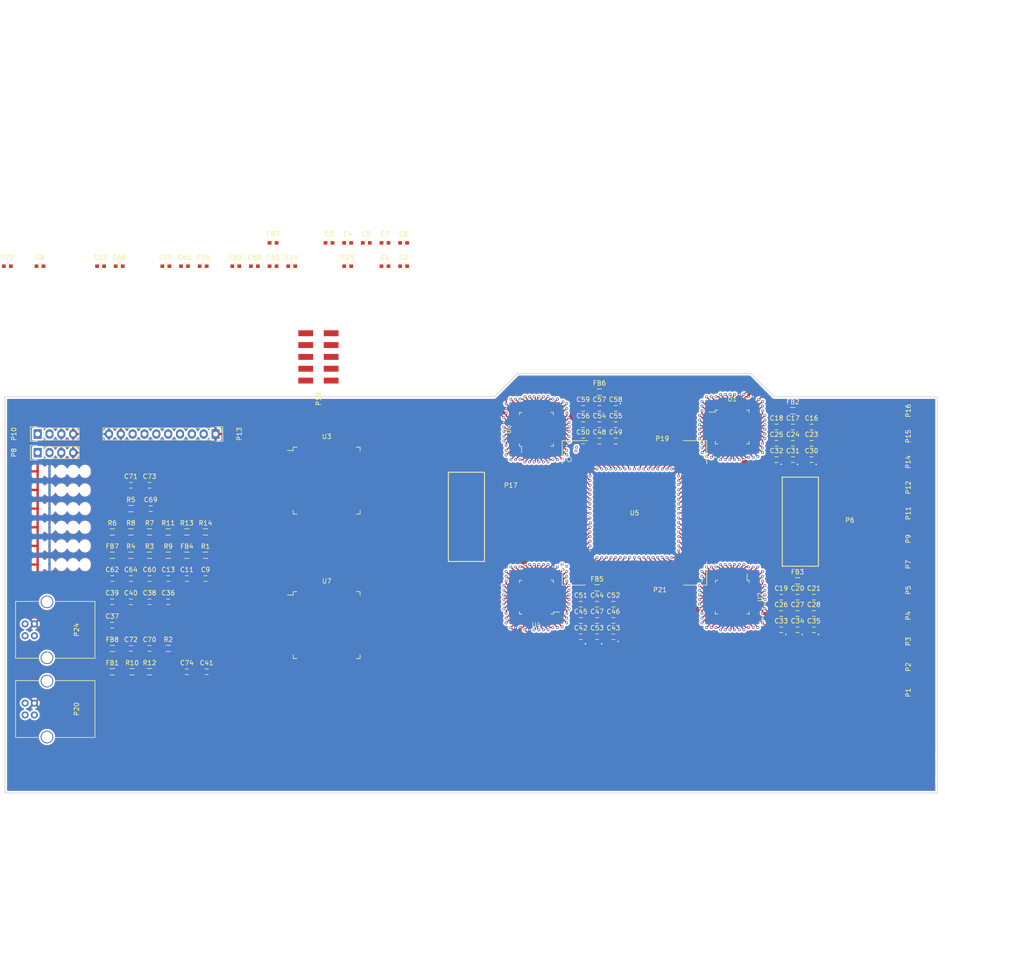
<source format=kicad_pcb>
(kicad_pcb (version 4) (host pcbnew 4.0.5)
  (layers (0 F.Cu signal) (1 In1.Cu signal) (2 In2.Cu signal) (31 B.Cu signal) (34 B.Paste user) (35 F.Paste user) (36 B.SilkS user) (37 F.SilkS user) (38 B.Mask user) (39 F.Mask user) (44 Edge.Cuts user))
  (net 0 "")
  (net 1 GND)
  (net 2 "Net-(C11-Pad1)")
  (net 3 "Net-(C16-Pad1)")
  (net 4 "Net-(C18-Pad1)")
  (net 5 "Net-(C19-Pad1)")
  (net 6 "Net-(C21-Pad1)")
  (net 7 "Net-(C36-Pad1)")
  (net 8 "Net-(C37-Pad1)")
  (net 9 "Net-(C42-Pad1)")
  (net 10 "Net-(C44-Pad1)")
  (net 11 "Net-(C48-Pad1)")
  (net 12 "Net-(C50-Pad1)")
  (net 13 "Net-(C60-Pad1)")
  (net 14 "Net-(C69-Pad1)")
  (net 15 "Net-(C70-Pad1)")
  (net 16 "Net-(FB1-Pad1)")
  (net 17 "Net-(FB7-Pad1)")
  (net 18 "Net-(P1-Pad2)")
  (net 19 "Net-(P2-Pad2)")
  (net 20 BackGate)
  (net 21 "Net-(P3-Pad2)")
  (net 22 I3)
  (net 23 "Net-(P4-Pad2)")
  (net 24 I4)
  (net 25 "Net-(P5-Pad2)")
  (net 26 I5)
  (net 27 "Net-(P6-Pad2)")
  (net 28 I7)
  (net 29 I6)
  (net 30 I8)
  (net 31 I9)
  (net 32 "Net-(P6-Pad14)")
  (net 33 I10)
  (net 34 I11)
  (net 35 I12)
  (net 36 "Net-(P7-Pad2)")
  (net 37 BT1_RX)
  (net 38 BT1_TX)
  (net 39 "Net-(P9-Pad2)")
  (net 40 BT2_RX)
  (net 41 BT2_TX)
  (net 42 "Net-(P11-Pad2)")
  (net 43 "Net-(P12-Pad2)")
  (net 44 DisplayMISO)
  (net 45 DisplaySCK)
  (net 46 DisplayMOSI)
  (net 47 DisplayCS)
  (net 48 CardCS)
  (net 49 DisplayDataOrCommand)
  (net 50 DisplayReset)
  (net 51 "Net-(P14-Pad2)")
  (net 52 "Net-(P15-Pad2)")
  (net 53 "Net-(P16-Pad2)")
  (net 54 D18)
  (net 55 D17)
  (net 56 D50)
  (net 57 D49)
  (net 58 "Net-(P20-Pad2)")
  (net 59 "Net-(P20-Pad3)")
  (net 60 "Net-(P20-Pad5)")
  (net 61 "Net-(P24-Pad2)")
  (net 62 "Net-(P24-Pad3)")
  (net 63 "Net-(P24-Pad5)")
  (net 64 I2C0_SCL)
  (net 65 I2C0_SDA)
  (net 66 "Net-(R3-Pad1)")
  (net 67 "Net-(R4-Pad1)")
  (net 68 "Net-(R5-Pad1)")
  (net 69 "Net-(R5-Pad2)")
  (net 70 "Net-(R6-Pad1)")
  (net 71 "Net-(R6-Pad2)")
  (net 72 "Net-(R7-Pad1)")
  (net 73 "Net-(R7-Pad2)")
  (net 74 "Net-(R8-Pad1)")
  (net 75 "Net-(R8-Pad2)")
  (net 76 "Net-(R9-Pad1)")
  (net 77 "Net-(R10-Pad1)")
  (net 78 "Net-(R11-Pad1)")
  (net 79 "Net-(R11-Pad2)")
  (net 80 "Net-(R12-Pad1)")
  (net 81 "Net-(R12-Pad2)")
  (net 82 "Net-(R13-Pad1)")
  (net 83 "Net-(R13-Pad2)")
  (net 84 "Net-(R14-Pad1)")
  (net 85 "Net-(R14-Pad2)")
  (net 86 D8)
  (net 87 D9)
  (net 88 D10)
  (net 89 D11)
  (net 90 D12)
  (net 91 D13)
  (net 92 D14)
  (net 93 D15)
  (net 94 D16)
  (net 95 D19)
  (net 96 D20)
  (net 97 D21)
  (net 98 D22)
  (net 99 D23)
  (net 100 D24)
  (net 101 D25)
  (net 102 D26)
  (net 103 D27)
  (net 104 D28)
  (net 105 D29)
  (net 106 D30)
  (net 107 D31)
  (net 108 D32)
  (net 109 D1)
  (net 110 D2)
  (net 111 D3)
  (net 112 D4)
  (net 113 D5)
  (net 114 D6)
  (net 115 D7)
  (net 116 D40)
  (net 117 D41)
  (net 118 D42)
  (net 119 D43)
  (net 120 D44)
  (net 121 D45)
  (net 122 D46)
  (net 123 D47)
  (net 124 D48)
  (net 125 D51)
  (net 126 D52)
  (net 127 D53)
  (net 128 D54)
  (net 129 D55)
  (net 130 D56)
  (net 131 D57)
  (net 132 D58)
  (net 133 D59)
  (net 134 D60)
  (net 135 D61)
  (net 136 D62)
  (net 137 D63)
  (net 138 D64)
  (net 139 D33)
  (net 140 D34)
  (net 141 D35)
  (net 142 D36)
  (net 143 D37)
  (net 144 D38)
  (net 145 D39)
  (net 146 VDDD)
  (net 147 D17P)
  (net 148 D18P)
  (net 149 D49P)
  (net 150 D50P)
  (net 151 SWDIO6)
  (net 152 SWDCLK6)
  (net 153 XRES6)
  (net 154 SWDIO5)
  (net 155 SWDCLK5)
  (net 156 XRES5)
  (net 157 XRES1)
  (net 158 XRES2)
  (net 159 XRES4)
  (net 160 XRES3)
  (module "NoyceLibrary:68_PLCC_Socket_(8468-21B1-RK-TP)" (layer F.Cu) (at 200.025 99.93)
    (fp_text reference U5 (at 0 0) (layer F.SilkS))
    (fp_text value "68_PLCC_Socket_(8468-21B1-RK-TP)")
    (pad 8 smd rect (at -11.68 -10.16) (size 1.91 0.7) (layers F.Cu F.Paste F.Mask) (net 86 D8))
    (pad 7 smd rect (at -11.68 -8.89) (size 1.91 0.7) (layers F.Cu F.Paste F.Mask) (net 115 D7))
    (pad 6 smd rect (at -11.68 -7.62) (size 1.91 0.7) (layers F.Cu F.Paste F.Mask) (net 114 D6))
    (pad 5 smd rect (at -11.68 -6.35) (size 1.91 0.7) (layers F.Cu F.Paste F.Mask) (net 113 D5))
    (pad 4 smd rect (at -11.68 -5.08) (size 1.91 0.7) (layers F.Cu F.Paste F.Mask) (net 112 D4))
    (pad 3 smd rect (at -11.68 -3.81) (size 1.91 0.7) (layers F.Cu F.Paste F.Mask) (net 111 D3))
    (pad 2 smd rect (at -11.68 -2.54) (size 1.91 0.7) (layers F.Cu F.Paste F.Mask) (net 110 D2))
    (pad 1 smd rect (at -11.68 -1.27) (size 1.91 0.7) (layers F.Cu F.Paste F.Mask) (net 109 D1))
    (pad 66 smd rect (at -11.68 0) (size 1.91 0.7) (layers F.Cu F.Paste F.Mask) (net 138 D64))
    (pad 65 smd rect (at -11.68 1.27) (size 1.91 0.7) (layers F.Cu F.Paste F.Mask) (net 137 D63))
    (pad 64 smd rect (at -11.68 2.54) (size 1.91 0.7) (layers F.Cu F.Paste F.Mask) (net 136 D62))
    (pad 63 smd rect (at -11.68 3.81) (size 1.91 0.7) (layers F.Cu F.Paste F.Mask) (net 135 D61))
    (pad 62 smd rect (at -11.68 5.08) (size 1.91 0.7) (layers F.Cu F.Paste F.Mask) (net 134 D60))
    (pad 61 smd rect (at -11.68 6.35) (size 1.91 0.7) (layers F.Cu F.Paste F.Mask) (net 133 D59))
    (pad 60 smd rect (at -11.68 7.62) (size 1.91 0.7) (layers F.Cu F.Paste F.Mask) (net 132 D58))
    (pad 59 smd rect (at -11.68 8.89) (size 1.91 0.7) (layers F.Cu F.Paste F.Mask) (net 131 D57))
    (pad 67 smd rect (at -11.68 10.16) (size 1.91 0.7) (layers F.Cu F.Paste F.Mask) (net 1 GND))
    (pad 58 smd rect (at -10.16 11.68) (size 0.7 1.91) (layers F.Cu F.Paste F.Mask) (net 130 D56))
    (pad 27 smd rect (at 11.68 -8.89) (size 1.91 0.7) (layers F.Cu F.Paste F.Mask) (net 103 D27))
    (pad 28 smd rect (at 11.68 -7.62) (size 1.91 0.7) (layers F.Cu F.Paste F.Mask) (net 104 D28))
    (pad 29 smd rect (at 11.68 -6.35) (size 1.91 0.7) (layers F.Cu F.Paste F.Mask) (net 105 D29))
    (pad 30 smd rect (at 11.68 -5.08) (size 1.91 0.7) (layers F.Cu F.Paste F.Mask) (net 106 D30))
    (pad 31 smd rect (at 11.68 -3.81) (size 1.91 0.7) (layers F.Cu F.Paste F.Mask) (net 107 D31))
    (pad 32 smd rect (at 11.68 -2.54) (size 1.91 0.7) (layers F.Cu F.Paste F.Mask) (net 108 D32))
    (pad 33 smd rect (at 11.68 -1.27) (size 1.91 0.7) (layers F.Cu F.Paste F.Mask) (net 22 I3))
    (pad 34 smd rect (at 11.68 0) (size 1.91 0.7) (layers F.Cu F.Paste F.Mask) (net 20 BackGate))
    (pad 35 smd rect (at 11.68 1.27) (size 1.91 0.7) (layers F.Cu F.Paste F.Mask) (net 139 D33))
    (pad 36 smd rect (at 11.68 2.54) (size 1.91 0.7) (layers F.Cu F.Paste F.Mask) (net 140 D34))
    (pad 37 smd rect (at 11.68 3.81) (size 1.91 0.7) (layers F.Cu F.Paste F.Mask) (net 141 D35))
    (pad 38 smd rect (at 11.68 5.08) (size 1.91 0.7) (layers F.Cu F.Paste F.Mask) (net 142 D36))
    (pad 39 smd rect (at 11.68 6.35) (size 1.91 0.7) (layers F.Cu F.Paste F.Mask) (net 143 D37))
    (pad 40 smd rect (at 11.68 7.62) (size 1.91 0.7) (layers F.Cu F.Paste F.Mask) (net 144 D38))
    (pad 41 smd rect (at 11.68 8.89) (size 1.91 0.7) (layers F.Cu F.Paste F.Mask) (net 145 D39))
    (pad 68 smd rect (at 11.68 10.16) (size 1.91 0.7) (layers F.Cu F.Paste F.Mask) (net 24 I4))
    (pad 9 smd rect (at -10.16 -11.68) (size 0.7 1.91) (layers F.Cu F.Paste F.Mask) (net 87 D9))
    (pad 10 smd rect (at -8.89 -11.68) (size 0.7 1.91) (layers F.Cu F.Paste F.Mask) (net 88 D10))
    (pad 11 smd rect (at -7.62 -11.68) (size 0.7 1.91) (layers F.Cu F.Paste F.Mask) (net 89 D11))
    (pad 12 smd rect (at -6.35 -11.68) (size 0.7 1.91) (layers F.Cu F.Paste F.Mask) (net 90 D12))
    (pad 13 smd rect (at -5.08 -11.68) (size 0.7 1.91) (layers F.Cu F.Paste F.Mask) (net 91 D13))
    (pad 14 smd rect (at -3.81 -11.68) (size 0.7 1.91) (layers F.Cu F.Paste F.Mask) (net 92 D14))
    (pad 15 smd rect (at -2.54 -11.68) (size 0.7 1.91) (layers F.Cu F.Paste F.Mask) (net 93 D15))
    (pad 16 smd rect (at -1.27 -11.68) (size 0.7 1.91) (layers F.Cu F.Paste F.Mask) (net 94 D16))
    (pad 17 smd rect (at 0 -11.68) (size 0.7 1.91) (layers F.Cu F.Paste F.Mask) (net 55 D17))
    (pad 18 smd rect (at 1.27 -11.68) (size 0.7 1.91) (layers F.Cu F.Paste F.Mask) (net 54 D18))
    (pad 19 smd rect (at 2.54 -11.68) (size 0.7 1.91) (layers F.Cu F.Paste F.Mask) (net 95 D19))
    (pad 20 smd rect (at 3.81 -11.68) (size 0.7 1.91) (layers F.Cu F.Paste F.Mask) (net 96 D20))
    (pad 21 smd rect (at 5.08 -11.68) (size 0.7 1.91) (layers F.Cu F.Paste F.Mask) (net 97 D21))
    (pad 22 smd rect (at 6.35 -11.68) (size 0.7 1.91) (layers F.Cu F.Paste F.Mask) (net 98 D22))
    (pad 23 smd rect (at 7.62 -11.68) (size 0.7 1.91) (layers F.Cu F.Paste F.Mask) (net 99 D23))
    (pad 24 smd rect (at 8.89 -11.68) (size 0.7 1.91) (layers F.Cu F.Paste F.Mask) (net 100 D24))
    (pad 25 smd rect (at 10.16 -11.68) (size 0.7 1.91) (layers F.Cu F.Paste F.Mask) (net 101 D25))
    (pad 57 smd rect (at -8.89 11.68) (size 0.7 1.91) (layers F.Cu F.Paste F.Mask) (net 129 D55))
    (pad 56 smd rect (at -7.62 11.68) (size 0.7 1.91) (layers F.Cu F.Paste F.Mask) (net 128 D54))
    (pad 55 smd rect (at -6.35 11.68) (size 0.7 1.91) (layers F.Cu F.Paste F.Mask) (net 127 D53))
    (pad 54 smd rect (at -5.08 11.68) (size 0.7 1.91) (layers F.Cu F.Paste F.Mask) (net 126 D52))
    (pad 53 smd rect (at -3.81 11.68) (size 0.7 1.91) (layers F.Cu F.Paste F.Mask) (net 125 D51))
    (pad 52 smd rect (at -2.54 11.68) (size 0.7 1.91) (layers F.Cu F.Paste F.Mask) (net 56 D50))
    (pad 51 smd rect (at -1.27 11.68) (size 0.7 1.91) (layers F.Cu F.Paste F.Mask) (net 57 D49))
    (pad 50 smd rect (at 0 11.68) (size 0.7 1.91) (layers F.Cu F.Paste F.Mask) (net 124 D48))
    (pad 49 smd rect (at 1.27 11.68) (size 0.7 1.91) (layers F.Cu F.Paste F.Mask) (net 123 D47))
    (pad 48 smd rect (at 2.54 11.68) (size 0.7 1.91) (layers F.Cu F.Paste F.Mask) (net 122 D46))
    (pad 47 smd rect (at 3.81 11.68) (size 0.7 1.91) (layers F.Cu F.Paste F.Mask) (net 121 D45))
    (pad 46 smd rect (at 5.08 11.68) (size 0.7 1.91) (layers F.Cu F.Paste F.Mask) (net 120 D44))
    (pad 45 smd rect (at 6.35 11.68) (size 0.7 1.91) (layers F.Cu F.Paste F.Mask) (net 119 D43))
    (pad 44 smd rect (at 7.62 11.68) (size 0.7 1.91) (layers F.Cu F.Paste F.Mask) (net 118 D42))
    (pad 43 smd rect (at 8.89 11.68) (size 0.7 1.91) (layers F.Cu F.Paste F.Mask) (net 117 D41))
    (pad 42 smd rect (at 10.16 11.68) (size 0.7 1.91) (layers F.Cu F.Paste F.Mask) (net 116 D40))
    (pad 26 smd rect (at 11.68 -10.16) (size 1.91 0.7) (layers F.Cu F.Paste F.Mask) (net 102 D26))
  )
  (module Capacitors_SMD:C_0603 (layer F.Cu) (at 146.5 47)
    (fp_text reference C1 (at 0 -1.9) (layer F.SilkS))
    (fp_text value 0.1uF)
    (pad 1 smd rect (at -0.75 0) (size 0.8 0.75) (layers F.Cu F.Paste F.Mask) (net 1 GND))
    (pad 2 smd rect (at 0.75 0) (size 0.8 0.75) (layers F.Cu F.Paste F.Mask) (net 146 VDDD))
  )
  (module Capacitors_SMD:C_0603 (layer F.Cu) (at 150.5 47)
    (fp_text reference C2 (at 0 -1.9) (layer F.SilkS))
    (fp_text value 0.1uF)
    (pad 1 smd rect (at -0.75 0) (size 0.8 0.75) (layers F.Cu F.Paste F.Mask) (net 1 GND))
    (pad 2 smd rect (at 0.75 0) (size 0.8 0.75) (layers F.Cu F.Paste F.Mask) (net 146 VDDD))
  )
  (module Capacitors_SMD:C_0603 (layer F.Cu) (at 134.5 42)
    (fp_text reference C3 (at 0 -1.9) (layer F.SilkS))
    (fp_text value 0.1uF)
    (pad 1 smd rect (at -0.75 0) (size 0.8 0.75) (layers F.Cu F.Paste F.Mask) (net 1 GND))
    (pad 2 smd rect (at 0.75 0) (size 0.8 0.75) (layers F.Cu F.Paste F.Mask) (net 146 VDDD))
  )
  (module Capacitors_SMD:C_0603 (layer F.Cu) (at 138.5 42)
    (fp_text reference C4 (at 0 -1.9) (layer F.SilkS))
    (fp_text value 0.1uF)
    (pad 1 smd rect (at -0.75 0) (size 0.8 0.75) (layers F.Cu F.Paste F.Mask) (net 1 GND))
    (pad 2 smd rect (at 0.75 0) (size 0.8 0.75) (layers F.Cu F.Paste F.Mask) (net 146 VDDD))
  )
  (module Capacitors_SMD:C_0603 (layer F.Cu) (at 142.5 42)
    (fp_text reference C5 (at 0 -1.9) (layer F.SilkS))
    (fp_text value 0.1uF)
    (pad 1 smd rect (at -0.75 0) (size 0.8 0.75) (layers F.Cu F.Paste F.Mask) (net 1 GND))
    (pad 2 smd rect (at 0.75 0) (size 0.8 0.75) (layers F.Cu F.Paste F.Mask) (net 146 VDDD))
  )
  (module Capacitors_SMD:C_0603 (layer F.Cu) (at 150.5 42)
    (fp_text reference C6 (at 0 -1.9) (layer F.SilkS))
    (fp_text value 0.1uF)
    (pad 1 smd rect (at -0.75 0) (size 0.8 0.75) (layers F.Cu F.Paste F.Mask) (net 1 GND))
    (pad 2 smd rect (at 0.75 0) (size 0.8 0.75) (layers F.Cu F.Paste F.Mask) (net 146 VDDD))
  )
  (module Capacitors_SMD:C_0603 (layer F.Cu) (at 146.5 42)
    (fp_text reference C7 (at 0 -1.9) (layer F.SilkS))
    (fp_text value 0.1uF)
    (pad 1 smd rect (at -0.75 0) (size 0.8 0.75) (layers F.Cu F.Paste F.Mask) (net 1 GND))
    (pad 2 smd rect (at 0.75 0) (size 0.8 0.75) (layers F.Cu F.Paste F.Mask) (net 146 VDDD))
  )
  (module Capacitors_SMD:C_0603 (layer F.Cu) (at 72.5 47)
    (fp_text reference C8 (at 0 -1.9) (layer F.SilkS))
    (fp_text value 0.1uF)
    (pad 1 smd rect (at -0.75 0) (size 0.8 0.75) (layers F.Cu F.Paste F.Mask) (net 1 GND))
    (pad 2 smd rect (at 0.75 0) (size 0.8 0.75) (layers F.Cu F.Paste F.Mask) (net 146 VDDD))
  )
  (module Capacitors_SMD:C_0603 (layer F.Cu) (at 108 114)
    (fp_text reference C9 (at 0 -1.9) (layer F.SilkS))
    (fp_text value 47uF)
    (pad 1 smd rect (at -0.75 0) (size 0.8 0.75) (layers F.Cu F.Paste F.Mask) (net 2 "Net-(C11-Pad1)"))
    (pad 2 smd rect (at 0.75 0) (size 0.8 0.75) (layers F.Cu F.Paste F.Mask) (net 1 GND))
  )
  (module Capacitors_SMD:C_0603 (layer F.Cu) (at 99.5 47)
    (fp_text reference C10 (at 0 -1.9) (layer F.SilkS))
    (fp_text value 47uF)
    (pad 1 smd rect (at -0.75 0) (size 0.8 0.75) (layers F.Cu F.Paste F.Mask) (net 146 VDDD))
    (pad 2 smd rect (at 0.75 0) (size 0.8 0.75) (layers F.Cu F.Paste F.Mask) (net 1 GND))
  )
  (module Capacitors_SMD:C_0603 (layer F.Cu) (at 104 114)
    (fp_text reference C11 (at 0 -1.9) (layer F.SilkS))
    (fp_text value 1uF)
    (pad 1 smd rect (at -0.75 0) (size 0.8 0.75) (layers F.Cu F.Paste F.Mask) (net 2 "Net-(C11-Pad1)"))
    (pad 2 smd rect (at 0.75 0) (size 0.8 0.75) (layers F.Cu F.Paste F.Mask) (net 1 GND))
  )
  (module Capacitors_SMD:C_0603 (layer F.Cu) (at 85.5 47)
    (fp_text reference C12 (at 0 -1.9) (layer F.SilkS))
    (fp_text value 1uF)
    (pad 1 smd rect (at -0.75 0) (size 0.8 0.75) (layers F.Cu F.Paste F.Mask) (net 146 VDDD))
    (pad 2 smd rect (at 0.75 0) (size 0.8 0.75) (layers F.Cu F.Paste F.Mask) (net 1 GND))
  )
  (module Capacitors_SMD:C_0603 (layer F.Cu) (at 100 114)
    (fp_text reference C13 (at 0 -1.9) (layer F.SilkS))
    (fp_text value 0.1uF)
    (pad 1 smd rect (at -0.75 0) (size 0.8 0.75) (layers F.Cu F.Paste F.Mask) (net 2 "Net-(C11-Pad1)"))
    (pad 2 smd rect (at 0.75 0) (size 0.8 0.75) (layers F.Cu F.Paste F.Mask) (net 1 GND))
  )
  (module Capacitors_SMD:C_0603 (layer F.Cu) (at 126.5 47)
    (fp_text reference C14 (at 0 -1.9) (layer F.SilkS))
    (fp_text value 0.1uF)
    (pad 1 smd rect (at -0.75 0) (size 0.8 0.75) (layers F.Cu F.Paste F.Mask) (net 146 VDDD))
    (pad 2 smd rect (at 0.75 0) (size 0.8 0.75) (layers F.Cu F.Paste F.Mask) (net 1 GND))
  )
  (module Capacitors_SMD:C_0603 (layer F.Cu) (at 107.5 47)
    (fp_text reference C15 (at 0 -1.9) (layer F.SilkS))
    (fp_text value 47uF)
    (pad 1 smd rect (at -0.75 0) (size 0.8 0.75) (layers F.Cu F.Paste F.Mask) (net 146 VDDD))
    (pad 2 smd rect (at 0.75 0) (size 0.8 0.75) (layers F.Cu F.Paste F.Mask) (net 1 GND))
  )
  (module Capacitors_SMD:C_0603 (layer F.Cu) (at 238 81.5)
    (fp_text reference C16 (at 0 -1.9) (layer F.SilkS))
    (fp_text value 47uF)
    (pad 1 smd rect (at -0.75 0) (size 0.8 0.75) (layers F.Cu F.Paste F.Mask) (net 3 "Net-(C16-Pad1)"))
    (pad 2 smd rect (at 0.75 0) (size 0.8 0.75) (layers F.Cu F.Paste F.Mask) (net 1 GND))
  )
  (module Capacitors_SMD:C_0603 (layer F.Cu) (at 234 81.5)
    (fp_text reference C17 (at 0 -1.9) (layer F.SilkS))
    (fp_text value 47uF)
    (pad 1 smd rect (at -0.75 0) (size 0.8 0.75) (layers F.Cu F.Paste F.Mask) (net 146 VDDD))
    (pad 2 smd rect (at 0.75 0) (size 0.8 0.75) (layers F.Cu F.Paste F.Mask) (net 1 GND))
  )
  (module Capacitors_SMD:C_0603 (layer F.Cu) (at 230.5 81.5)
    (fp_text reference C18 (at 0 -1.9) (layer F.SilkS))
    (fp_text value 47uF)
    (pad 1 smd rect (at -0.75 0) (size 0.8 0.75) (layers F.Cu F.Paste F.Mask) (net 4 "Net-(C18-Pad1)"))
    (pad 2 smd rect (at 0.75 0) (size 0.8 0.75) (layers F.Cu F.Paste F.Mask) (net 1 GND))
  )
  (module Capacitors_SMD:C_0603 (layer F.Cu) (at 231.5 118)
    (fp_text reference C19 (at 0 -1.9) (layer F.SilkS))
    (fp_text value 47uF)
    (pad 1 smd rect (at -0.75 0) (size 0.8 0.75) (layers F.Cu F.Paste F.Mask) (net 5 "Net-(C19-Pad1)"))
    (pad 2 smd rect (at 0.75 0) (size 0.8 0.75) (layers F.Cu F.Paste F.Mask) (net 1 GND))
  )
  (module Capacitors_SMD:C_0603 (layer F.Cu) (at 235 118)
    (fp_text reference C20 (at 0 -1.9) (layer F.SilkS))
    (fp_text value 47uF)
    (pad 1 smd rect (at -0.75 0) (size 0.8 0.75) (layers F.Cu F.Paste F.Mask) (net 146 VDDD))
    (pad 2 smd rect (at 0.75 0) (size 0.8 0.75) (layers F.Cu F.Paste F.Mask) (net 1 GND))
  )
  (module Capacitors_SMD:C_0603 (layer F.Cu) (at 238.5 118)
    (fp_text reference C21 (at 0 -1.9) (layer F.SilkS))
    (fp_text value 47uF)
    (pad 1 smd rect (at -0.75 0) (size 0.8 0.75) (layers F.Cu F.Paste F.Mask) (net 6 "Net-(C21-Pad1)"))
    (pad 2 smd rect (at 0.75 0) (size 0.8 0.75) (layers F.Cu F.Paste F.Mask) (net 1 GND))
  )
  (module Capacitors_SMD:C_0603 (layer F.Cu) (at 65.5 47)
    (fp_text reference C22 (at 0 -1.9) (layer F.SilkS))
    (fp_text value 1uF)
    (pad 1 smd rect (at -0.75 0) (size 0.8 0.75) (layers F.Cu F.Paste F.Mask) (net 146 VDDD))
    (pad 2 smd rect (at 0.75 0) (size 0.8 0.75) (layers F.Cu F.Paste F.Mask) (net 1 GND))
  )
  (module Capacitors_SMD:C_0603 (layer F.Cu) (at 238 85)
    (fp_text reference C23 (at 0 -1.9) (layer F.SilkS))
    (fp_text value 1uF)
    (pad 1 smd rect (at -0.75 0) (size 0.8 0.75) (layers F.Cu F.Paste F.Mask) (net 3 "Net-(C16-Pad1)"))
    (pad 2 smd rect (at 0.75 0) (size 0.8 0.75) (layers F.Cu F.Paste F.Mask) (net 1 GND))
  )
  (module Capacitors_SMD:C_0603 (layer F.Cu) (at 234 85)
    (fp_text reference C24 (at 0 -1.9) (layer F.SilkS))
    (fp_text value 1uF)
    (pad 1 smd rect (at -0.75 0) (size 0.8 0.75) (layers F.Cu F.Paste F.Mask) (net 146 VDDD))
    (pad 2 smd rect (at 0.75 0) (size 0.8 0.75) (layers F.Cu F.Paste F.Mask) (net 1 GND))
  )
  (module Capacitors_SMD:C_0603 (layer F.Cu) (at 230.5 85)
    (fp_text reference C25 (at 0 -1.9) (layer F.SilkS))
    (fp_text value 1uF)
    (pad 1 smd rect (at -0.75 0) (size 0.8 0.75) (layers F.Cu F.Paste F.Mask) (net 4 "Net-(C18-Pad1)"))
    (pad 2 smd rect (at 0.75 0) (size 0.8 0.75) (layers F.Cu F.Paste F.Mask) (net 1 GND))
  )
  (module Capacitors_SMD:C_0603 (layer F.Cu) (at 231.5 121.5)
    (fp_text reference C26 (at 0 -1.9) (layer F.SilkS))
    (fp_text value 1uF)
    (pad 1 smd rect (at -0.75 0) (size 0.8 0.75) (layers F.Cu F.Paste F.Mask) (net 5 "Net-(C19-Pad1)"))
    (pad 2 smd rect (at 0.75 0) (size 0.8 0.75) (layers F.Cu F.Paste F.Mask) (net 1 GND))
  )
  (module Capacitors_SMD:C_0603 (layer F.Cu) (at 235 121.5)
    (fp_text reference C27 (at 0 -1.9) (layer F.SilkS))
    (fp_text value 1uF)
    (pad 1 smd rect (at -0.75 0) (size 0.8 0.75) (layers F.Cu F.Paste F.Mask) (net 146 VDDD))
    (pad 2 smd rect (at 0.75 0) (size 0.8 0.75) (layers F.Cu F.Paste F.Mask) (net 1 GND))
  )
  (module Capacitors_SMD:C_0603 (layer F.Cu) (at 238.5 121.5)
    (fp_text reference C28 (at 0 -1.9) (layer F.SilkS))
    (fp_text value 1uF)
    (pad 1 smd rect (at -0.75 0) (size 0.8 0.75) (layers F.Cu F.Paste F.Mask) (net 6 "Net-(C21-Pad1)"))
    (pad 2 smd rect (at 0.75 0) (size 0.8 0.75) (layers F.Cu F.Paste F.Mask) (net 1 GND))
  )
  (module Capacitors_SMD:C_0603 (layer F.Cu) (at 138.5 47)
    (fp_text reference C29 (at 0 -1.9) (layer F.SilkS))
    (fp_text value 0.1uF)
    (pad 1 smd rect (at -0.75 0) (size 0.8 0.75) (layers F.Cu F.Paste F.Mask) (net 146 VDDD))
    (pad 2 smd rect (at 0.75 0) (size 0.8 0.75) (layers F.Cu F.Paste F.Mask) (net 1 GND))
  )
  (module Capacitors_SMD:C_0603 (layer F.Cu) (at 238 88.5)
    (fp_text reference C30 (at 0 -1.9) (layer F.SilkS))
    (fp_text value 0.1uF)
    (pad 1 smd rect (at -0.75 0) (size 0.8 0.75) (layers F.Cu F.Paste F.Mask) (net 3 "Net-(C16-Pad1)"))
    (pad 2 smd rect (at 0.75 0) (size 0.8 0.75) (layers F.Cu F.Paste F.Mask) (net 1 GND))
  )
  (module Capacitors_SMD:C_0603 (layer F.Cu) (at 234 88.5)
    (fp_text reference C31 (at 0 -1.9) (layer F.SilkS))
    (fp_text value 0.1uF)
    (pad 1 smd rect (at -0.75 0) (size 0.8 0.75) (layers F.Cu F.Paste F.Mask) (net 146 VDDD))
    (pad 2 smd rect (at 0.75 0) (size 0.8 0.75) (layers F.Cu F.Paste F.Mask) (net 1 GND))
  )
  (module Capacitors_SMD:C_0603 (layer F.Cu) (at 230.5 88.5)
    (fp_text reference C32 (at 0 -1.9) (layer F.SilkS))
    (fp_text value 0.1uF)
    (pad 1 smd rect (at -0.75 0) (size 0.8 0.75) (layers F.Cu F.Paste F.Mask) (net 4 "Net-(C18-Pad1)"))
    (pad 2 smd rect (at 0.75 0) (size 0.8 0.75) (layers F.Cu F.Paste F.Mask) (net 1 GND))
  )
  (module Capacitors_SMD:C_0603 (layer F.Cu) (at 231.5 125)
    (fp_text reference C33 (at 0 -1.9) (layer F.SilkS))
    (fp_text value 0.1uF)
    (pad 1 smd rect (at -0.75 0) (size 0.8 0.75) (layers F.Cu F.Paste F.Mask) (net 5 "Net-(C19-Pad1)"))
    (pad 2 smd rect (at 0.75 0) (size 0.8 0.75) (layers F.Cu F.Paste F.Mask) (net 1 GND))
  )
  (module Capacitors_SMD:C_0603 (layer F.Cu) (at 235 125)
    (fp_text reference C34 (at 0 -1.9) (layer F.SilkS))
    (fp_text value 0.1uF)
    (pad 1 smd rect (at -0.75 0) (size 0.8 0.75) (layers F.Cu F.Paste F.Mask) (net 146 VDDD))
    (pad 2 smd rect (at 0.75 0) (size 0.8 0.75) (layers F.Cu F.Paste F.Mask) (net 1 GND))
  )
  (module Capacitors_SMD:C_0603 (layer F.Cu) (at 238.5 125)
    (fp_text reference C35 (at 0 -1.9) (layer F.SilkS))
    (fp_text value 0.1uF)
    (pad 1 smd rect (at -0.75 0) (size 0.8 0.75) (layers F.Cu F.Paste F.Mask) (net 6 "Net-(C21-Pad1)"))
    (pad 2 smd rect (at 0.75 0) (size 0.8 0.75) (layers F.Cu F.Paste F.Mask) (net 1 GND))
  )
  (module Capacitors_SMD:C_0603 (layer F.Cu) (at 100 119)
    (fp_text reference C36 (at 0 -1.9) (layer F.SilkS))
    (fp_text value 47uF)
    (pad 1 smd rect (at -0.75 0) (size 0.8 0.75) (layers F.Cu F.Paste F.Mask) (net 7 "Net-(C36-Pad1)"))
    (pad 2 smd rect (at 0.75 0) (size 0.8 0.75) (layers F.Cu F.Paste F.Mask) (net 1 GND))
  )
  (module Capacitors_SMD:C_0603 (layer F.Cu) (at 88 124)
    (fp_text reference C37 (at 0 -1.9) (layer F.SilkS))
    (fp_text value 47uF)
    (pad 1 smd rect (at -0.75 0) (size 0.8 0.75) (layers F.Cu F.Paste F.Mask) (net 8 "Net-(C37-Pad1)"))
    (pad 2 smd rect (at 0.75 0) (size 0.8 0.75) (layers F.Cu F.Paste F.Mask) (net 1 GND))
  )
  (module Capacitors_SMD:C_0603 (layer F.Cu) (at 96 119)
    (fp_text reference C38 (at 0 -1.9) (layer F.SilkS))
    (fp_text value 1uF)
    (pad 1 smd rect (at -0.75 0) (size 0.8 0.75) (layers F.Cu F.Paste F.Mask) (net 7 "Net-(C36-Pad1)"))
    (pad 2 smd rect (at 0.75 0) (size 0.8 0.75) (layers F.Cu F.Paste F.Mask) (net 1 GND))
  )
  (module Capacitors_SMD:C_0603 (layer F.Cu) (at 88 119)
    (fp_text reference C39 (at 0 -1.9) (layer F.SilkS))
    (fp_text value 1uF)
    (pad 1 smd rect (at -0.75 0) (size 0.8 0.75) (layers F.Cu F.Paste F.Mask) (net 8 "Net-(C37-Pad1)"))
    (pad 2 smd rect (at 0.75 0) (size 0.8 0.75) (layers F.Cu F.Paste F.Mask) (net 1 GND))
  )
  (module Capacitors_SMD:C_0603 (layer F.Cu) (at 92 119)
    (fp_text reference C40 (at 0 -1.9) (layer F.SilkS))
    (fp_text value 0.1uF)
    (pad 1 smd rect (at -0.75 0) (size 0.8 0.75) (layers F.Cu F.Paste F.Mask) (net 7 "Net-(C36-Pad1)"))
    (pad 2 smd rect (at 0.75 0) (size 0.8 0.75) (layers F.Cu F.Paste F.Mask) (net 1 GND))
  )
  (module Capacitors_SMD:C_0603 (layer F.Cu) (at 108.25 134)
    (fp_text reference C41 (at 0 -1.9) (layer F.SilkS))
    (fp_text value 0.1uF)
    (pad 1 smd rect (at -0.75 0) (size 0.8 0.75) (layers F.Cu F.Paste F.Mask) (net 8 "Net-(C37-Pad1)"))
    (pad 2 smd rect (at 0.75 0) (size 0.8 0.75) (layers F.Cu F.Paste F.Mask) (net 1 GND))
  )
  (module Capacitors_SMD:C_0603 (layer F.Cu) (at 188.5 126.5)
    (fp_text reference C42 (at 0 -1.9) (layer F.SilkS))
    (fp_text value 47uF)
    (pad 1 smd rect (at -0.75 0) (size 0.8 0.75) (layers F.Cu F.Paste F.Mask) (net 9 "Net-(C42-Pad1)"))
    (pad 2 smd rect (at 0.75 0) (size 0.8 0.75) (layers F.Cu F.Paste F.Mask) (net 1 GND))
  )
  (module Capacitors_SMD:C_0603 (layer F.Cu) (at 195.5 126.5)
    (fp_text reference C43 (at 0 -1.9) (layer F.SilkS))
    (fp_text value 47uF)
    (pad 1 smd rect (at -0.75 0) (size 0.8 0.75) (layers F.Cu F.Paste F.Mask) (net 146 VDDD))
    (pad 2 smd rect (at 0.75 0) (size 0.8 0.75) (layers F.Cu F.Paste F.Mask) (net 1 GND))
  )
  (module Capacitors_SMD:C_0603 (layer F.Cu) (at 192 119.5)
    (fp_text reference C44 (at 0 -1.9) (layer F.SilkS))
    (fp_text value 47uF)
    (pad 1 smd rect (at -0.75 0) (size 0.8 0.75) (layers F.Cu F.Paste F.Mask) (net 10 "Net-(C44-Pad1)"))
    (pad 2 smd rect (at 0.75 0) (size 0.8 0.75) (layers F.Cu F.Paste F.Mask) (net 1 GND))
  )
  (module Capacitors_SMD:C_0603 (layer F.Cu) (at 188.5 123)
    (fp_text reference C45 (at 0 -1.9) (layer F.SilkS))
    (fp_text value 1uF)
    (pad 1 smd rect (at -0.75 0) (size 0.8 0.75) (layers F.Cu F.Paste F.Mask) (net 9 "Net-(C42-Pad1)"))
    (pad 2 smd rect (at 0.75 0) (size 0.8 0.75) (layers F.Cu F.Paste F.Mask) (net 1 GND))
  )
  (module Capacitors_SMD:C_0603 (layer F.Cu) (at 195.5 123)
    (fp_text reference C46 (at 0 -1.9) (layer F.SilkS))
    (fp_text value 1uF)
    (pad 1 smd rect (at -0.75 0) (size 0.8 0.75) (layers F.Cu F.Paste F.Mask) (net 146 VDDD))
    (pad 2 smd rect (at 0.75 0) (size 0.8 0.75) (layers F.Cu F.Paste F.Mask) (net 1 GND))
  )
  (module Capacitors_SMD:C_0603 (layer F.Cu) (at 192 123)
    (fp_text reference C47 (at 0 -1.9) (layer F.SilkS))
    (fp_text value 1uF)
    (pad 1 smd rect (at -0.75 0) (size 0.8 0.75) (layers F.Cu F.Paste F.Mask) (net 10 "Net-(C44-Pad1)"))
    (pad 2 smd rect (at 0.75 0) (size 0.8 0.75) (layers F.Cu F.Paste F.Mask) (net 1 GND))
  )
  (module Capacitors_SMD:C_0603 (layer F.Cu) (at 192.5 84.5)
    (fp_text reference C48 (at 0 -1.9) (layer F.SilkS))
    (fp_text value 47uF)
    (pad 1 smd rect (at -0.75 0) (size 0.8 0.75) (layers F.Cu F.Paste F.Mask) (net 11 "Net-(C48-Pad1)"))
    (pad 2 smd rect (at 0.75 0) (size 0.8 0.75) (layers F.Cu F.Paste F.Mask) (net 1 GND))
  )
  (module Capacitors_SMD:C_0603 (layer F.Cu) (at 196 84.5)
    (fp_text reference C49 (at 0 -1.9) (layer F.SilkS))
    (fp_text value 47uF)
    (pad 1 smd rect (at -0.75 0) (size 0.8 0.75) (layers F.Cu F.Paste F.Mask) (net 146 VDDD))
    (pad 2 smd rect (at 0.75 0) (size 0.8 0.75) (layers F.Cu F.Paste F.Mask) (net 1 GND))
  )
  (module Capacitors_SMD:C_0603 (layer F.Cu) (at 189 84.5)
    (fp_text reference C50 (at 0 -1.9) (layer F.SilkS))
    (fp_text value 47uF)
    (pad 1 smd rect (at -0.75 0) (size 0.8 0.75) (layers F.Cu F.Paste F.Mask) (net 12 "Net-(C50-Pad1)"))
    (pad 2 smd rect (at 0.75 0) (size 0.8 0.75) (layers F.Cu F.Paste F.Mask) (net 1 GND))
  )
  (module Capacitors_SMD:C_0603 (layer F.Cu) (at 188.5 119.5)
    (fp_text reference C51 (at 0 -1.9) (layer F.SilkS))
    (fp_text value 0.1uF)
    (pad 1 smd rect (at -0.75 0) (size 0.8 0.75) (layers F.Cu F.Paste F.Mask) (net 9 "Net-(C42-Pad1)"))
    (pad 2 smd rect (at 0.75 0) (size 0.8 0.75) (layers F.Cu F.Paste F.Mask) (net 1 GND))
  )
  (module Capacitors_SMD:C_0603 (layer F.Cu) (at 195.5 119.5)
    (fp_text reference C52 (at 0 -1.9) (layer F.SilkS))
    (fp_text value 0.1uF)
    (pad 1 smd rect (at -0.75 0) (size 0.8 0.75) (layers F.Cu F.Paste F.Mask) (net 146 VDDD))
    (pad 2 smd rect (at 0.75 0) (size 0.8 0.75) (layers F.Cu F.Paste F.Mask) (net 1 GND))
  )
  (module Capacitors_SMD:C_0603 (layer F.Cu) (at 192 126.5)
    (fp_text reference C53 (at 0 -1.9) (layer F.SilkS))
    (fp_text value 0.1uF)
    (pad 1 smd rect (at -0.75 0) (size 0.8 0.75) (layers F.Cu F.Paste F.Mask) (net 10 "Net-(C44-Pad1)"))
    (pad 2 smd rect (at 0.75 0) (size 0.8 0.75) (layers F.Cu F.Paste F.Mask) (net 1 GND))
  )
  (module Capacitors_SMD:C_0603 (layer F.Cu) (at 192.5 81)
    (fp_text reference C54 (at 0 -1.9) (layer F.SilkS))
    (fp_text value 1uF)
    (pad 1 smd rect (at -0.75 0) (size 0.8 0.75) (layers F.Cu F.Paste F.Mask) (net 11 "Net-(C48-Pad1)"))
    (pad 2 smd rect (at 0.75 0) (size 0.8 0.75) (layers F.Cu F.Paste F.Mask) (net 1 GND))
  )
  (module Capacitors_SMD:C_0603 (layer F.Cu) (at 196 81)
    (fp_text reference C55 (at 0 -1.9) (layer F.SilkS))
    (fp_text value 1uF)
    (pad 1 smd rect (at -0.75 0) (size 0.8 0.75) (layers F.Cu F.Paste F.Mask) (net 146 VDDD))
    (pad 2 smd rect (at 0.75 0) (size 0.8 0.75) (layers F.Cu F.Paste F.Mask) (net 1 GND))
  )
  (module Capacitors_SMD:C_0603 (layer F.Cu) (at 189 81)
    (fp_text reference C56 (at 0 -1.9) (layer F.SilkS))
    (fp_text value 1uF)
    (pad 1 smd rect (at -0.75 0) (size 0.8 0.75) (layers F.Cu F.Paste F.Mask) (net 12 "Net-(C50-Pad1)"))
    (pad 2 smd rect (at 0.75 0) (size 0.8 0.75) (layers F.Cu F.Paste F.Mask) (net 1 GND))
  )
  (module Capacitors_SMD:C_0603 (layer F.Cu) (at 192.5 77.5)
    (fp_text reference C57 (at 0 -1.9) (layer F.SilkS))
    (fp_text value 0.1uF)
    (pad 1 smd rect (at -0.75 0) (size 0.8 0.75) (layers F.Cu F.Paste F.Mask) (net 11 "Net-(C48-Pad1)"))
    (pad 2 smd rect (at 0.75 0) (size 0.8 0.75) (layers F.Cu F.Paste F.Mask) (net 1 GND))
  )
  (module Capacitors_SMD:C_0603 (layer F.Cu) (at 196 77.5)
    (fp_text reference C58 (at 0 -1.9) (layer F.SilkS))
    (fp_text value 0.1uF)
    (pad 1 smd rect (at -0.75 0) (size 0.8 0.75) (layers F.Cu F.Paste F.Mask) (net 146 VDDD))
    (pad 2 smd rect (at 0.75 0) (size 0.8 0.75) (layers F.Cu F.Paste F.Mask) (net 1 GND))
  )
  (module Capacitors_SMD:C_0603 (layer F.Cu) (at 189 77.5)
    (fp_text reference C59 (at 0 -1.9) (layer F.SilkS))
    (fp_text value 0.1uF)
    (pad 1 smd rect (at -0.75 0) (size 0.8 0.75) (layers F.Cu F.Paste F.Mask) (net 12 "Net-(C50-Pad1)"))
    (pad 2 smd rect (at 0.75 0) (size 0.8 0.75) (layers F.Cu F.Paste F.Mask) (net 1 GND))
  )
  (module Capacitors_SMD:C_0603 (layer F.Cu) (at 96 114)
    (fp_text reference C60 (at 0 -1.9) (layer F.SilkS))
    (fp_text value 47uF)
    (pad 1 smd rect (at -0.75 0) (size 0.8 0.75) (layers F.Cu F.Paste F.Mask) (net 13 "Net-(C60-Pad1)"))
    (pad 2 smd rect (at 0.75 0) (size 0.8 0.75) (layers F.Cu F.Paste F.Mask) (net 1 GND))
  )
  (module Capacitors_SMD:C_0603 (layer F.Cu) (at 114.5 47)
    (fp_text reference C61 (at 0 -1.9) (layer F.SilkS))
    (fp_text value 47uF)
    (pad 1 smd rect (at -0.75 0) (size 0.8 0.75) (layers F.Cu F.Paste F.Mask) (net 146 VDDD))
    (pad 2 smd rect (at 0.75 0) (size 0.8 0.75) (layers F.Cu F.Paste F.Mask) (net 1 GND))
  )
  (module Capacitors_SMD:C_0603 (layer F.Cu) (at 88 114)
    (fp_text reference C62 (at 0 -1.9) (layer F.SilkS))
    (fp_text value 1uF)
    (pad 1 smd rect (at -0.75 0) (size 0.8 0.75) (layers F.Cu F.Paste F.Mask) (net 13 "Net-(C60-Pad1)"))
    (pad 2 smd rect (at 0.75 0) (size 0.8 0.75) (layers F.Cu F.Paste F.Mask) (net 1 GND))
  )
  (module Capacitors_SMD:C_0603 (layer F.Cu) (at 122.5 47)
    (fp_text reference C63 (at 0 -1.9) (layer F.SilkS))
    (fp_text value 1uF)
    (pad 1 smd rect (at -0.75 0) (size 0.8 0.75) (layers F.Cu F.Paste F.Mask) (net 146 VDDD))
    (pad 2 smd rect (at 0.75 0) (size 0.8 0.75) (layers F.Cu F.Paste F.Mask) (net 1 GND))
  )
  (module Capacitors_SMD:C_0603 (layer F.Cu) (at 92 114)
    (fp_text reference C64 (at 0 -1.9) (layer F.SilkS))
    (fp_text value 0.1uF)
    (pad 1 smd rect (at -0.75 0) (size 0.8 0.75) (layers F.Cu F.Paste F.Mask) (net 13 "Net-(C60-Pad1)"))
    (pad 2 smd rect (at 0.75 0) (size 0.8 0.75) (layers F.Cu F.Paste F.Mask) (net 1 GND))
  )
  (module Capacitors_SMD:C_0603 (layer F.Cu) (at 103.5 47)
    (fp_text reference C65 (at 0 -1.9) (layer F.SilkS))
    (fp_text value 0.1uF)
    (pad 1 smd rect (at -0.75 0) (size 0.8 0.75) (layers F.Cu F.Paste F.Mask) (net 146 VDDD))
    (pad 2 smd rect (at 0.75 0) (size 0.8 0.75) (layers F.Cu F.Paste F.Mask) (net 1 GND))
  )
  (module Capacitors_SMD:C_0603 (layer F.Cu) (at 89.5 47)
    (fp_text reference C66 (at 0 -1.9) (layer F.SilkS))
    (fp_text value 47uF)
    (pad 1 smd rect (at -0.75 0) (size 0.8 0.75) (layers F.Cu F.Paste F.Mask) (net 146 VDDD))
    (pad 2 smd rect (at 0.75 0) (size 0.8 0.75) (layers F.Cu F.Paste F.Mask) (net 1 GND))
  )
  (module Capacitors_SMD:C_0603 (layer F.Cu) (at 122.5 42)
    (fp_text reference C67 (at 0 -1.9) (layer F.SilkS))
    (fp_text value 1uF)
    (pad 1 smd rect (at -0.75 0) (size 0.8 0.75) (layers F.Cu F.Paste F.Mask) (net 146 VDDD))
    (pad 2 smd rect (at 0.75 0) (size 0.8 0.75) (layers F.Cu F.Paste F.Mask) (net 1 GND))
  )
  (module Capacitors_SMD:C_0603 (layer F.Cu) (at 118.5 47)
    (fp_text reference C68 (at 0 -1.9) (layer F.SilkS))
    (fp_text value 0.1uF)
    (pad 1 smd rect (at -0.75 0) (size 0.8 0.75) (layers F.Cu F.Paste F.Mask) (net 146 VDDD))
    (pad 2 smd rect (at 0.75 0) (size 0.8 0.75) (layers F.Cu F.Paste F.Mask) (net 1 GND))
  )
  (module Capacitors_SMD:C_0603 (layer F.Cu) (at 96.25 99)
    (fp_text reference C69 (at 0 -1.9) (layer F.SilkS))
    (fp_text value 47uF)
    (pad 1 smd rect (at -0.75 0) (size 0.8 0.75) (layers F.Cu F.Paste F.Mask) (net 14 "Net-(C69-Pad1)"))
    (pad 2 smd rect (at 0.75 0) (size 0.8 0.75) (layers F.Cu F.Paste F.Mask) (net 1 GND))
  )
  (module Capacitors_SMD:C_0603 (layer F.Cu) (at 96 129)
    (fp_text reference C70 (at 0 -1.9) (layer F.SilkS))
    (fp_text value 47uF)
    (pad 1 smd rect (at -0.75 0) (size 0.8 0.75) (layers F.Cu F.Paste F.Mask) (net 15 "Net-(C70-Pad1)"))
    (pad 2 smd rect (at 0.75 0) (size 0.8 0.75) (layers F.Cu F.Paste F.Mask) (net 1 GND))
  )
  (module Capacitors_SMD:C_0603 (layer F.Cu) (at 92 94)
    (fp_text reference C71 (at 0 -1.9) (layer F.SilkS))
    (fp_text value 1uF)
    (pad 1 smd rect (at -0.75 0) (size 0.8 0.75) (layers F.Cu F.Paste F.Mask) (net 14 "Net-(C69-Pad1)"))
    (pad 2 smd rect (at 0.75 0) (size 0.8 0.75) (layers F.Cu F.Paste F.Mask) (net 1 GND))
  )
  (module Capacitors_SMD:C_0603 (layer F.Cu) (at 92 129)
    (fp_text reference C72 (at 0 -1.9) (layer F.SilkS))
    (fp_text value 1uF)
    (pad 1 smd rect (at -0.75 0) (size 0.8 0.75) (layers F.Cu F.Paste F.Mask) (net 15 "Net-(C70-Pad1)"))
    (pad 2 smd rect (at 0.75 0) (size 0.8 0.75) (layers F.Cu F.Paste F.Mask) (net 1 GND))
  )
  (module Capacitors_SMD:C_0603 (layer F.Cu) (at 96 94)
    (fp_text reference C73 (at 0 -1.9) (layer F.SilkS))
    (fp_text value 0.1uF)
    (pad 1 smd rect (at -0.75 0) (size 0.8 0.75) (layers F.Cu F.Paste F.Mask) (net 14 "Net-(C69-Pad1)"))
    (pad 2 smd rect (at 0.75 0) (size 0.8 0.75) (layers F.Cu F.Paste F.Mask) (net 1 GND))
  )
  (module Capacitors_SMD:C_0603 (layer F.Cu) (at 104 134)
    (fp_text reference C74 (at 0 -1.9) (layer F.SilkS))
    (fp_text value 0.1uF)
    (pad 1 smd rect (at -0.75 0) (size 0.8 0.75) (layers F.Cu F.Paste F.Mask) (net 15 "Net-(C70-Pad1)"))
    (pad 2 smd rect (at 0.75 0) (size 0.8 0.75) (layers F.Cu F.Paste F.Mask) (net 1 GND))
  )
  (module Resistors_SMD:R_0603 (layer F.Cu) (at 88 134)
    (fp_text reference FB1 (at 0 -1.9) (layer F.SilkS))
    (fp_text value R)
    (pad 1 smd rect (at -0.75 0) (size 0.5 0.9) (layers F.Cu F.Paste F.Mask) (net 16 "Net-(FB1-Pad1)"))
    (pad 2 smd rect (at 0.75 0) (size 0.5 0.9) (layers F.Cu F.Paste F.Mask) (net 146 VDDD))
  )
  (module Resistors_SMD:R_0603 (layer F.Cu) (at 234 78)
    (fp_text reference FB2 (at 0 -1.9) (layer F.SilkS))
    (fp_text value R)
    (pad 1 smd rect (at -0.75 0) (size 0.5 0.9) (layers F.Cu F.Paste F.Mask) (net 3 "Net-(C16-Pad1)"))
    (pad 2 smd rect (at 0.75 0) (size 0.5 0.9) (layers F.Cu F.Paste F.Mask) (net 146 VDDD))
  )
  (module Resistors_SMD:R_0603 (layer F.Cu) (at 235 114.5)
    (fp_text reference FB3 (at 0 -1.9) (layer F.SilkS))
    (fp_text value R)
    (pad 1 smd rect (at -0.75 0) (size 0.5 0.9) (layers F.Cu F.Paste F.Mask) (net 5 "Net-(C19-Pad1)"))
    (pad 2 smd rect (at 0.75 0) (size 0.5 0.9) (layers F.Cu F.Paste F.Mask) (net 146 VDDD))
  )
  (module Resistors_SMD:R_0603 (layer F.Cu) (at 104 109)
    (fp_text reference FB4 (at 0 -1.9) (layer F.SilkS))
    (fp_text value R)
    (pad 1 smd rect (at -0.75 0) (size 0.5 0.9) (layers F.Cu F.Paste F.Mask) (net 7 "Net-(C36-Pad1)"))
    (pad 2 smd rect (at 0.75 0) (size 0.5 0.9) (layers F.Cu F.Paste F.Mask) (net 146 VDDD))
  )
  (module Resistors_SMD:R_0603 (layer F.Cu) (at 192 116)
    (fp_text reference FB5 (at 0 -1.9) (layer F.SilkS))
    (fp_text value R)
    (pad 1 smd rect (at -0.75 0) (size 0.5 0.9) (layers F.Cu F.Paste F.Mask) (net 9 "Net-(C42-Pad1)"))
    (pad 2 smd rect (at 0.75 0) (size 0.5 0.9) (layers F.Cu F.Paste F.Mask) (net 146 VDDD))
  )
  (module Resistors_SMD:R_0603 (layer F.Cu) (at 192.5 74)
    (fp_text reference FB6 (at 0 -1.9) (layer F.SilkS))
    (fp_text value R)
    (pad 1 smd rect (at -0.75 0) (size 0.5 0.9) (layers F.Cu F.Paste F.Mask) (net 11 "Net-(C48-Pad1)"))
    (pad 2 smd rect (at 0.75 0) (size 0.5 0.9) (layers F.Cu F.Paste F.Mask) (net 146 VDDD))
  )
  (module Resistors_SMD:R_0603 (layer F.Cu) (at 88 109)
    (fp_text reference FB7 (at 0 -1.9) (layer F.SilkS))
    (fp_text value R)
    (pad 1 smd rect (at -0.75 0) (size 0.5 0.9) (layers F.Cu F.Paste F.Mask) (net 17 "Net-(FB7-Pad1)"))
    (pad 2 smd rect (at 0.75 0) (size 0.5 0.9) (layers F.Cu F.Paste F.Mask) (net 146 VDDD))
  )
  (module Resistors_SMD:R_0603 (layer F.Cu) (at 88 129)
    (fp_text reference FB8 (at 0 -1.9) (layer F.SilkS))
    (fp_text value R)
    (pad 1 smd rect (at -0.75 0) (size 0.5 0.9) (layers F.Cu F.Paste F.Mask) (net 14 "Net-(C69-Pad1)"))
    (pad 2 smd rect (at 0.75 0) (size 0.5 0.9) (layers F.Cu F.Paste F.Mask) (net 146 VDDD))
  )
  (module "NoyceLibrary:IPEX_Connector_SMD_(RECE.20279.001E.01)" (layer F.Cu) (at 255.25 138.5 270)
    (fp_text reference P1 (at 0 -3.5 270) (layer F.SilkS))
    (fp_text value CONN_01X02)
    (pad 2 smd rect (at 1.685 -1.25 270) (size 1.2 2.5) (layers F.Cu F.Paste F.Mask) (net 18 "Net-(P1-Pad2)"))
    (pad 2 smd rect (at -1.685 -1.25 270) (size 1.2 2.5) (layers F.Cu F.Paste F.Mask) (net 18 "Net-(P1-Pad2)"))
    (pad 1 smd rect (at 0 0.48 270) (size 1.15 1.2) (layers F.Cu F.Paste F.Mask) (net 1 GND))
    (pad 3 smd rect (at 0 -1.25 270) (size 0.2 0.2) (layers F.Cu F.Mask) (clearance 1.25) (thermal_gap 2))
  )
  (module "NoyceLibrary:IPEX_Connector_SMD_(RECE.20279.001E.01)" (layer F.Cu) (at 255.25 133 270)
    (fp_text reference P2 (at 0 -3.5 270) (layer F.SilkS))
    (fp_text value CONN_01X02)
    (pad 2 smd rect (at 1.685 -1.25 270) (size 1.2 2.5) (layers F.Cu F.Paste F.Mask) (net 19 "Net-(P2-Pad2)"))
    (pad 2 smd rect (at -1.685 -1.25 270) (size 1.2 2.5) (layers F.Cu F.Paste F.Mask) (net 19 "Net-(P2-Pad2)"))
    (pad 1 smd rect (at 0 0.48 270) (size 1.15 1.2) (layers F.Cu F.Paste F.Mask) (net 20 BackGate))
    (pad 3 smd rect (at 0 -1.25 270) (size 0.2 0.2) (layers F.Cu F.Mask) (clearance 1.25) (thermal_gap 2))
  )
  (module "NoyceLibrary:IPEX_Connector_SMD_(RECE.20279.001E.01)" (layer F.Cu) (at 255.25 127.5 270)
    (fp_text reference P3 (at 0 -3.5 270) (layer F.SilkS))
    (fp_text value CONN_01X02)
    (pad 2 smd rect (at 1.685 -1.25 270) (size 1.2 2.5) (layers F.Cu F.Paste F.Mask) (net 21 "Net-(P3-Pad2)"))
    (pad 2 smd rect (at -1.685 -1.25 270) (size 1.2 2.5) (layers F.Cu F.Paste F.Mask) (net 21 "Net-(P3-Pad2)"))
    (pad 1 smd rect (at 0 0.48 270) (size 1.15 1.2) (layers F.Cu F.Paste F.Mask) (net 22 I3))
    (pad 3 smd rect (at 0 -1.25 270) (size 0.2 0.2) (layers F.Cu F.Mask) (clearance 1.25) (thermal_gap 2))
  )
  (module "NoyceLibrary:IPEX_Connector_SMD_(RECE.20279.001E.01)" (layer F.Cu) (at 255.25 122 270)
    (fp_text reference P4 (at 0 -3.5 270) (layer F.SilkS))
    (fp_text value CONN_01X02)
    (pad 2 smd rect (at 1.685 -1.25 270) (size 1.2 2.5) (layers F.Cu F.Paste F.Mask) (net 23 "Net-(P4-Pad2)"))
    (pad 2 smd rect (at -1.685 -1.25 270) (size 1.2 2.5) (layers F.Cu F.Paste F.Mask) (net 23 "Net-(P4-Pad2)"))
    (pad 1 smd rect (at 0 0.48 270) (size 1.15 1.2) (layers F.Cu F.Paste F.Mask) (net 24 I4))
    (pad 3 smd rect (at 0 -1.25 270) (size 0.2 0.2) (layers F.Cu F.Mask) (clearance 1.25) (thermal_gap 2))
  )
  (module "NoyceLibrary:IPEX_Connector_SMD_(RECE.20279.001E.01)" (layer F.Cu) (at 255.25 116.5 270)
    (fp_text reference P5 (at 0 -3.5 270) (layer F.SilkS))
    (fp_text value CONN_01X02)
    (pad 2 smd rect (at 1.685 -1.25 270) (size 1.2 2.5) (layers F.Cu F.Paste F.Mask) (net 25 "Net-(P5-Pad2)"))
    (pad 2 smd rect (at -1.685 -1.25 270) (size 1.2 2.5) (layers F.Cu F.Paste F.Mask) (net 25 "Net-(P5-Pad2)"))
    (pad 1 smd rect (at 0 0.48 270) (size 1.15 1.2) (layers F.Cu F.Paste F.Mask) (net 26 I5))
    (pad 3 smd rect (at 0 -1.25 270) (size 0.2 0.2) (layers F.Cu F.Mask) (clearance 1.25) (thermal_gap 2))
  )
  (module "NoyceLibrary:IPEX_Connector_SMD_(RECE.20279.001E.01)" (layer F.Cu) (at 255.25 111 270)
    (fp_text reference P7 (at 0 -3.5 270) (layer F.SilkS))
    (fp_text value CONN_01X02)
    (pad 2 smd rect (at 1.685 -1.25 270) (size 1.2 2.5) (layers F.Cu F.Paste F.Mask) (net 36 "Net-(P7-Pad2)"))
    (pad 2 smd rect (at -1.685 -1.25 270) (size 1.2 2.5) (layers F.Cu F.Paste F.Mask) (net 36 "Net-(P7-Pad2)"))
    (pad 1 smd rect (at 0 0.48 270) (size 1.15 1.2) (layers F.Cu F.Paste F.Mask) (net 29 I6))
    (pad 3 smd rect (at 0 -1.25 270) (size 0.2 0.2) (layers F.Cu F.Mask) (clearance 1.25) (thermal_gap 2))
  )
  (module Pin_Headers:Pin_Header_Straight_1x04 (layer F.Cu) (at 72 87 90)
    (fp_text reference P8 (at 0 -5.1 90) (layer F.SilkS))
    (fp_text value CONN_01X04)
    (pad 1 thru_hole rect (at 0 0 90) (size 2.032 1.7272) (drill 1.016) (layers *.Cu *.Mask) (net 37 BT1_RX))
    (pad 2 thru_hole oval (at 0 2.54 90) (size 2.032 1.7272) (drill 1.016) (layers *.Cu *.Mask) (net 38 BT1_TX))
    (pad 3 thru_hole oval (at 0 5.08 90) (size 2.032 1.7272) (drill 1.016) (layers *.Cu *.Mask) (net 1 GND))
    (pad 4 thru_hole oval (at 0 7.62 90) (size 2.032 1.7272) (drill 1.016) (layers *.Cu *.Mask) (net 146 VDDD))
  )
  (module "NoyceLibrary:IPEX_Connector_SMD_(RECE.20279.001E.01)" (layer F.Cu) (at 255.25 105.5 270)
    (fp_text reference P9 (at 0 -3.5 270) (layer F.SilkS))
    (fp_text value CONN_01X02)
    (pad 2 smd rect (at 1.685 -1.25 270) (size 1.2 2.5) (layers F.Cu F.Paste F.Mask) (net 39 "Net-(P9-Pad2)"))
    (pad 2 smd rect (at -1.685 -1.25 270) (size 1.2 2.5) (layers F.Cu F.Paste F.Mask) (net 39 "Net-(P9-Pad2)"))
    (pad 1 smd rect (at 0 0.48 270) (size 1.15 1.2) (layers F.Cu F.Paste F.Mask) (net 28 I7))
    (pad 3 smd rect (at 0 -1.25 270) (size 0.2 0.2) (layers F.Cu F.Mask) (clearance 1.25) (thermal_gap 2))
  )
  (module Pin_Headers:Pin_Header_Straight_1x04 (layer F.Cu) (at 72 83 90)
    (fp_text reference P10 (at 0 -5.1 90) (layer F.SilkS))
    (fp_text value CONN_01X04)
    (pad 1 thru_hole rect (at 0 0 90) (size 2.032 1.7272) (drill 1.016) (layers *.Cu *.Mask) (net 40 BT2_RX))
    (pad 2 thru_hole oval (at 0 2.54 90) (size 2.032 1.7272) (drill 1.016) (layers *.Cu *.Mask) (net 41 BT2_TX))
    (pad 3 thru_hole oval (at 0 5.08 90) (size 2.032 1.7272) (drill 1.016) (layers *.Cu *.Mask) (net 1 GND))
    (pad 4 thru_hole oval (at 0 7.62 90) (size 2.032 1.7272) (drill 1.016) (layers *.Cu *.Mask) (net 146 VDDD))
  )
  (module "NoyceLibrary:IPEX_Connector_SMD_(RECE.20279.001E.01)" (layer F.Cu) (at 255.25 100 270)
    (fp_text reference P11 (at 0 -3.5 270) (layer F.SilkS))
    (fp_text value CONN_01X02)
    (pad 2 smd rect (at 1.685 -1.25 270) (size 1.2 2.5) (layers F.Cu F.Paste F.Mask) (net 42 "Net-(P11-Pad2)"))
    (pad 2 smd rect (at -1.685 -1.25 270) (size 1.2 2.5) (layers F.Cu F.Paste F.Mask) (net 42 "Net-(P11-Pad2)"))
    (pad 1 smd rect (at 0 0.48 270) (size 1.15 1.2) (layers F.Cu F.Paste F.Mask) (net 30 I8))
    (pad 3 smd rect (at 0 -1.25 270) (size 0.2 0.2) (layers F.Cu F.Mask) (clearance 1.25) (thermal_gap 2))
  )
  (module "NoyceLibrary:IPEX_Connector_SMD_(RECE.20279.001E.01)" (layer F.Cu) (at 255.25 94.5 270)
    (fp_text reference P12 (at 0 -3.5 270) (layer F.SilkS))
    (fp_text value CONN_01X02)
    (pad 2 smd rect (at 1.685 -1.25 270) (size 1.2 2.5) (layers F.Cu F.Paste F.Mask) (net 43 "Net-(P12-Pad2)"))
    (pad 2 smd rect (at -1.685 -1.25 270) (size 1.2 2.5) (layers F.Cu F.Paste F.Mask) (net 43 "Net-(P12-Pad2)"))
    (pad 1 smd rect (at 0 0.48 270) (size 1.15 1.2) (layers F.Cu F.Paste F.Mask) (net 31 I9))
    (pad 3 smd rect (at 0 -1.25 270) (size 0.2 0.2) (layers F.Cu F.Mask) (clearance 1.25) (thermal_gap 2))
  )
  (module Pin_Headers:Pin_Header_Straight_1x10 (layer F.Cu) (at 110.16 83 270)
    (fp_text reference P13 (at 0 -5.1 270) (layer F.SilkS))
    (fp_text value CONN_01X10)
    (pad 1 thru_hole rect (at 0 0 270) (size 2.032 1.7272) (drill 1.016) (layers *.Cu *.Mask) (net 146 VDDD))
    (pad 2 thru_hole oval (at 0 2.54 270) (size 2.032 1.7272) (drill 1.016) (layers *.Cu *.Mask) (net 44 DisplayMISO))
    (pad 3 thru_hole oval (at 0 5.08 270) (size 2.032 1.7272) (drill 1.016) (layers *.Cu *.Mask) (net 45 DisplaySCK))
    (pad 4 thru_hole oval (at 0 7.62 270) (size 2.032 1.7272) (drill 1.016) (layers *.Cu *.Mask) (net 46 DisplayMOSI))
    (pad 5 thru_hole oval (at 0 10.16 270) (size 2.032 1.7272) (drill 1.016) (layers *.Cu *.Mask) (net 47 DisplayCS))
    (pad 6 thru_hole oval (at 0 12.7 270) (size 2.032 1.7272) (drill 1.016) (layers *.Cu *.Mask) (net 48 CardCS))
    (pad 7 thru_hole oval (at 0 15.24 270) (size 2.032 1.7272) (drill 1.016) (layers *.Cu *.Mask) (net 49 DisplayDataOrCommand))
    (pad 8 thru_hole oval (at 0 17.78 270) (size 2.032 1.7272) (drill 1.016) (layers *.Cu *.Mask) (net 50 DisplayReset))
    (pad 9 thru_hole oval (at 0 20.32 270) (size 2.032 1.7272) (drill 1.016) (layers *.Cu *.Mask) (net 146 VDDD))
    (pad 10 thru_hole oval (at 0 22.86 270) (size 2.032 1.7272) (drill 1.016) (layers *.Cu *.Mask) (net 1 GND))
  )
  (module "NoyceLibrary:IPEX_Connector_SMD_(RECE.20279.001E.01)" (layer F.Cu) (at 255.25 89 270)
    (fp_text reference P14 (at 0 -3.5 270) (layer F.SilkS))
    (fp_text value CONN_01X02)
    (pad 2 smd rect (at 1.685 -1.25 270) (size 1.2 2.5) (layers F.Cu F.Paste F.Mask) (net 51 "Net-(P14-Pad2)"))
    (pad 2 smd rect (at -1.685 -1.25 270) (size 1.2 2.5) (layers F.Cu F.Paste F.Mask) (net 51 "Net-(P14-Pad2)"))
    (pad 1 smd rect (at 0 0.48 270) (size 1.15 1.2) (layers F.Cu F.Paste F.Mask) (net 33 I10))
    (pad 3 smd rect (at 0 -1.25 270) (size 0.2 0.2) (layers F.Cu F.Mask) (clearance 1.25) (thermal_gap 2))
  )
  (module "NoyceLibrary:IPEX_Connector_SMD_(RECE.20279.001E.01)" (layer F.Cu) (at 255.25 83.5 270)
    (fp_text reference P15 (at 0 -3.5 270) (layer F.SilkS))
    (fp_text value CONN_01X02)
    (pad 2 smd rect (at 1.685 -1.25 270) (size 1.2 2.5) (layers F.Cu F.Paste F.Mask) (net 52 "Net-(P15-Pad2)"))
    (pad 2 smd rect (at -1.685 -1.25 270) (size 1.2 2.5) (layers F.Cu F.Paste F.Mask) (net 52 "Net-(P15-Pad2)"))
    (pad 1 smd rect (at 0 0.48 270) (size 1.15 1.2) (layers F.Cu F.Paste F.Mask) (net 34 I11))
    (pad 3 smd rect (at 0 -1.25 270) (size 0.2 0.2) (layers F.Cu F.Mask) (clearance 1.25) (thermal_gap 2))
  )
  (module "NoyceLibrary:IPEX_Connector_SMD_(RECE.20279.001E.01)" (layer F.Cu) (at 255.25 78 270)
    (fp_text reference P16 (at 0 -3.5 270) (layer F.SilkS))
    (fp_text value CONN_01X02)
    (pad 2 smd rect (at 1.685 -1.25 270) (size 1.2 2.5) (layers F.Cu F.Paste F.Mask) (net 53 "Net-(P16-Pad2)"))
    (pad 2 smd rect (at -1.685 -1.25 270) (size 1.2 2.5) (layers F.Cu F.Paste F.Mask) (net 53 "Net-(P16-Pad2)"))
    (pad 1 smd rect (at 0 0.48 270) (size 1.15 1.2) (layers F.Cu F.Paste F.Mask) (net 35 I12))
    (pad 3 smd rect (at 0 -1.25 270) (size 0.2 0.2) (layers F.Cu F.Mask) (clearance 1.25) (thermal_gap 2))
  )
  (module Connectors:USB_B (layer F.Cu) (at 69.301 140.72948)
    (fp_text reference P20 (at 11.049 1.27 90) (layer F.SilkS))
    (fp_text value USB_B)
    (pad 2 thru_hole circle (at 0 2.54 270) (size 1.524 1.524) (drill 0.8128) (layers *.Cu *.Mask) (net 58 "Net-(P20-Pad2)"))
    (pad 1 thru_hole circle (at 0 0 270) (size 1.524 1.524) (drill 0.8128) (layers *.Cu *.Mask) (net 16 "Net-(FB1-Pad1)"))
    (pad 4 thru_hole circle (at 1.99898 0 270) (size 1.524 1.524) (drill 0.8128) (layers *.Cu *.Mask) (net 1 GND))
    (pad 3 thru_hole circle (at 1.99898 2.54 270) (size 1.524 1.524) (drill 0.8128) (layers *.Cu *.Mask) (net 59 "Net-(P20-Pad3)"))
    (pad 5 thru_hole circle (at 4.699 7.26948 270) (size 2.70002 2.70002) (drill 2.30124) (layers *.Cu *.Mask) (net 60 "Net-(P20-Pad5)"))
    (pad 5 thru_hole circle (at 4.699 -4.72948 270) (size 2.70002 2.70002) (drill 2.30124) (layers *.Cu *.Mask) (net 60 "Net-(P20-Pad5)"))
  )
  (module Connectors:USB_B (layer F.Cu) (at 69.301 123.73052)
    (fp_text reference P24 (at 11.049 1.27 90) (layer F.SilkS))
    (fp_text value USB_B)
    (pad 2 thru_hole circle (at 0 2.54 270) (size 1.524 1.524) (drill 0.8128) (layers *.Cu *.Mask) (net 61 "Net-(P24-Pad2)"))
    (pad 1 thru_hole circle (at 0 0 270) (size 1.524 1.524) (drill 0.8128) (layers *.Cu *.Mask) (net 17 "Net-(FB7-Pad1)"))
    (pad 4 thru_hole circle (at 1.99898 0 270) (size 1.524 1.524) (drill 0.8128) (layers *.Cu *.Mask) (net 1 GND))
    (pad 3 thru_hole circle (at 1.99898 2.54 270) (size 1.524 1.524) (drill 0.8128) (layers *.Cu *.Mask) (net 62 "Net-(P24-Pad3)"))
    (pad 5 thru_hole circle (at 4.699 7.26948 270) (size 2.70002 2.70002) (drill 2.30124) (layers *.Cu *.Mask) (net 63 "Net-(P24-Pad5)"))
    (pad 5 thru_hole circle (at 4.699 -4.72948 270) (size 2.70002 2.70002) (drill 2.30124) (layers *.Cu *.Mask) (net 63 "Net-(P24-Pad5)"))
  )
  (module Resistors_SMD:R_0603 (layer F.Cu) (at 108 109)
    (fp_text reference R1 (at 0 -1.9) (layer F.SilkS))
    (fp_text value 1k)
    (pad 1 smd rect (at -0.75 0) (size 0.5 0.9) (layers F.Cu F.Paste F.Mask) (net 146 VDDD))
    (pad 2 smd rect (at 0.75 0) (size 0.5 0.9) (layers F.Cu F.Paste F.Mask) (net 64 I2C0_SCL))
  )
  (module Resistors_SMD:R_0603 (layer F.Cu) (at 100 129)
    (fp_text reference R2 (at 0 -1.9) (layer F.SilkS))
    (fp_text value 1k)
    (pad 1 smd rect (at -0.75 0) (size 0.5 0.9) (layers F.Cu F.Paste F.Mask) (net 146 VDDD))
    (pad 2 smd rect (at 0.75 0) (size 0.5 0.9) (layers F.Cu F.Paste F.Mask) (net 65 I2C0_SDA))
  )
  (module Resistors_SMD:R_0603 (layer F.Cu) (at 96 109)
    (fp_text reference R3 (at 0 -1.9) (layer F.SilkS))
    (fp_text value 22R)
    (pad 1 smd rect (at -0.75 0) (size 0.5 0.9) (layers F.Cu F.Paste F.Mask) (net 66 "Net-(R3-Pad1)"))
    (pad 2 smd rect (at 0.75 0) (size 0.5 0.9) (layers F.Cu F.Paste F.Mask) (net 59 "Net-(P20-Pad3)"))
  )
  (module Resistors_SMD:R_0603 (layer F.Cu) (at 92 109)
    (fp_text reference R4 (at 0 -1.9) (layer F.SilkS))
    (fp_text value 22R)
    (pad 1 smd rect (at -0.75 0) (size 0.5 0.9) (layers F.Cu F.Paste F.Mask) (net 67 "Net-(R4-Pad1)"))
    (pad 2 smd rect (at 0.75 0) (size 0.5 0.9) (layers F.Cu F.Paste F.Mask) (net 58 "Net-(P20-Pad2)"))
  )
  (module Resistors_SMD:R_0603 (layer F.Cu) (at 92 99)
    (fp_text reference R5 (at 0 -1.9) (layer F.SilkS))
    (fp_text value R)
    (pad 1 smd rect (at -0.75 0) (size 0.5 0.9) (layers F.Cu F.Paste F.Mask) (net 68 "Net-(R5-Pad1)"))
    (pad 2 smd rect (at 0.75 0) (size 0.5 0.9) (layers F.Cu F.Paste F.Mask) (net 69 "Net-(R5-Pad2)"))
  )
  (module Resistors_SMD:R_0603 (layer F.Cu) (at 88 104)
    (fp_text reference R6 (at 0 -1.9) (layer F.SilkS))
    (fp_text value R)
    (pad 1 smd rect (at -0.75 0) (size 0.5 0.9) (layers F.Cu F.Paste F.Mask) (net 70 "Net-(R6-Pad1)"))
    (pad 2 smd rect (at 0.75 0) (size 0.5 0.9) (layers F.Cu F.Paste F.Mask) (net 71 "Net-(R6-Pad2)"))
  )
  (module Resistors_SMD:R_0603 (layer F.Cu) (at 96 104)
    (fp_text reference R7 (at 0 -1.9) (layer F.SilkS))
    (fp_text value R)
    (pad 1 smd rect (at -0.75 0) (size 0.5 0.9) (layers F.Cu F.Paste F.Mask) (net 72 "Net-(R7-Pad1)"))
    (pad 2 smd rect (at 0.75 0) (size 0.5 0.9) (layers F.Cu F.Paste F.Mask) (net 73 "Net-(R7-Pad2)"))
  )
  (module Resistors_SMD:R_0603 (layer F.Cu) (at 92 104)
    (fp_text reference R8 (at 0 -1.9) (layer F.SilkS))
    (fp_text value R)
    (pad 1 smd rect (at -0.75 0) (size 0.5 0.9) (layers F.Cu F.Paste F.Mask) (net 74 "Net-(R8-Pad1)"))
    (pad 2 smd rect (at 0.75 0) (size 0.5 0.9) (layers F.Cu F.Paste F.Mask) (net 75 "Net-(R8-Pad2)"))
  )
  (module Resistors_SMD:R_0603 (layer F.Cu) (at 100 109)
    (fp_text reference R9 (at 0 -1.9) (layer F.SilkS))
    (fp_text value 22R)
    (pad 1 smd rect (at -0.75 0) (size 0.5 0.9) (layers F.Cu F.Paste F.Mask) (net 76 "Net-(R9-Pad1)"))
    (pad 2 smd rect (at 0.75 0) (size 0.5 0.9) (layers F.Cu F.Paste F.Mask) (net 62 "Net-(P24-Pad3)"))
  )
  (module Resistors_SMD:R_0603 (layer F.Cu) (at 92.25 134)
    (fp_text reference R10 (at 0 -1.9) (layer F.SilkS))
    (fp_text value 22R)
    (pad 1 smd rect (at -0.75 0) (size 0.5 0.9) (layers F.Cu F.Paste F.Mask) (net 77 "Net-(R10-Pad1)"))
    (pad 2 smd rect (at 0.75 0) (size 0.5 0.9) (layers F.Cu F.Paste F.Mask) (net 61 "Net-(P24-Pad2)"))
  )
  (module Resistors_SMD:R_0603 (layer F.Cu) (at 100 104)
    (fp_text reference R11 (at 0 -1.9) (layer F.SilkS))
    (fp_text value R)
    (pad 1 smd rect (at -0.75 0) (size 0.5 0.9) (layers F.Cu F.Paste F.Mask) (net 78 "Net-(R11-Pad1)"))
    (pad 2 smd rect (at 0.75 0) (size 0.5 0.9) (layers F.Cu F.Paste F.Mask) (net 79 "Net-(R11-Pad2)"))
  )
  (module Resistors_SMD:R_0603 (layer F.Cu) (at 96 134)
    (fp_text reference R12 (at 0 -1.9) (layer F.SilkS))
    (fp_text value R)
    (pad 1 smd rect (at -0.75 0) (size 0.5 0.9) (layers F.Cu F.Paste F.Mask) (net 80 "Net-(R12-Pad1)"))
    (pad 2 smd rect (at 0.75 0) (size 0.5 0.9) (layers F.Cu F.Paste F.Mask) (net 81 "Net-(R12-Pad2)"))
  )
  (module Resistors_SMD:R_0603 (layer F.Cu) (at 104 104)
    (fp_text reference R13 (at 0 -1.9) (layer F.SilkS))
    (fp_text value R)
    (pad 1 smd rect (at -0.75 0) (size 0.5 0.9) (layers F.Cu F.Paste F.Mask) (net 82 "Net-(R13-Pad1)"))
    (pad 2 smd rect (at 0.75 0) (size 0.5 0.9) (layers F.Cu F.Paste F.Mask) (net 83 "Net-(R13-Pad2)"))
  )
  (module Resistors_SMD:R_0603 (layer F.Cu) (at 108 104)
    (fp_text reference R14 (at 0 -1.9) (layer F.SilkS))
    (fp_text value R)
    (pad 1 smd rect (at -0.75 0) (size 0.5 0.9) (layers F.Cu F.Paste F.Mask) (net 84 "Net-(R14-Pad1)"))
    (pad 2 smd rect (at 0.75 0) (size 0.5 0.9) (layers F.Cu F.Paste F.Mask) (net 85 "Net-(R14-Pad2)"))
  )
  (module Housings_QFP:TQFP-48_7x7mm_Pitch0.5mm (layer F.Cu) (at 221 81.5)
    (fp_text reference U1 (at 0 -6) (layer F.SilkS))
    (fp_text value "CY8C42_(48_TQFP)")
    (pad 1 smd rect (at -4.35 -2.75) (size 1.3 0.25) (layers F.Cu F.Paste F.Mask) (net 86 D8))
    (pad 2 smd rect (at -4.35 -2.25) (size 1.3 0.25) (layers F.Cu F.Paste F.Mask) (net 87 D9))
    (pad 3 smd rect (at -4.35 -1.75) (size 1.3 0.25) (layers F.Cu F.Paste F.Mask) (net 88 D10))
    (pad 4 smd rect (at -4.35 -1.25) (size 1.3 0.25) (layers F.Cu F.Paste F.Mask) (net 89 D11))
    (pad 5 smd rect (at -4.35 -0.75) (size 1.3 0.25) (layers F.Cu F.Paste F.Mask) (net 90 D12))
    (pad 6 smd rect (at -4.35 -0.25) (size 1.3 0.25) (layers F.Cu F.Paste F.Mask) (net 91 D13))
    (pad 7 smd rect (at -4.35 0.25) (size 1.3 0.25) (layers F.Cu F.Paste F.Mask) (net 92 D14))
    (pad 8 smd rect (at -4.35 0.75) (size 1.3 0.25) (layers F.Cu F.Paste F.Mask) (net 93 D15))
    (pad 9 smd rect (at -4.35 1.25) (size 1.3 0.25) (layers F.Cu F.Paste F.Mask) (net 94 D16))
    (pad 10 smd rect (at -4.35 1.75) (size 1.3 0.25) (layers F.Cu F.Paste F.Mask))
    (pad 11 smd rect (at -4.35 2.25) (size 1.3 0.25) (layers F.Cu F.Paste F.Mask))
    (pad 12 smd rect (at -4.35 2.75) (size 1.3 0.25) (layers F.Cu F.Paste F.Mask) (net 64 I2C0_SCL))
    (pad 13 smd rect (at -2.75 4.35 90) (size 1.3 0.25) (layers F.Cu F.Paste F.Mask) (net 65 I2C0_SDA))
    (pad 14 smd rect (at -2.25 4.35 90) (size 1.3 0.25) (layers F.Cu F.Paste F.Mask) (net 55 D17))
    (pad 15 smd rect (at -1.75 4.35 90) (size 1.3 0.25) (layers F.Cu F.Paste F.Mask) (net 1 GND))
    (pad 16 smd rect (at -1.25 4.35 90) (size 1.3 0.25) (layers F.Cu F.Paste F.Mask) (net 54 D18))
    (pad 17 smd rect (at -0.75 4.35 90) (size 1.3 0.25) (layers F.Cu F.Paste F.Mask) (net 95 D19))
    (pad 18 smd rect (at -0.25 4.35 90) (size 1.3 0.25) (layers F.Cu F.Paste F.Mask) (net 96 D20))
    (pad 19 smd rect (at 0.25 4.35 90) (size 1.3 0.25) (layers F.Cu F.Paste F.Mask) (net 97 D21))
    (pad 20 smd rect (at 0.75 4.35 90) (size 1.3 0.25) (layers F.Cu F.Paste F.Mask) (net 98 D22))
    (pad 21 smd rect (at 1.25 4.35 90) (size 1.3 0.25) (layers F.Cu F.Paste F.Mask) (net 146 VDDD))
    (pad 22 smd rect (at 1.75 4.35 90) (size 1.3 0.25) (layers F.Cu F.Paste F.Mask) (net 99 D23))
    (pad 23 smd rect (at 2.25 4.35 90) (size 1.3 0.25) (layers F.Cu F.Paste F.Mask) (net 100 D24))
    (pad 24 smd rect (at 2.75 4.35 90) (size 1.3 0.25) (layers F.Cu F.Paste F.Mask) (net 101 D25))
    (pad 25 smd rect (at 4.35 2.75) (size 1.3 0.25) (layers F.Cu F.Paste F.Mask) (net 102 D26))
    (pad 26 smd rect (at 4.35 2.25) (size 1.3 0.25) (layers F.Cu F.Paste F.Mask))
    (pad 27 smd rect (at 4.35 1.75) (size 1.3 0.25) (layers F.Cu F.Paste F.Mask))
    (pad 28 smd rect (at 4.35 1.25) (size 1.3 0.25) (layers F.Cu F.Paste F.Mask) (net 103 D27))
    (pad 29 smd rect (at 4.35 0.75) (size 1.3 0.25) (layers F.Cu F.Paste F.Mask) (net 104 D28))
    (pad 30 smd rect (at 4.35 0.25) (size 1.3 0.25) (layers F.Cu F.Paste F.Mask) (net 105 D29))
    (pad 31 smd rect (at 4.35 -0.25) (size 1.3 0.25) (layers F.Cu F.Paste F.Mask) (net 106 D30))
    (pad 32 smd rect (at 4.35 -0.75) (size 1.3 0.25) (layers F.Cu F.Paste F.Mask) (net 107 D31))
    (pad 33 smd rect (at 4.35 -1.25) (size 1.3 0.25) (layers F.Cu F.Paste F.Mask) (net 108 D32))
    (pad 34 smd rect (at 4.35 -1.75) (size 1.3 0.25) (layers F.Cu F.Paste F.Mask) (net 29 I6))
    (pad 35 smd rect (at 4.35 -2.25) (size 1.3 0.25) (layers F.Cu F.Paste F.Mask) (net 26 I5))
    (pad 36 smd rect (at 4.35 -2.75) (size 1.3 0.25) (layers F.Cu F.Paste F.Mask) (net 157 XRES1))
    (pad 37 smd rect (at 2.75 -4.35 90) (size 1.3 0.25) (layers F.Cu F.Paste F.Mask) (net 4 "Net-(C18-Pad1)"))
    (pad 38 smd rect (at 2.25 -4.35 90) (size 1.3 0.25) (layers F.Cu F.Paste F.Mask) (net 1 GND))
    (pad 39 smd rect (at 1.75 -4.35 90) (size 1.3 0.25) (layers F.Cu F.Paste F.Mask) (net 146 VDDD))
    (pad 40 smd rect (at 1.25 -4.35 90) (size 1.3 0.25) (layers F.Cu F.Paste F.Mask) (net 3 "Net-(C16-Pad1)"))
    (pad 41 smd rect (at 0.75 -4.35 90) (size 1.3 0.25) (layers F.Cu F.Paste F.Mask) (net 1 GND))
    (pad 42 smd rect (at 0.25 -4.35 90) (size 1.3 0.25) (layers F.Cu F.Paste F.Mask) (net 109 D1))
    (pad 43 smd rect (at -0.25 -4.35 90) (size 1.3 0.25) (layers F.Cu F.Paste F.Mask) (net 110 D2))
    (pad 44 smd rect (at -0.75 -4.35 90) (size 1.3 0.25) (layers F.Cu F.Paste F.Mask) (net 111 D3))
    (pad 45 smd rect (at -1.25 -4.35 90) (size 1.3 0.25) (layers F.Cu F.Paste F.Mask) (net 112 D4))
    (pad 46 smd rect (at -1.75 -4.35 90) (size 1.3 0.25) (layers F.Cu F.Paste F.Mask) (net 113 D5))
    (pad 47 smd rect (at -2.25 -4.35 90) (size 1.3 0.25) (layers F.Cu F.Paste F.Mask) (net 114 D6))
    (pad 48 smd rect (at -2.75 -4.35 90) (size 1.3 0.25) (layers F.Cu F.Paste F.Mask) (net 115 D7))
  )
  (module Housings_QFP:TQFP-48_7x7mm_Pitch0.5mm (layer F.Cu) (at 221 118 270)
    (fp_text reference U2 (at 0 -6 270) (layer F.SilkS))
    (fp_text value "CY8C42_(48_TQFP)")
    (pad 1 smd rect (at -4.35 -2.75 270) (size 1.3 0.25) (layers F.Cu F.Paste F.Mask) (net 116 D40))
    (pad 2 smd rect (at -4.35 -2.25 270) (size 1.3 0.25) (layers F.Cu F.Paste F.Mask) (net 117 D41))
    (pad 3 smd rect (at -4.35 -1.75 270) (size 1.3 0.25) (layers F.Cu F.Paste F.Mask) (net 118 D42))
    (pad 4 smd rect (at -4.35 -1.25 270) (size 1.3 0.25) (layers F.Cu F.Paste F.Mask) (net 119 D43))
    (pad 5 smd rect (at -4.35 -0.75 270) (size 1.3 0.25) (layers F.Cu F.Paste F.Mask) (net 120 D44))
    (pad 6 smd rect (at -4.35 -0.25 270) (size 1.3 0.25) (layers F.Cu F.Paste F.Mask) (net 121 D45))
    (pad 7 smd rect (at -4.35 0.25 270) (size 1.3 0.25) (layers F.Cu F.Paste F.Mask) (net 122 D46))
    (pad 8 smd rect (at -4.35 0.75 270) (size 1.3 0.25) (layers F.Cu F.Paste F.Mask) (net 123 D47))
    (pad 9 smd rect (at -4.35 1.25 270) (size 1.3 0.25) (layers F.Cu F.Paste F.Mask) (net 124 D48))
    (pad 10 smd rect (at -4.35 1.75 270) (size 1.3 0.25) (layers F.Cu F.Paste F.Mask))
    (pad 11 smd rect (at -4.35 2.25 270) (size 1.3 0.25) (layers F.Cu F.Paste F.Mask))
    (pad 12 smd rect (at -4.35 2.75 270) (size 1.3 0.25) (layers F.Cu F.Paste F.Mask) (net 64 I2C0_SCL))
    (pad 13 smd rect (at -2.75 4.35) (size 1.3 0.25) (layers F.Cu F.Paste F.Mask) (net 65 I2C0_SDA))
    (pad 14 smd rect (at -2.25 4.35) (size 1.3 0.25) (layers F.Cu F.Paste F.Mask) (net 57 D49))
    (pad 15 smd rect (at -1.75 4.35) (size 1.3 0.25) (layers F.Cu F.Paste F.Mask) (net 1 GND))
    (pad 16 smd rect (at -1.25 4.35) (size 1.3 0.25) (layers F.Cu F.Paste F.Mask) (net 56 D50))
    (pad 17 smd rect (at -0.75 4.35) (size 1.3 0.25) (layers F.Cu F.Paste F.Mask) (net 125 D51))
    (pad 18 smd rect (at -0.25 4.35) (size 1.3 0.25) (layers F.Cu F.Paste F.Mask) (net 126 D52))
    (pad 19 smd rect (at 0.25 4.35) (size 1.3 0.25) (layers F.Cu F.Paste F.Mask) (net 127 D53))
    (pad 20 smd rect (at 0.75 4.35) (size 1.3 0.25) (layers F.Cu F.Paste F.Mask) (net 128 D54))
    (pad 21 smd rect (at 1.25 4.35) (size 1.3 0.25) (layers F.Cu F.Paste F.Mask) (net 146 VDDD))
    (pad 22 smd rect (at 1.75 4.35) (size 1.3 0.25) (layers F.Cu F.Paste F.Mask) (net 129 D55))
    (pad 23 smd rect (at 2.25 4.35) (size 1.3 0.25) (layers F.Cu F.Paste F.Mask) (net 130 D56))
    (pad 24 smd rect (at 2.75 4.35) (size 1.3 0.25) (layers F.Cu F.Paste F.Mask) (net 131 D57))
    (pad 25 smd rect (at 4.35 2.75 270) (size 1.3 0.25) (layers F.Cu F.Paste F.Mask) (net 132 D58))
    (pad 26 smd rect (at 4.35 2.25 270) (size 1.3 0.25) (layers F.Cu F.Paste F.Mask))
    (pad 27 smd rect (at 4.35 1.75 270) (size 1.3 0.25) (layers F.Cu F.Paste F.Mask))
    (pad 28 smd rect (at 4.35 1.25 270) (size 1.3 0.25) (layers F.Cu F.Paste F.Mask) (net 133 D59))
    (pad 29 smd rect (at 4.35 0.75 270) (size 1.3 0.25) (layers F.Cu F.Paste F.Mask) (net 134 D60))
    (pad 30 smd rect (at 4.35 0.25 270) (size 1.3 0.25) (layers F.Cu F.Paste F.Mask) (net 135 D61))
    (pad 31 smd rect (at 4.35 -0.25 270) (size 1.3 0.25) (layers F.Cu F.Paste F.Mask) (net 136 D62))
    (pad 32 smd rect (at 4.35 -0.75 270) (size 1.3 0.25) (layers F.Cu F.Paste F.Mask) (net 137 D63))
    (pad 33 smd rect (at 4.35 -1.25 270) (size 1.3 0.25) (layers F.Cu F.Paste F.Mask) (net 138 D64))
    (pad 34 smd rect (at 4.35 -1.75 270) (size 1.3 0.25) (layers F.Cu F.Paste F.Mask) (net 29 I6))
    (pad 35 smd rect (at 4.35 -2.25 270) (size 1.3 0.25) (layers F.Cu F.Paste F.Mask) (net 26 I5))
    (pad 36 smd rect (at 4.35 -2.75 270) (size 1.3 0.25) (layers F.Cu F.Paste F.Mask) (net 159 XRES4))
    (pad 37 smd rect (at 2.75 -4.35) (size 1.3 0.25) (layers F.Cu F.Paste F.Mask) (net 6 "Net-(C21-Pad1)"))
    (pad 38 smd rect (at 2.25 -4.35) (size 1.3 0.25) (layers F.Cu F.Paste F.Mask) (net 1 GND))
    (pad 39 smd rect (at 1.75 -4.35) (size 1.3 0.25) (layers F.Cu F.Paste F.Mask) (net 146 VDDD))
    (pad 40 smd rect (at 1.25 -4.35) (size 1.3 0.25) (layers F.Cu F.Paste F.Mask) (net 5 "Net-(C19-Pad1)"))
    (pad 41 smd rect (at 0.75 -4.35) (size 1.3 0.25) (layers F.Cu F.Paste F.Mask) (net 1 GND))
    (pad 42 smd rect (at 0.25 -4.35) (size 1.3 0.25) (layers F.Cu F.Paste F.Mask) (net 139 D33))
    (pad 43 smd rect (at -0.25 -4.35) (size 1.3 0.25) (layers F.Cu F.Paste F.Mask) (net 140 D34))
    (pad 44 smd rect (at -0.75 -4.35) (size 1.3 0.25) (layers F.Cu F.Paste F.Mask) (net 141 D35))
    (pad 45 smd rect (at -1.25 -4.35) (size 1.3 0.25) (layers F.Cu F.Paste F.Mask) (net 142 D36))
    (pad 46 smd rect (at -1.75 -4.35) (size 1.3 0.25) (layers F.Cu F.Paste F.Mask) (net 143 D37))
    (pad 47 smd rect (at -2.25 -4.35) (size 1.3 0.25) (layers F.Cu F.Paste F.Mask) (net 144 D38))
    (pad 48 smd rect (at -2.75 -4.35) (size 1.3 0.25) (layers F.Cu F.Paste F.Mask) (net 145 D39))
  )
  (module Housings_QFP:TQFP-100_14x14mm_Pitch0.5mm (layer F.Cu) (at 134 93)
    (fp_text reference U3 (at 0 -9.45) (layer F.SilkS))
    (fp_text value "CY8C58_(100_TQFP)")
    (pad 1 smd rect (at -7.7 -6) (size 1.5 0.3) (layers F.Cu F.Paste F.Mask) (net 44 DisplayMISO))
    (pad 2 smd rect (at -7.7 -5.5) (size 1.5 0.3) (layers F.Cu F.Paste F.Mask) (net 45 DisplaySCK))
    (pad 3 smd rect (at -7.7 -5) (size 1.5 0.3) (layers F.Cu F.Paste F.Mask) (net 46 DisplayMOSI))
    (pad 4 smd rect (at -7.7 -4.5) (size 1.5 0.3) (layers F.Cu F.Paste F.Mask) (net 64 I2C0_SCL))
    (pad 5 smd rect (at -7.7 -4) (size 1.5 0.3) (layers F.Cu F.Paste F.Mask) (net 65 I2C0_SDA))
    (pad 6 smd rect (at -7.7 -3.5) (size 1.5 0.3) (layers F.Cu F.Paste F.Mask) (net 47 DisplayCS))
    (pad 7 smd rect (at -7.7 -3) (size 1.5 0.3) (layers F.Cu F.Paste F.Mask) (net 48 CardCS))
    (pad 8 smd rect (at -7.7 -2.5) (size 1.5 0.3) (layers F.Cu F.Paste F.Mask) (net 49 DisplayDataOrCommand))
    (pad 9 smd rect (at -7.7 -2) (size 1.5 0.3) (layers F.Cu F.Paste F.Mask) (net 50 DisplayReset))
    (pad 10 smd rect (at -7.7 -1.5) (size 1.5 0.3) (layers F.Cu F.Paste F.Mask) (net 1 GND))
    (pad 11 smd rect (at -7.7 -1) (size 1.5 0.3) (layers F.Cu F.Paste F.Mask))
    (pad 12 smd rect (at -7.7 -0.5) (size 1.5 0.3) (layers F.Cu F.Paste F.Mask) (net 1 GND))
    (pad 13 smd rect (at -7.7 0) (size 1.5 0.3) (layers F.Cu F.Paste F.Mask) (net 1 GND))
    (pad 14 smd rect (at -7.7 0.5) (size 1.5 0.3) (layers F.Cu F.Paste F.Mask) (net 1 GND))
    (pad 15 smd rect (at -7.7 1) (size 1.5 0.3) (layers F.Cu F.Paste F.Mask) (net 156 XRES5))
    (pad 16 smd rect (at -7.7 1.5) (size 1.5 0.3) (layers F.Cu F.Paste F.Mask))
    (pad 17 smd rect (at -7.7 2) (size 1.5 0.3) (layers F.Cu F.Paste F.Mask))
    (pad 18 smd rect (at -7.7 2.5) (size 1.5 0.3) (layers F.Cu F.Paste F.Mask))
    (pad 19 smd rect (at -7.7 3) (size 1.5 0.3) (layers F.Cu F.Paste F.Mask))
    (pad 20 smd rect (at -7.7 3.5) (size 1.5 0.3) (layers F.Cu F.Paste F.Mask) (net 154 SWDIO5))
    (pad 21 smd rect (at -7.7 4) (size 1.5 0.3) (layers F.Cu F.Paste F.Mask) (net 155 SWDCLK5))
    (pad 22 smd rect (at -7.7 4.5) (size 1.5 0.3) (layers F.Cu F.Paste F.Mask))
    (pad 23 smd rect (at -7.7 5) (size 1.5 0.3) (layers F.Cu F.Paste F.Mask) (net 1 GND))
    (pad 24 smd rect (at -7.7 5.5) (size 1.5 0.3) (layers F.Cu F.Paste F.Mask))
    (pad 25 smd rect (at -7.7 6) (size 1.5 0.3) (layers F.Cu F.Paste F.Mask) (net 20 BackGate))
    (pad 26 smd rect (at -6 7.7 90) (size 1.5 0.3) (layers F.Cu F.Paste F.Mask) (net 146 VDDD))
    (pad 27 smd rect (at -5.5 7.7 90) (size 1.5 0.3) (layers F.Cu F.Paste F.Mask))
    (pad 28 smd rect (at -5 7.7 90) (size 1.5 0.3) (layers F.Cu F.Paste F.Mask) (net 22 I3))
    (pad 29 smd rect (at -4.5 7.7 90) (size 1.5 0.3) (layers F.Cu F.Paste F.Mask) (net 37 BT1_RX))
    (pad 30 smd rect (at -4 7.7 90) (size 1.5 0.3) (layers F.Cu F.Paste F.Mask) (net 38 BT1_TX))
    (pad 31 smd rect (at -3.5 7.7 90) (size 1.5 0.3) (layers F.Cu F.Paste F.Mask) (net 24 I4))
    (pad 32 smd rect (at -3 7.7 90) (size 1.5 0.3) (layers F.Cu F.Paste F.Mask))
    (pad 33 smd rect (at -2.5 7.7 90) (size 1.5 0.3) (layers F.Cu F.Paste F.Mask) (net 26 I5))
    (pad 34 smd rect (at -2 7.7 90) (size 1.5 0.3) (layers F.Cu F.Paste F.Mask))
    (pad 35 smd rect (at -1.5 7.7 90) (size 1.5 0.3) (layers F.Cu F.Paste F.Mask) (net 66 "Net-(R3-Pad1)"))
    (pad 36 smd rect (at -1 7.7 90) (size 1.5 0.3) (layers F.Cu F.Paste F.Mask) (net 67 "Net-(R4-Pad1)"))
    (pad 37 smd rect (at -0.5 7.7 90) (size 1.5 0.3) (layers F.Cu F.Paste F.Mask) (net 146 VDDD))
    (pad 38 smd rect (at 0 7.7 90) (size 1.5 0.3) (layers F.Cu F.Paste F.Mask) (net 1 GND))
    (pad 39 smd rect (at 0.5 7.7 90) (size 1.5 0.3) (layers F.Cu F.Paste F.Mask) (net 2 "Net-(C11-Pad1)"))
    (pad 40 smd rect (at 1 7.7 90) (size 1.5 0.3) (layers F.Cu F.Paste F.Mask))
    (pad 41 smd rect (at 1.5 7.7 90) (size 1.5 0.3) (layers F.Cu F.Paste F.Mask))
    (pad 42 smd rect (at 2 7.7 90) (size 1.5 0.3) (layers F.Cu F.Paste F.Mask) (net 29 I6))
    (pad 43 smd rect (at 2.5 7.7 90) (size 1.5 0.3) (layers F.Cu F.Paste F.Mask))
    (pad 44 smd rect (at 3 7.7 90) (size 1.5 0.3) (layers F.Cu F.Paste F.Mask) (net 28 I7))
    (pad 45 smd rect (at 3.5 7.7 90) (size 1.5 0.3) (layers F.Cu F.Paste F.Mask))
    (pad 46 smd rect (at 4 7.7 90) (size 1.5 0.3) (layers F.Cu F.Paste F.Mask) (net 30 I8))
    (pad 47 smd rect (at 4.5 7.7 90) (size 1.5 0.3) (layers F.Cu F.Paste F.Mask))
    (pad 48 smd rect (at 5 7.7 90) (size 1.5 0.3) (layers F.Cu F.Paste F.Mask) (net 31 I9))
    (pad 49 smd rect (at 5.5 7.7 90) (size 1.5 0.3) (layers F.Cu F.Paste F.Mask))
    (pad 50 smd rect (at 6 7.7 90) (size 1.5 0.3) (layers F.Cu F.Paste F.Mask) (net 146 VDDD))
    (pad 51 smd rect (at 7.7 6) (size 1.5 0.3) (layers F.Cu F.Paste F.Mask) (net 33 I10))
    (pad 52 smd rect (at 7.7 5.5) (size 1.5 0.3) (layers F.Cu F.Paste F.Mask))
    (pad 53 smd rect (at 7.7 5) (size 1.5 0.3) (layers F.Cu F.Paste F.Mask))
    (pad 54 smd rect (at 7.7 4.5) (size 1.5 0.3) (layers F.Cu F.Paste F.Mask))
    (pad 55 smd rect (at 7.7 4) (size 1.5 0.3) (layers F.Cu F.Paste F.Mask))
    (pad 56 smd rect (at 7.7 3.5) (size 1.5 0.3) (layers F.Cu F.Paste F.Mask) (net 34 I11))
    (pad 57 smd rect (at 7.7 3) (size 1.5 0.3) (layers F.Cu F.Paste F.Mask))
    (pad 58 smd rect (at 7.7 2.5) (size 1.5 0.3) (layers F.Cu F.Paste F.Mask))
    (pad 59 smd rect (at 7.7 2) (size 1.5 0.3) (layers F.Cu F.Paste F.Mask))
    (pad 60 smd rect (at 7.7 1.5) (size 1.5 0.3) (layers F.Cu F.Paste F.Mask))
    (pad 61 smd rect (at 7.7 1) (size 1.5 0.3) (layers F.Cu F.Paste F.Mask))
    (pad 62 smd rect (at 7.7 0.5) (size 1.5 0.3) (layers F.Cu F.Paste F.Mask))
    (pad 63 smd rect (at 7.7 0) (size 1.5 0.3) (layers F.Cu F.Paste F.Mask) (net 8 "Net-(C37-Pad1)"))
    (pad 64 smd rect (at 7.7 -0.5) (size 1.5 0.3) (layers F.Cu F.Paste F.Mask) (net 1 GND))
    (pad 65 smd rect (at 7.7 -1) (size 1.5 0.3) (layers F.Cu F.Paste F.Mask) (net 7 "Net-(C36-Pad1)"))
    (pad 66 smd rect (at 7.7 -1.5) (size 1.5 0.3) (layers F.Cu F.Paste F.Mask) (net 1 GND))
    (pad 67 smd rect (at 7.7 -2) (size 1.5 0.3) (layers F.Cu F.Paste F.Mask))
    (pad 68 smd rect (at 7.7 -2.5) (size 1.5 0.3) (layers F.Cu F.Paste F.Mask))
    (pad 69 smd rect (at 7.7 -3) (size 1.5 0.3) (layers F.Cu F.Paste F.Mask) (net 35 I12))
    (pad 70 smd rect (at 7.7 -3.5) (size 1.5 0.3) (layers F.Cu F.Paste F.Mask))
    (pad 71 smd rect (at 7.7 -4) (size 1.5 0.3) (layers F.Cu F.Paste F.Mask))
    (pad 72 smd rect (at 7.7 -4.5) (size 1.5 0.3) (layers F.Cu F.Paste F.Mask))
    (pad 73 smd rect (at 7.7 -5) (size 1.5 0.3) (layers F.Cu F.Paste F.Mask))
    (pad 74 smd rect (at 7.7 -5.5) (size 1.5 0.3) (layers F.Cu F.Paste F.Mask))
    (pad 75 smd rect (at 7.7 -6) (size 1.5 0.3) (layers F.Cu F.Paste F.Mask) (net 146 VDDD))
    (pad 76 smd rect (at 6 -7.7 90) (size 1.5 0.3) (layers F.Cu F.Paste F.Mask))
    (pad 77 smd rect (at 5.5 -7.7 90) (size 1.5 0.3) (layers F.Cu F.Paste F.Mask) (net 74 "Net-(R8-Pad1)"))
    (pad 78 smd rect (at 5 -7.7 90) (size 1.5 0.3) (layers F.Cu F.Paste F.Mask) (net 75 "Net-(R8-Pad2)"))
    (pad 79 smd rect (at 4.5 -7.7 90) (size 1.5 0.3) (layers F.Cu F.Paste F.Mask) (net 72 "Net-(R7-Pad1)"))
    (pad 80 smd rect (at 4 -7.7 90) (size 1.5 0.3) (layers F.Cu F.Paste F.Mask) (net 73 "Net-(R7-Pad2)"))
    (pad 81 smd rect (at 3.5 -7.7 90) (size 1.5 0.3) (layers F.Cu F.Paste F.Mask) (net 70 "Net-(R6-Pad1)"))
    (pad 82 smd rect (at 3 -7.7 90) (size 1.5 0.3) (layers F.Cu F.Paste F.Mask) (net 71 "Net-(R6-Pad2)"))
    (pad 83 smd rect (at 2.5 -7.7 90) (size 1.5 0.3) (layers F.Cu F.Paste F.Mask) (net 68 "Net-(R5-Pad1)"))
    (pad 84 smd rect (at 2 -7.7 90) (size 1.5 0.3) (layers F.Cu F.Paste F.Mask) (net 69 "Net-(R5-Pad2)"))
    (pad 85 smd rect (at 1.5 -7.7 90) (size 1.5 0.3) (layers F.Cu F.Paste F.Mask))
    (pad 86 smd rect (at 1 -7.7 90) (size 1.5 0.3) (layers F.Cu F.Paste F.Mask) (net 2 "Net-(C11-Pad1)"))
    (pad 87 smd rect (at 0.5 -7.7 90) (size 1.5 0.3) (layers F.Cu F.Paste F.Mask) (net 1 GND))
    (pad 88 smd rect (at 0 -7.7 90) (size 1.5 0.3) (layers F.Cu F.Paste F.Mask) (net 146 VDDD))
    (pad 89 smd rect (at -0.5 -7.7 90) (size 1.5 0.3) (layers F.Cu F.Paste F.Mask))
    (pad 90 smd rect (at -1 -7.7 90) (size 1.5 0.3) (layers F.Cu F.Paste F.Mask) (net 26 I5))
    (pad 91 smd rect (at -1.5 -7.7 90) (size 1.5 0.3) (layers F.Cu F.Paste F.Mask))
    (pad 92 smd rect (at -2 -7.7 90) (size 1.5 0.3) (layers F.Cu F.Paste F.Mask) (net 29 I6))
    (pad 93 smd rect (at -2.5 -7.7 90) (size 1.5 0.3) (layers F.Cu F.Paste F.Mask))
    (pad 94 smd rect (at -3 -7.7 90) (size 1.5 0.3) (layers F.Cu F.Paste F.Mask) (net 28 I7))
    (pad 95 smd rect (at -3.5 -7.7 90) (size 1.5 0.3) (layers F.Cu F.Paste F.Mask))
    (pad 96 smd rect (at -4 -7.7 90) (size 1.5 0.3) (layers F.Cu F.Paste F.Mask) (net 30 I8))
    (pad 97 smd rect (at -4.5 -7.7 90) (size 1.5 0.3) (layers F.Cu F.Paste F.Mask))
    (pad 98 smd rect (at -5 -7.7 90) (size 1.5 0.3) (layers F.Cu F.Paste F.Mask))
    (pad 99 smd rect (at -5.5 -7.7 90) (size 1.5 0.3) (layers F.Cu F.Paste F.Mask))
    (pad 100 smd rect (at -6 -7.7 90) (size 1.5 0.3) (layers F.Cu F.Paste F.Mask) (net 146 VDDD))
  )
  (module Housings_QFP:TQFP-48_7x7mm_Pitch0.5mm (layer F.Cu) (at 179 118 180)
    (fp_text reference U4 (at 0 -6 180) (layer F.SilkS))
    (fp_text value "CY8C42_(48_TQFP)")
    (pad 1 smd rect (at -4.35 -2.75 180) (size 1.3 0.25) (layers F.Cu F.Paste F.Mask) (net 116 D40))
    (pad 2 smd rect (at -4.35 -2.25 180) (size 1.3 0.25) (layers F.Cu F.Paste F.Mask) (net 117 D41))
    (pad 3 smd rect (at -4.35 -1.75 180) (size 1.3 0.25) (layers F.Cu F.Paste F.Mask) (net 118 D42))
    (pad 4 smd rect (at -4.35 -1.25 180) (size 1.3 0.25) (layers F.Cu F.Paste F.Mask) (net 119 D43))
    (pad 5 smd rect (at -4.35 -0.75 180) (size 1.3 0.25) (layers F.Cu F.Paste F.Mask) (net 120 D44))
    (pad 6 smd rect (at -4.35 -0.25 180) (size 1.3 0.25) (layers F.Cu F.Paste F.Mask) (net 121 D45))
    (pad 7 smd rect (at -4.35 0.25 180) (size 1.3 0.25) (layers F.Cu F.Paste F.Mask) (net 122 D46))
    (pad 8 smd rect (at -4.35 0.75 180) (size 1.3 0.25) (layers F.Cu F.Paste F.Mask) (net 123 D47))
    (pad 9 smd rect (at -4.35 1.25 180) (size 1.3 0.25) (layers F.Cu F.Paste F.Mask) (net 124 D48))
    (pad 10 smd rect (at -4.35 1.75 180) (size 1.3 0.25) (layers F.Cu F.Paste F.Mask))
    (pad 11 smd rect (at -4.35 2.25 180) (size 1.3 0.25) (layers F.Cu F.Paste F.Mask))
    (pad 12 smd rect (at -4.35 2.75 180) (size 1.3 0.25) (layers F.Cu F.Paste F.Mask) (net 64 I2C0_SCL))
    (pad 13 smd rect (at -2.75 4.35 270) (size 1.3 0.25) (layers F.Cu F.Paste F.Mask) (net 65 I2C0_SDA))
    (pad 14 smd rect (at -2.25 4.35 270) (size 1.3 0.25) (layers F.Cu F.Paste F.Mask) (net 149 D49P))
    (pad 15 smd rect (at -1.75 4.35 270) (size 1.3 0.25) (layers F.Cu F.Paste F.Mask) (net 1 GND))
    (pad 16 smd rect (at -1.25 4.35 270) (size 1.3 0.25) (layers F.Cu F.Paste F.Mask) (net 150 D50P))
    (pad 17 smd rect (at -0.75 4.35 270) (size 1.3 0.25) (layers F.Cu F.Paste F.Mask) (net 125 D51))
    (pad 18 smd rect (at -0.25 4.35 270) (size 1.3 0.25) (layers F.Cu F.Paste F.Mask) (net 126 D52))
    (pad 19 smd rect (at 0.25 4.35 270) (size 1.3 0.25) (layers F.Cu F.Paste F.Mask) (net 127 D53))
    (pad 20 smd rect (at 0.75 4.35 270) (size 1.3 0.25) (layers F.Cu F.Paste F.Mask) (net 128 D54))
    (pad 21 smd rect (at 1.25 4.35 270) (size 1.3 0.25) (layers F.Cu F.Paste F.Mask) (net 146 VDDD))
    (pad 22 smd rect (at 1.75 4.35 270) (size 1.3 0.25) (layers F.Cu F.Paste F.Mask) (net 129 D55))
    (pad 23 smd rect (at 2.25 4.35 270) (size 1.3 0.25) (layers F.Cu F.Paste F.Mask) (net 130 D56))
    (pad 24 smd rect (at 2.75 4.35 270) (size 1.3 0.25) (layers F.Cu F.Paste F.Mask) (net 131 D57))
    (pad 25 smd rect (at 4.35 2.75 180) (size 1.3 0.25) (layers F.Cu F.Paste F.Mask) (net 132 D58))
    (pad 26 smd rect (at 4.35 2.25 180) (size 1.3 0.25) (layers F.Cu F.Paste F.Mask))
    (pad 27 smd rect (at 4.35 1.75 180) (size 1.3 0.25) (layers F.Cu F.Paste F.Mask))
    (pad 28 smd rect (at 4.35 1.25 180) (size 1.3 0.25) (layers F.Cu F.Paste F.Mask) (net 133 D59))
    (pad 29 smd rect (at 4.35 0.75 180) (size 1.3 0.25) (layers F.Cu F.Paste F.Mask) (net 134 D60))
    (pad 30 smd rect (at 4.35 0.25 180) (size 1.3 0.25) (layers F.Cu F.Paste F.Mask) (net 135 D61))
    (pad 31 smd rect (at 4.35 -0.25 180) (size 1.3 0.25) (layers F.Cu F.Paste F.Mask) (net 136 D62))
    (pad 32 smd rect (at 4.35 -0.75 180) (size 1.3 0.25) (layers F.Cu F.Paste F.Mask) (net 137 D63))
    (pad 33 smd rect (at 4.35 -1.25 180) (size 1.3 0.25) (layers F.Cu F.Paste F.Mask) (net 138 D64))
    (pad 34 smd rect (at 4.35 -1.75 180) (size 1.3 0.25) (layers F.Cu F.Paste F.Mask) (net 30 I8))
    (pad 35 smd rect (at 4.35 -2.25 180) (size 1.3 0.25) (layers F.Cu F.Paste F.Mask) (net 28 I7))
    (pad 36 smd rect (at 4.35 -2.75 180) (size 1.3 0.25) (layers F.Cu F.Paste F.Mask) (net 160 XRES3))
    (pad 37 smd rect (at 2.75 -4.35 270) (size 1.3 0.25) (layers F.Cu F.Paste F.Mask) (net 10 "Net-(C44-Pad1)"))
    (pad 38 smd rect (at 2.25 -4.35 270) (size 1.3 0.25) (layers F.Cu F.Paste F.Mask) (net 1 GND))
    (pad 39 smd rect (at 1.75 -4.35 270) (size 1.3 0.25) (layers F.Cu F.Paste F.Mask) (net 146 VDDD))
    (pad 40 smd rect (at 1.25 -4.35 270) (size 1.3 0.25) (layers F.Cu F.Paste F.Mask) (net 9 "Net-(C42-Pad1)"))
    (pad 41 smd rect (at 0.75 -4.35 270) (size 1.3 0.25) (layers F.Cu F.Paste F.Mask) (net 1 GND))
    (pad 42 smd rect (at 0.25 -4.35 270) (size 1.3 0.25) (layers F.Cu F.Paste F.Mask) (net 139 D33))
    (pad 43 smd rect (at -0.25 -4.35 270) (size 1.3 0.25) (layers F.Cu F.Paste F.Mask) (net 140 D34))
    (pad 44 smd rect (at -0.75 -4.35 270) (size 1.3 0.25) (layers F.Cu F.Paste F.Mask) (net 141 D35))
    (pad 45 smd rect (at -1.25 -4.35 270) (size 1.3 0.25) (layers F.Cu F.Paste F.Mask) (net 142 D36))
    (pad 46 smd rect (at -1.75 -4.35 270) (size 1.3 0.25) (layers F.Cu F.Paste F.Mask) (net 143 D37))
    (pad 47 smd rect (at -2.25 -4.35 270) (size 1.3 0.25) (layers F.Cu F.Paste F.Mask) (net 144 D38))
    (pad 48 smd rect (at -2.75 -4.35 270) (size 1.3 0.25) (layers F.Cu F.Paste F.Mask) (net 145 D39))
  )
  (module Housings_QFP:TQFP-48_7x7mm_Pitch0.5mm (layer F.Cu) (at 179 82 90)
    (fp_text reference U6 (at 0 -6 90) (layer F.SilkS))
    (fp_text value "CY8C42_(48_TQFP)")
    (pad 1 smd rect (at -4.35 -2.75 90) (size 1.3 0.25) (layers F.Cu F.Paste F.Mask) (net 86 D8))
    (pad 2 smd rect (at -4.35 -2.25 90) (size 1.3 0.25) (layers F.Cu F.Paste F.Mask) (net 87 D9))
    (pad 3 smd rect (at -4.35 -1.75 90) (size 1.3 0.25) (layers F.Cu F.Paste F.Mask) (net 88 D10))
    (pad 4 smd rect (at -4.35 -1.25 90) (size 1.3 0.25) (layers F.Cu F.Paste F.Mask) (net 89 D11))
    (pad 5 smd rect (at -4.35 -0.75 90) (size 1.3 0.25) (layers F.Cu F.Paste F.Mask) (net 90 D12))
    (pad 6 smd rect (at -4.35 -0.25 90) (size 1.3 0.25) (layers F.Cu F.Paste F.Mask) (net 91 D13))
    (pad 7 smd rect (at -4.35 0.25 90) (size 1.3 0.25) (layers F.Cu F.Paste F.Mask) (net 92 D14))
    (pad 8 smd rect (at -4.35 0.75 90) (size 1.3 0.25) (layers F.Cu F.Paste F.Mask) (net 93 D15))
    (pad 9 smd rect (at -4.35 1.25 90) (size 1.3 0.25) (layers F.Cu F.Paste F.Mask) (net 94 D16))
    (pad 10 smd rect (at -4.35 1.75 90) (size 1.3 0.25) (layers F.Cu F.Paste F.Mask))
    (pad 11 smd rect (at -4.35 2.25 90) (size 1.3 0.25) (layers F.Cu F.Paste F.Mask))
    (pad 12 smd rect (at -4.35 2.75 90) (size 1.3 0.25) (layers F.Cu F.Paste F.Mask) (net 64 I2C0_SCL))
    (pad 13 smd rect (at -2.75 4.35 180) (size 1.3 0.25) (layers F.Cu F.Paste F.Mask) (net 65 I2C0_SDA))
    (pad 14 smd rect (at -2.25 4.35 180) (size 1.3 0.25) (layers F.Cu F.Paste F.Mask) (net 147 D17P))
    (pad 15 smd rect (at -1.75 4.35 180) (size 1.3 0.25) (layers F.Cu F.Paste F.Mask) (net 1 GND))
    (pad 16 smd rect (at -1.25 4.35 180) (size 1.3 0.25) (layers F.Cu F.Paste F.Mask) (net 148 D18P))
    (pad 17 smd rect (at -0.75 4.35 180) (size 1.3 0.25) (layers F.Cu F.Paste F.Mask) (net 95 D19))
    (pad 18 smd rect (at -0.25 4.35 180) (size 1.3 0.25) (layers F.Cu F.Paste F.Mask) (net 96 D20))
    (pad 19 smd rect (at 0.25 4.35 180) (size 1.3 0.25) (layers F.Cu F.Paste F.Mask) (net 97 D21))
    (pad 20 smd rect (at 0.75 4.35 180) (size 1.3 0.25) (layers F.Cu F.Paste F.Mask) (net 98 D22))
    (pad 21 smd rect (at 1.25 4.35 180) (size 1.3 0.25) (layers F.Cu F.Paste F.Mask) (net 146 VDDD))
    (pad 22 smd rect (at 1.75 4.35 180) (size 1.3 0.25) (layers F.Cu F.Paste F.Mask) (net 99 D23))
    (pad 23 smd rect (at 2.25 4.35 180) (size 1.3 0.25) (layers F.Cu F.Paste F.Mask) (net 100 D24))
    (pad 24 smd rect (at 2.75 4.35 180) (size 1.3 0.25) (layers F.Cu F.Paste F.Mask) (net 101 D25))
    (pad 25 smd rect (at 4.35 2.75 90) (size 1.3 0.25) (layers F.Cu F.Paste F.Mask) (net 102 D26))
    (pad 26 smd rect (at 4.35 2.25 90) (size 1.3 0.25) (layers F.Cu F.Paste F.Mask))
    (pad 27 smd rect (at 4.35 1.75 90) (size 1.3 0.25) (layers F.Cu F.Paste F.Mask))
    (pad 28 smd rect (at 4.35 1.25 90) (size 1.3 0.25) (layers F.Cu F.Paste F.Mask) (net 103 D27))
    (pad 29 smd rect (at 4.35 0.75 90) (size 1.3 0.25) (layers F.Cu F.Paste F.Mask) (net 104 D28))
    (pad 30 smd rect (at 4.35 0.25 90) (size 1.3 0.25) (layers F.Cu F.Paste F.Mask) (net 105 D29))
    (pad 31 smd rect (at 4.35 -0.25 90) (size 1.3 0.25) (layers F.Cu F.Paste F.Mask) (net 106 D30))
    (pad 32 smd rect (at 4.35 -0.75 90) (size 1.3 0.25) (layers F.Cu F.Paste F.Mask) (net 107 D31))
    (pad 33 smd rect (at 4.35 -1.25 90) (size 1.3 0.25) (layers F.Cu F.Paste F.Mask) (net 108 D32))
    (pad 34 smd rect (at 4.35 -1.75 90) (size 1.3 0.25) (layers F.Cu F.Paste F.Mask) (net 30 I8))
    (pad 35 smd rect (at 4.35 -2.25 90) (size 1.3 0.25) (layers F.Cu F.Paste F.Mask) (net 28 I7))
    (pad 36 smd rect (at 4.35 -2.75 90) (size 1.3 0.25) (layers F.Cu F.Paste F.Mask) (net 158 XRES2))
    (pad 37 smd rect (at 2.75 -4.35 180) (size 1.3 0.25) (layers F.Cu F.Paste F.Mask) (net 12 "Net-(C50-Pad1)"))
    (pad 38 smd rect (at 2.25 -4.35 180) (size 1.3 0.25) (layers F.Cu F.Paste F.Mask) (net 1 GND))
    (pad 39 smd rect (at 1.75 -4.35 180) (size 1.3 0.25) (layers F.Cu F.Paste F.Mask) (net 146 VDDD))
    (pad 40 smd rect (at 1.25 -4.35 180) (size 1.3 0.25) (layers F.Cu F.Paste F.Mask) (net 11 "Net-(C48-Pad1)"))
    (pad 41 smd rect (at 0.75 -4.35 180) (size 1.3 0.25) (layers F.Cu F.Paste F.Mask) (net 1 GND))
    (pad 42 smd rect (at 0.25 -4.35 180) (size 1.3 0.25) (layers F.Cu F.Paste F.Mask) (net 109 D1))
    (pad 43 smd rect (at -0.25 -4.35 180) (size 1.3 0.25) (layers F.Cu F.Paste F.Mask) (net 110 D2))
    (pad 44 smd rect (at -0.75 -4.35 180) (size 1.3 0.25) (layers F.Cu F.Paste F.Mask) (net 111 D3))
    (pad 45 smd rect (at -1.25 -4.35 180) (size 1.3 0.25) (layers F.Cu F.Paste F.Mask) (net 112 D4))
    (pad 46 smd rect (at -1.75 -4.35 180) (size 1.3 0.25) (layers F.Cu F.Paste F.Mask) (net 113 D5))
    (pad 47 smd rect (at -2.25 -4.35 180) (size 1.3 0.25) (layers F.Cu F.Paste F.Mask) (net 114 D6))
    (pad 48 smd rect (at -2.75 -4.35 180) (size 1.3 0.25) (layers F.Cu F.Paste F.Mask) (net 115 D7))
  )
  (module Housings_QFP:TQFP-100_14x14mm_Pitch0.5mm (layer F.Cu) (at 134 124)
    (fp_text reference U7 (at 0 -9.45) (layer F.SilkS))
    (fp_text value "CY8C58_(100_TQFP)")
    (pad 1 smd rect (at -7.7 -6) (size 1.5 0.3) (layers F.Cu F.Paste F.Mask))
    (pad 2 smd rect (at -7.7 -5.5) (size 1.5 0.3) (layers F.Cu F.Paste F.Mask))
    (pad 3 smd rect (at -7.7 -5) (size 1.5 0.3) (layers F.Cu F.Paste F.Mask))
    (pad 4 smd rect (at -7.7 -4.5) (size 1.5 0.3) (layers F.Cu F.Paste F.Mask) (net 64 I2C0_SCL))
    (pad 5 smd rect (at -7.7 -4) (size 1.5 0.3) (layers F.Cu F.Paste F.Mask) (net 65 I2C0_SDA))
    (pad 6 smd rect (at -7.7 -3.5) (size 1.5 0.3) (layers F.Cu F.Paste F.Mask))
    (pad 7 smd rect (at -7.7 -3) (size 1.5 0.3) (layers F.Cu F.Paste F.Mask))
    (pad 8 smd rect (at -7.7 -2.5) (size 1.5 0.3) (layers F.Cu F.Paste F.Mask))
    (pad 9 smd rect (at -7.7 -2) (size 1.5 0.3) (layers F.Cu F.Paste F.Mask))
    (pad 10 smd rect (at -7.7 -1.5) (size 1.5 0.3) (layers F.Cu F.Paste F.Mask) (net 1 GND))
    (pad 11 smd rect (at -7.7 -1) (size 1.5 0.3) (layers F.Cu F.Paste F.Mask))
    (pad 12 smd rect (at -7.7 -0.5) (size 1.5 0.3) (layers F.Cu F.Paste F.Mask) (net 1 GND))
    (pad 13 smd rect (at -7.7 0) (size 1.5 0.3) (layers F.Cu F.Paste F.Mask) (net 1 GND))
    (pad 14 smd rect (at -7.7 0.5) (size 1.5 0.3) (layers F.Cu F.Paste F.Mask) (net 1 GND))
    (pad 15 smd rect (at -7.7 1) (size 1.5 0.3) (layers F.Cu F.Paste F.Mask) (net 153 XRES6))
    (pad 16 smd rect (at -7.7 1.5) (size 1.5 0.3) (layers F.Cu F.Paste F.Mask))
    (pad 17 smd rect (at -7.7 2) (size 1.5 0.3) (layers F.Cu F.Paste F.Mask))
    (pad 18 smd rect (at -7.7 2.5) (size 1.5 0.3) (layers F.Cu F.Paste F.Mask))
    (pad 19 smd rect (at -7.7 3) (size 1.5 0.3) (layers F.Cu F.Paste F.Mask))
    (pad 20 smd rect (at -7.7 3.5) (size 1.5 0.3) (layers F.Cu F.Paste F.Mask) (net 151 SWDIO6))
    (pad 21 smd rect (at -7.7 4) (size 1.5 0.3) (layers F.Cu F.Paste F.Mask) (net 152 SWDCLK6))
    (pad 22 smd rect (at -7.7 4.5) (size 1.5 0.3) (layers F.Cu F.Paste F.Mask))
    (pad 23 smd rect (at -7.7 5) (size 1.5 0.3) (layers F.Cu F.Paste F.Mask) (net 1 GND))
    (pad 24 smd rect (at -7.7 5.5) (size 1.5 0.3) (layers F.Cu F.Paste F.Mask))
    (pad 25 smd rect (at -7.7 6) (size 1.5 0.3) (layers F.Cu F.Paste F.Mask) (net 20 BackGate))
    (pad 26 smd rect (at -6 7.7 90) (size 1.5 0.3) (layers F.Cu F.Paste F.Mask) (net 146 VDDD))
    (pad 27 smd rect (at -5.5 7.7 90) (size 1.5 0.3) (layers F.Cu F.Paste F.Mask))
    (pad 28 smd rect (at -5 7.7 90) (size 1.5 0.3) (layers F.Cu F.Paste F.Mask) (net 22 I3))
    (pad 29 smd rect (at -4.5 7.7 90) (size 1.5 0.3) (layers F.Cu F.Paste F.Mask) (net 40 BT2_RX))
    (pad 30 smd rect (at -4 7.7 90) (size 1.5 0.3) (layers F.Cu F.Paste F.Mask) (net 41 BT2_TX))
    (pad 31 smd rect (at -3.5 7.7 90) (size 1.5 0.3) (layers F.Cu F.Paste F.Mask) (net 24 I4))
    (pad 32 smd rect (at -3 7.7 90) (size 1.5 0.3) (layers F.Cu F.Paste F.Mask))
    (pad 33 smd rect (at -2.5 7.7 90) (size 1.5 0.3) (layers F.Cu F.Paste F.Mask) (net 26 I5))
    (pad 34 smd rect (at -2 7.7 90) (size 1.5 0.3) (layers F.Cu F.Paste F.Mask))
    (pad 35 smd rect (at -1.5 7.7 90) (size 1.5 0.3) (layers F.Cu F.Paste F.Mask) (net 76 "Net-(R9-Pad1)"))
    (pad 36 smd rect (at -1 7.7 90) (size 1.5 0.3) (layers F.Cu F.Paste F.Mask) (net 77 "Net-(R10-Pad1)"))
    (pad 37 smd rect (at -0.5 7.7 90) (size 1.5 0.3) (layers F.Cu F.Paste F.Mask) (net 146 VDDD))
    (pad 38 smd rect (at 0 7.7 90) (size 1.5 0.3) (layers F.Cu F.Paste F.Mask) (net 1 GND))
    (pad 39 smd rect (at 0.5 7.7 90) (size 1.5 0.3) (layers F.Cu F.Paste F.Mask) (net 13 "Net-(C60-Pad1)"))
    (pad 40 smd rect (at 1 7.7 90) (size 1.5 0.3) (layers F.Cu F.Paste F.Mask))
    (pad 41 smd rect (at 1.5 7.7 90) (size 1.5 0.3) (layers F.Cu F.Paste F.Mask))
    (pad 42 smd rect (at 2 7.7 90) (size 1.5 0.3) (layers F.Cu F.Paste F.Mask) (net 29 I6))
    (pad 43 smd rect (at 2.5 7.7 90) (size 1.5 0.3) (layers F.Cu F.Paste F.Mask))
    (pad 44 smd rect (at 3 7.7 90) (size 1.5 0.3) (layers F.Cu F.Paste F.Mask) (net 28 I7))
    (pad 45 smd rect (at 3.5 7.7 90) (size 1.5 0.3) (layers F.Cu F.Paste F.Mask))
    (pad 46 smd rect (at 4 7.7 90) (size 1.5 0.3) (layers F.Cu F.Paste F.Mask) (net 30 I8))
    (pad 47 smd rect (at 4.5 7.7 90) (size 1.5 0.3) (layers F.Cu F.Paste F.Mask))
    (pad 48 smd rect (at 5 7.7 90) (size 1.5 0.3) (layers F.Cu F.Paste F.Mask) (net 31 I9))
    (pad 49 smd rect (at 5.5 7.7 90) (size 1.5 0.3) (layers F.Cu F.Paste F.Mask))
    (pad 50 smd rect (at 6 7.7 90) (size 1.5 0.3) (layers F.Cu F.Paste F.Mask) (net 146 VDDD))
    (pad 51 smd rect (at 7.7 6) (size 1.5 0.3) (layers F.Cu F.Paste F.Mask) (net 33 I10))
    (pad 52 smd rect (at 7.7 5.5) (size 1.5 0.3) (layers F.Cu F.Paste F.Mask))
    (pad 53 smd rect (at 7.7 5) (size 1.5 0.3) (layers F.Cu F.Paste F.Mask))
    (pad 54 smd rect (at 7.7 4.5) (size 1.5 0.3) (layers F.Cu F.Paste F.Mask))
    (pad 55 smd rect (at 7.7 4) (size 1.5 0.3) (layers F.Cu F.Paste F.Mask))
    (pad 56 smd rect (at 7.7 3.5) (size 1.5 0.3) (layers F.Cu F.Paste F.Mask) (net 34 I11))
    (pad 57 smd rect (at 7.7 3) (size 1.5 0.3) (layers F.Cu F.Paste F.Mask))
    (pad 58 smd rect (at 7.7 2.5) (size 1.5 0.3) (layers F.Cu F.Paste F.Mask))
    (pad 59 smd rect (at 7.7 2) (size 1.5 0.3) (layers F.Cu F.Paste F.Mask))
    (pad 60 smd rect (at 7.7 1.5) (size 1.5 0.3) (layers F.Cu F.Paste F.Mask))
    (pad 61 smd rect (at 7.7 1) (size 1.5 0.3) (layers F.Cu F.Paste F.Mask))
    (pad 62 smd rect (at 7.7 0.5) (size 1.5 0.3) (layers F.Cu F.Paste F.Mask))
    (pad 63 smd rect (at 7.7 0) (size 1.5 0.3) (layers F.Cu F.Paste F.Mask) (net 15 "Net-(C70-Pad1)"))
    (pad 64 smd rect (at 7.7 -0.5) (size 1.5 0.3) (layers F.Cu F.Paste F.Mask) (net 1 GND))
    (pad 65 smd rect (at 7.7 -1) (size 1.5 0.3) (layers F.Cu F.Paste F.Mask) (net 14 "Net-(C69-Pad1)"))
    (pad 66 smd rect (at 7.7 -1.5) (size 1.5 0.3) (layers F.Cu F.Paste F.Mask) (net 1 GND))
    (pad 67 smd rect (at 7.7 -2) (size 1.5 0.3) (layers F.Cu F.Paste F.Mask))
    (pad 68 smd rect (at 7.7 -2.5) (size 1.5 0.3) (layers F.Cu F.Paste F.Mask))
    (pad 69 smd rect (at 7.7 -3) (size 1.5 0.3) (layers F.Cu F.Paste F.Mask) (net 35 I12))
    (pad 70 smd rect (at 7.7 -3.5) (size 1.5 0.3) (layers F.Cu F.Paste F.Mask))
    (pad 71 smd rect (at 7.7 -4) (size 1.5 0.3) (layers F.Cu F.Paste F.Mask))
    (pad 72 smd rect (at 7.7 -4.5) (size 1.5 0.3) (layers F.Cu F.Paste F.Mask))
    (pad 73 smd rect (at 7.7 -5) (size 1.5 0.3) (layers F.Cu F.Paste F.Mask))
    (pad 74 smd rect (at 7.7 -5.5) (size 1.5 0.3) (layers F.Cu F.Paste F.Mask))
    (pad 75 smd rect (at 7.7 -6) (size 1.5 0.3) (layers F.Cu F.Paste F.Mask) (net 146 VDDD))
    (pad 76 smd rect (at 6 -7.7 90) (size 1.5 0.3) (layers F.Cu F.Paste F.Mask))
    (pad 77 smd rect (at 5.5 -7.7 90) (size 1.5 0.3) (layers F.Cu F.Paste F.Mask) (net 84 "Net-(R14-Pad1)"))
    (pad 78 smd rect (at 5 -7.7 90) (size 1.5 0.3) (layers F.Cu F.Paste F.Mask) (net 85 "Net-(R14-Pad2)"))
    (pad 79 smd rect (at 4.5 -7.7 90) (size 1.5 0.3) (layers F.Cu F.Paste F.Mask) (net 82 "Net-(R13-Pad1)"))
    (pad 80 smd rect (at 4 -7.7 90) (size 1.5 0.3) (layers F.Cu F.Paste F.Mask) (net 83 "Net-(R13-Pad2)"))
    (pad 81 smd rect (at 3.5 -7.7 90) (size 1.5 0.3) (layers F.Cu F.Paste F.Mask) (net 80 "Net-(R12-Pad1)"))
    (pad 82 smd rect (at 3 -7.7 90) (size 1.5 0.3) (layers F.Cu F.Paste F.Mask) (net 81 "Net-(R12-Pad2)"))
    (pad 83 smd rect (at 2.5 -7.7 90) (size 1.5 0.3) (layers F.Cu F.Paste F.Mask) (net 78 "Net-(R11-Pad1)"))
    (pad 84 smd rect (at 2 -7.7 90) (size 1.5 0.3) (layers F.Cu F.Paste F.Mask) (net 79 "Net-(R11-Pad2)"))
    (pad 85 smd rect (at 1.5 -7.7 90) (size 1.5 0.3) (layers F.Cu F.Paste F.Mask))
    (pad 86 smd rect (at 1 -7.7 90) (size 1.5 0.3) (layers F.Cu F.Paste F.Mask) (net 13 "Net-(C60-Pad1)"))
    (pad 87 smd rect (at 0.5 -7.7 90) (size 1.5 0.3) (layers F.Cu F.Paste F.Mask) (net 1 GND))
    (pad 88 smd rect (at 0 -7.7 90) (size 1.5 0.3) (layers F.Cu F.Paste F.Mask) (net 146 VDDD))
    (pad 89 smd rect (at -0.5 -7.7 90) (size 1.5 0.3) (layers F.Cu F.Paste F.Mask))
    (pad 90 smd rect (at -1 -7.7 90) (size 1.5 0.3) (layers F.Cu F.Paste F.Mask) (net 26 I5))
    (pad 91 smd rect (at -1.5 -7.7 90) (size 1.5 0.3) (layers F.Cu F.Paste F.Mask))
    (pad 92 smd rect (at -2 -7.7 90) (size 1.5 0.3) (layers F.Cu F.Paste F.Mask) (net 29 I6))
    (pad 93 smd rect (at -2.5 -7.7 90) (size 1.5 0.3) (layers F.Cu F.Paste F.Mask))
    (pad 94 smd rect (at -3 -7.7 90) (size 1.5 0.3) (layers F.Cu F.Paste F.Mask) (net 28 I7))
    (pad 95 smd rect (at -3.5 -7.7 90) (size 1.5 0.3) (layers F.Cu F.Paste F.Mask))
    (pad 96 smd rect (at -4 -7.7 90) (size 1.5 0.3) (layers F.Cu F.Paste F.Mask) (net 30 I8))
    (pad 97 smd rect (at -4.5 -7.7 90) (size 1.5 0.3) (layers F.Cu F.Paste F.Mask))
    (pad 98 smd rect (at -5 -7.7 90) (size 1.5 0.3) (layers F.Cu F.Paste F.Mask))
    (pad 99 smd rect (at -5.5 -7.7 90) (size 1.5 0.3) (layers F.Cu F.Paste F.Mask))
    (pad 100 smd rect (at -6 -7.7 90) (size 1.5 0.3) (layers F.Cu F.Paste F.Mask) (net 146 VDDD))
  )
  (module "NoyceLibrary:Headers_SMD_2x10_(cut_95157-240LF)" (layer F.Cu) (at 246.23 88.19 90)
    (fp_text reference P6 (at -13.31 0 360) (layer F.SilkS))
    (fp_text value CONN_02X10)
    (pad 2 smd rect (at -11.43 -2.73 90) (size 1.27 3.18) (layers F.Cu F.Paste F.Mask) (net 27 "Net-(P6-Pad2)"))
    (pad 4 smd rect (at -8.89 -2.73 90) (size 1.27 3.18) (layers F.Cu F.Paste F.Mask) (net 27 "Net-(P6-Pad2)"))
    (pad 6 smd rect (at -6.35 -2.73 90) (size 1.27 3.18) (layers F.Cu F.Paste F.Mask) (net 27 "Net-(P6-Pad2)"))
    (pad 8 smd rect (at -3.81 -2.73 90) (size 1.27 3.18) (layers F.Cu F.Paste F.Mask) (net 27 "Net-(P6-Pad2)"))
    (pad 10 smd rect (at -1.27 -2.73 90) (size 1.27 3.18) (layers F.Cu F.Paste F.Mask) (net 28 I7))
    (pad 12 smd rect (at 1.27 -2.73 90) (size 1.27 3.18) (layers F.Cu F.Paste F.Mask) (net 30 I8))
    (pad 14 smd rect (at 3.81 -2.73 90) (size 1.27 3.18) (layers F.Cu F.Paste F.Mask) (net 32 "Net-(P6-Pad14)"))
    (pad 16 smd rect (at 6.35 -2.73 90) (size 1.27 3.18) (layers F.Cu F.Paste F.Mask) (net 32 "Net-(P6-Pad14)"))
    (pad 18 smd rect (at 8.89 -2.73 90) (size 1.27 3.18) (layers F.Cu F.Paste F.Mask) (net 32 "Net-(P6-Pad14)"))
    (pad 20 smd rect (at 11.43 -2.73 90) (size 1.27 3.18) (layers F.Cu F.Paste F.Mask) (net 32 "Net-(P6-Pad14)"))
    (pad 1 smd rect (at -11.43 2.73 90) (size 1.27 3.18) (layers F.Cu F.Paste F.Mask) (net 1 GND))
    (pad 3 smd rect (at -8.89 2.73 90) (size 1.27 3.18) (layers F.Cu F.Paste F.Mask) (net 20 BackGate))
    (pad 5 smd rect (at -6.35 2.73 90) (size 1.27 3.18) (layers F.Cu F.Paste F.Mask) (net 22 I3))
    (pad 7 smd rect (at -3.81 2.73 90) (size 1.27 3.18) (layers F.Cu F.Paste F.Mask) (net 24 I4))
    (pad 9 smd rect (at -1.27 2.73 90) (size 1.27 3.18) (layers F.Cu F.Paste F.Mask) (net 26 I5))
    (pad 11 smd rect (at 1.27 2.73 90) (size 1.27 3.18) (layers F.Cu F.Paste F.Mask) (net 29 I6))
    (pad 13 smd rect (at 3.81 2.73 90) (size 1.27 3.18) (layers F.Cu F.Paste F.Mask) (net 31 I9))
    (pad 15 smd rect (at 6.35 2.73 90) (size 1.27 3.18) (layers F.Cu F.Paste F.Mask) (net 33 I10))
    (pad 17 smd rect (at 8.89 2.73 90) (size 1.27 3.18) (layers F.Cu F.Paste F.Mask) (net 34 I11))
    (pad 19 smd rect (at 11.43 2.73 90) (size 1.27 3.18) (layers F.Cu F.Paste F.Mask) (net 35 I12))
  )
  (module "NoyceLibrary:Headers_SMD_2x4_(cut_95157-240LF)" (layer F.Cu) (at 173.5 99.5 270)
    (fp_text reference P17 (at -5.5 0 360) (layer F.SilkS))
    (fp_text value CONN_02X04)
    (pad 2 smd rect (at -3.81 -2.73 270) (size 1.27 3.18) (layers F.Cu F.Paste F.Mask) (net 55 D17))
    (pad 4 smd rect (at -1.27 -2.73 270) (size 1.27 3.18) (layers F.Cu F.Paste F.Mask) (net 54 D18))
    (pad 6 smd rect (at 1.27 -2.73 270) (size 1.27 3.18) (layers F.Cu F.Paste F.Mask) (net 57 D49))
    (pad 8 smd rect (at 3.81 -2.73 270) (size 1.27 3.18) (layers F.Cu F.Paste F.Mask) (net 56 D50))
    (pad 1 smd rect (at -3.81 2.73 270) (size 1.27 3.18) (layers F.Cu F.Paste F.Mask) (net 147 D17P))
    (pad 3 smd rect (at -1.27 2.73 270) (size 1.27 3.18) (layers F.Cu F.Paste F.Mask) (net 148 D18P))
    (pad 5 smd rect (at 1.27 2.73 270) (size 1.27 3.18) (layers F.Cu F.Paste F.Mask) (net 149 D49P))
    (pad 7 smd rect (at 3.81 2.73 270) (size 1.27 3.18) (layers F.Cu F.Paste F.Mask) (net 150 D50P))
  )
  (module "NoyceLibrary:Headers_SMD_2x5_(cut_95157-240LF)" (layer F.Cu) (at 132.23 66.46 90)
    (fp_text reference P18 (at -9 0 90) (layer F.SilkS))
    (fp_text value CONN_02X05)
    (pad 2 smd rect (at -5.08 -2.73 90) (size 1.27 3.18) (layers F.Cu F.Paste F.Mask) (net 151 SWDIO6))
    (pad 4 smd rect (at -2.54 -2.73 90) (size 1.27 3.18) (layers F.Cu F.Paste F.Mask) (net 152 SWDCLK6))
    (pad 6 smd rect (at 0 -2.73 90) (size 1.27 3.18) (layers F.Cu F.Paste F.Mask) (net 153 XRES6))
    (pad 8 smd rect (at 2.54 -2.73 90) (size 1.27 3.18) (layers F.Cu F.Paste F.Mask) (net 1 GND))
    (pad 10 smd rect (at 5.08 -2.73 90) (size 1.27 3.18) (layers F.Cu F.Paste F.Mask) (net 146 VDDD))
    (pad 1 smd rect (at -5.08 2.73 90) (size 1.27 3.18) (layers F.Cu F.Paste F.Mask) (net 154 SWDIO5))
    (pad 3 smd rect (at -2.54 2.73 90) (size 1.27 3.18) (layers F.Cu F.Paste F.Mask) (net 155 SWDCLK5))
    (pad 5 smd rect (at 0 2.73 90) (size 1.27 3.18) (layers F.Cu F.Paste F.Mask) (net 156 XRES5))
    (pad 7 smd rect (at 2.54 2.73 90) (size 1.27 3.18) (layers F.Cu F.Paste F.Mask) (net 1 GND))
    (pad 9 smd rect (at 5.08 2.73 90) (size 1.27 3.18) (layers F.Cu F.Paste F.Mask) (net 146 VDDD))
  )
  (module "NoyceLibrary:Headers_SMD_2x5_(cut_95157-240LF)" (layer F.Cu) (at 206 77 270)
    (fp_text reference P19 (at 7 0 360) (layer F.SilkS))
    (fp_text value CONN_02X05)
    (pad 2 smd rect (at -5.08 -2.73 270) (size 1.27 3.18) (layers F.Cu F.Paste F.Mask) (net 55 D17))
    (pad 4 smd rect (at -2.54 -2.73 270) (size 1.27 3.18) (layers F.Cu F.Paste F.Mask) (net 54 D18))
    (pad 6 smd rect (at 0 -2.73 270) (size 1.27 3.18) (layers F.Cu F.Paste F.Mask) (net 157 XRES1))
    (pad 8 smd rect (at 2.54 -2.73 270) (size 1.27 3.18) (layers F.Cu F.Paste F.Mask) (net 1 GND))
    (pad 10 smd rect (at 5.08 -2.73 270) (size 1.27 3.18) (layers F.Cu F.Paste F.Mask) (net 146 VDDD))
    (pad 1 smd rect (at -5.08 2.73 270) (size 1.27 3.18) (layers F.Cu F.Paste F.Mask) (net 147 D17P))
    (pad 3 smd rect (at -2.54 2.73 270) (size 1.27 3.18) (layers F.Cu F.Paste F.Mask) (net 148 D18P))
    (pad 5 smd rect (at 0 2.73 270) (size 1.27 3.18) (layers F.Cu F.Paste F.Mask) (net 158 XRES2))
    (pad 7 smd rect (at 2.54 2.73 270) (size 1.27 3.18) (layers F.Cu F.Paste F.Mask) (net 1 GND))
    (pad 9 smd rect (at 5.08 2.73 270) (size 1.27 3.18) (layers F.Cu F.Paste F.Mask) (net 146 VDDD))
  )
  (module "NoyceLibrary:Headers_SMD_2x5_(cut_95157-240LF)" (layer F.Cu) (at 205.5 123.42 270)
    (fp_text reference P21 (at -7 0 360) (layer F.SilkS))
    (fp_text value CONN_02X05)
    (pad 2 smd rect (at -5.08 -2.73 270) (size 1.27 3.18) (layers F.Cu F.Paste F.Mask) (net 57 D49))
    (pad 4 smd rect (at -2.54 -2.73 270) (size 1.27 3.18) (layers F.Cu F.Paste F.Mask) (net 56 D50))
    (pad 6 smd rect (at 0 -2.73 270) (size 1.27 3.18) (layers F.Cu F.Paste F.Mask) (net 159 XRES4))
    (pad 8 smd rect (at 2.54 -2.73 270) (size 1.27 3.18) (layers F.Cu F.Paste F.Mask) (net 1 GND))
    (pad 10 smd rect (at 5.08 -2.73 270) (size 1.27 3.18) (layers F.Cu F.Paste F.Mask) (net 146 VDDD))
    (pad 1 smd rect (at -5.08 2.73 270) (size 1.27 3.18) (layers F.Cu F.Paste F.Mask) (net 149 D49P))
    (pad 3 smd rect (at -2.54 2.73 270) (size 1.27 3.18) (layers F.Cu F.Paste F.Mask) (net 150 D50P))
    (pad 5 smd rect (at 0 2.73 270) (size 1.27 3.18) (layers F.Cu F.Paste F.Mask) (net 160 XRES3))
    (pad 7 smd rect (at 2.54 2.73 270) (size 1.27 3.18) (layers F.Cu F.Paste F.Mask) (net 1 GND))
    (pad 9 smd rect (at 5.08 2.73 270) (size 1.27 3.18) (layers F.Cu F.Paste F.Mask) (net 146 VDDD))
  )
  (gr_line (start 230 75) (end 265 75) (layer Edge.Cuts) (width 0.15))
  (gr_line (start 225 70) (end 230 75) (layer Edge.Cuts) (width 0.15))
  (gr_line (start 175 70) (end 225 70) (layer Edge.Cuts) (width 0.15))
  (gr_line (start 170 75) (end 175 70) (layer Edge.Cuts) (width 0.15))
  (gr_line (start 65 75) (end 170 75) (layer Edge.Cuts) (width 0.15))
  (gr_line (start 160.1 91.2) (end 167.8 91.2) (layer F.SilkS) (width 0.2))
  (gr_line (start 65 160) (end 65 75) (angle 90) (layer Edge.Cuts) (width 0.15))
  (gr_line (start 265 160) (end 65 160) (angle 90) (layer Edge.Cuts) (width 0.15))
  (gr_line (start 265 75) (end 265 160) (angle 90) (layer Edge.Cuts) (width 0.15))
  (gr_line (start 239.478 111.356434) (end 231.728 111.356434) (layer F.SilkS) (width 0.2))
  (gr_line (start 231.728 92.256434) (end 239.478 92.256434) (layer F.SilkS) (width 0.2))
  (gr_line (start 231.728 111.356434) (end 231.728 92.256434) (layer F.SilkS) (width 0.2))
  (gr_line (start 239.478 92.256434) (end 239.478 111.356434) (layer F.SilkS) (width 0.2))
  (gr_line (start 167.85 110.340434) (end 160.1 110.340434) (layer F.SilkS) (width 0.2))
  (gr_line (start 167.85 91.240434) (end 167.85 110.340434) (layer F.SilkS) (width 0.2))
  (gr_line (start 160.1 110.340434) (end 160.1 91.240434) (layer F.SilkS) (width 0.2))
  (segment (start 218.232922 112.228922) (end 218.75 112.746) (width 0.254) (layer F.Cu) (net 0))
  (segment (start 217.226788 112.228922) (end 218.232922 112.228922) (width 0.254) (layer F.Cu) (net 0))
  (segment (start 218.75 112.746) (end 218.75 113.65) (width 0.254) (layer F.Cu) (net 0))
  (segment (start 218.093048 111.5) (end 217.5 111.5) (width 0.254) (layer F.Cu) (net 0))
  (segment (start 216.502051 111.504185) (end 217.226788 112.228922) (width 0.254) (layer F.Cu) (net 0))
  (segment (start 219.25 113.65) (end 219.25 112.656952) (width 0.254) (layer F.Cu) (net 0))
  (segment (start 219.25 112.656952) (end 218.093048 111.5) (width 0.254) (layer F.Cu) (net 0))
  (via (at 216.502051 111.504185) (size 0.6) (drill 0.3) (layers F.Cu B.Cu) (net 0))
  (via (at 217.5 111.5) (size 0.6) (drill 0.3) (layers F.Cu B.Cu) (net 0))
  (segment (start 184.343048 116.25) (end 185.5 115.093048) (width 0.254) (layer F.Cu) (net 0))
  (segment (start 184.771078 115.232922) (end 184.254 115.75) (width 0.254) (layer F.Cu) (net 0))
  (segment (start 183.35 116.25) (end 184.343048 116.25) (width 0.254) (layer F.Cu) (net 0))
  (segment (start 184.254 115.75) (end 183.35 115.75) (width 0.254) (layer F.Cu) (net 0))
  (segment (start 185.495815 113.502051) (end 184.771078 114.226788) (width 0.254) (layer F.Cu) (net 0))
  (segment (start 184.771078 114.226788) (end 184.771078 115.232922) (width 0.254) (layer F.Cu) (net 0))
  (segment (start 185.5 115.093048) (end 185.5 114.5) (width 0.254) (layer F.Cu) (net 0))
  (via (at 185.495815 113.502051) (size 0.6) (drill 0.3) (layers F.Cu B.Cu) (net 0))
  (via (at 185.5 114.5) (size 0.6) (drill 0.3) (layers F.Cu B.Cu) (net 0))
  (segment (start 218.75 123.219362) (end 218.19241 123.776952) (width 0.254) (layer F.Cu) (net 0))
  (segment (start 218.75 122.35) (end 218.75 123.219362) (width 0.254) (layer F.Cu) (net 0))
  (segment (start 218.19241 123.776952) (end 217.22397 123.776952) (width 0.254) (layer F.Cu) (net 0))
  (segment (start 216.80013 124.200792) (end 216.500131 124.500791) (width 0.254) (layer F.Cu) (net 0))
  (segment (start 217.22397 123.776952) (end 216.80013 124.200792) (width 0.254) (layer F.Cu) (net 0))
  (via (at 216.500131 124.500791) (size 0.6) (drill 0.3) (layers F.Cu B.Cu) (net 0))
  (segment (start 174.65 115.75) (end 173.780638 115.75) (width 0.254) (layer F.Cu) (net 0))
  (segment (start 173.780638 115.75) (end 173.223048 115.19241) (width 0.254) (layer F.Cu) (net 0))
  (segment (start 173.223048 115.19241) (end 173.223048 114.22397) (width 0.254) (layer F.Cu) (net 0))
  (segment (start 172.799208 113.80013) (end 172.499209 113.500131) (width 0.254) (layer F.Cu) (net 0))
  (segment (start 173.223048 114.22397) (end 172.799208 113.80013) (width 0.254) (layer F.Cu) (net 0))
  (via (at 172.499209 113.500131) (size 0.6) (drill 0.3) (layers F.Cu B.Cu) (net 0))
  (segment (start 218.115955 124.5) (end 217.924264 124.5) (width 0.254) (layer F.Cu) (net 0))
  (segment (start 219.25 123.365955) (end 218.115955 124.5) (width 0.254) (layer F.Cu) (net 0))
  (segment (start 219.25 122.35) (end 219.25 123.365955) (width 0.254) (layer F.Cu) (net 0))
  (segment (start 217.924264 124.5) (end 217.5 124.5) (width 0.254) (layer F.Cu) (net 0))
  (via (at 217.5 124.5) (size 0.6) (drill 0.3) (layers F.Cu B.Cu) (net 0))
  (segment (start 174.65 116.25) (end 173.634045 116.25) (width 0.254) (layer F.Cu) (net 0))
  (segment (start 172.5 115.115955) (end 172.5 114.924264) (width 0.254) (layer F.Cu) (net 0))
  (segment (start 173.634045 116.25) (end 172.5 115.115955) (width 0.254) (layer F.Cu) (net 0))
  (segment (start 172.5 114.924264) (end 172.5 114.5) (width 0.254) (layer F.Cu) (net 0))
  (via (at 172.5 114.5) (size 0.6) (drill 0.3) (layers F.Cu B.Cu) (net 0))
  (segment (start 180.75 77.65) (end 180.75 76.634045) (width 0.254) (layer F.Cu) (net 0))
  (segment (start 181.884045 75.5) (end 182.075736 75.5) (width 0.254) (layer F.Cu) (net 0))
  (segment (start 180.75 76.634045) (end 181.884045 75.5) (width 0.254) (layer F.Cu) (net 0))
  (segment (start 182.075736 75.5) (end 182.5 75.5) (width 0.254) (layer F.Cu) (net 0))
  (via (at 182.5 75.5) (size 0.6) (drill 0.3) (layers F.Cu B.Cu) (net 0))
  (segment (start 214.504185 85.997949) (end 215.228922 85.273212) (width 0.254) (layer F.Cu) (net 0))
  (segment (start 215.746 83.75) (end 216.65 83.75) (width 0.254) (layer F.Cu) (net 0))
  (segment (start 215.228922 85.273212) (end 215.228922 84.267078) (width 0.254) (layer F.Cu) (net 0))
  (segment (start 215.228922 84.267078) (end 215.746 83.75) (width 0.254) (layer F.Cu) (net 0))
  (via (at 214.504185 85.997949) (size 0.6) (drill 0.3) (layers F.Cu B.Cu) (net 0))
  (segment (start 214.5 84.406952) (end 214.5 85) (width 0.254) (layer F.Cu) (net 0))
  (segment (start 215.656952 83.25) (end 214.5 84.406952) (width 0.254) (layer F.Cu) (net 0))
  (segment (start 216.65 83.25) (end 215.656952 83.25) (width 0.254) (layer F.Cu) (net 0))
  (via (at 214.5 85) (size 0.6) (drill 0.3) (layers F.Cu B.Cu) (net 0))
  (segment (start 181.25 77.65) (end 181.25 76.780638) (width 0.254) (layer F.Cu) (net 0))
  (segment (start 181.25 76.780638) (end 181.80759 76.223048) (width 0.254) (layer F.Cu) (net 0))
  (segment (start 183.19987 75.799208) (end 183.499869 75.499209) (width 0.254) (layer F.Cu) (net 0))
  (segment (start 181.80759 76.223048) (end 182.77603 76.223048) (width 0.254) (layer F.Cu) (net 0))
  (segment (start 182.77603 76.223048) (end 183.19987 75.799208) (width 0.254) (layer F.Cu) (net 0))
  (via (at 183.499869 75.499209) (size 0.6) (drill 0.3) (layers F.Cu B.Cu) (net 0))
  (segment (start 227.200792 85.69987) (end 227.500791 85.999869) (width 0.254) (layer F.Cu) (net 0))
  (segment (start 226.776952 85.27603) (end 227.200792 85.69987) (width 0.254) (layer F.Cu) (net 0))
  (segment (start 226.776952 84.30759) (end 226.776952 85.27603) (width 0.254) (layer F.Cu) (net 0))
  (segment (start 226.219362 83.75) (end 226.776952 84.30759) (width 0.254) (layer F.Cu) (net 0))
  (segment (start 225.35 83.75) (end 226.219362 83.75) (width 0.254) (layer F.Cu) (net 0))
  (via (at 227.500791 85.999869) (size 0.6) (drill 0.3) (layers F.Cu B.Cu) (net 0))
  (segment (start 227.5 84.575736) (end 227.5 85) (width 0.254) (layer F.Cu) (net 0))
  (segment (start 227.5 84.384045) (end 227.5 84.575736) (width 0.254) (layer F.Cu) (net 0))
  (segment (start 226.365955 83.25) (end 227.5 84.384045) (width 0.254) (layer F.Cu) (net 0))
  (segment (start 225.35 83.25) (end 226.365955 83.25) (width 0.254) (layer F.Cu) (net 0))
  (via (at 227.5 85) (size 0.6) (drill 0.3) (layers F.Cu B.Cu) (net 0))
  (segment (start 181.906952 88.5) (end 182.5 88.5) (width 0.254) (layer F.Cu) (net 0))
  (segment (start 180.75 87.343048) (end 181.906952 88.5) (width 0.254) (layer F.Cu) (net 0))
  (segment (start 180.75 86.35) (end 180.75 87.343048) (width 0.254) (layer F.Cu) (net 0))
  (via (at 182.5 88.5) (size 0.6) (drill 0.3) (layers F.Cu B.Cu) (net 0))
  (segment (start 183.497949 88.495815) (end 182.773212 87.771078) (width 0.254) (layer F.Cu) (net 0))
  (segment (start 182.773212 87.771078) (end 181.767078 87.771078) (width 0.254) (layer F.Cu) (net 0))
  (segment (start 181.767078 87.771078) (end 181.25 87.254) (width 0.254) (layer F.Cu) (net 0))
  (segment (start 181.25 87.254) (end 181.25 86.35) (width 0.254) (layer F.Cu) (net 0))
  (via (at 183.497949 88.495815) (size 0.6) (drill 0.3) (layers F.Cu B.Cu) (net 0))
  (segment (start 189.25 127.75) (end 189.5 128) (width 0.254) (layer F.Cu) (net 1))
  (segment (start 189.25 126.5) (end 189.25 127.75) (width 0.254) (layer F.Cu) (net 1))
  (via (at 189.5 128) (size 0.6) (drill 0.3) (layers F.Cu B.Cu) (net 1))
  (segment (start 192.75 126.5) (end 192.75 127.75) (width 0.254) (layer F.Cu) (net 1))
  (segment (start 192.75 127.75) (end 193 128) (width 0.254) (layer F.Cu) (net 1))
  (via (at 193 128) (size 0.6) (drill 0.3) (layers F.Cu B.Cu) (net 1))
  (segment (start 196.25 126.5) (end 196.25 127.25) (width 0.254) (layer F.Cu) (net 1))
  (segment (start 196.25 127.25) (end 196.5 127.5) (width 0.254) (layer F.Cu) (net 1))
  (via (at 196.5 127.5) (size 0.6) (drill 0.3) (layers F.Cu B.Cu) (net 1))
  (segment (start 196.25 119.5) (end 196.25 126.5) (width 0.254) (layer F.Cu) (net 1))
  (segment (start 192.75 119.5) (end 192.75 126.5) (width 0.254) (layer F.Cu) (net 1))
  (segment (start 189.25 119.5) (end 189.25 126.5) (width 0.254) (layer F.Cu) (net 1))
  (segment (start 196.75 77.5) (end 196.75 76.75) (width 0.254) (layer F.Cu) (net 1))
  (segment (start 196.75 76.75) (end 197 76.5) (width 0.254) (layer F.Cu) (net 1))
  (via (at 197 76.5) (size 0.6) (drill 0.3) (layers F.Cu B.Cu) (net 1))
  (segment (start 196.225 85) (end 196.725 84.5) (width 0.254) (layer F.Cu) (net 1))
  (segment (start 196.225 85.275) (end 196 85.5) (width 0.254) (layer F.Cu) (net 1))
  (segment (start 196.225 85) (end 196.225 85.275) (width 0.254) (layer F.Cu) (net 1))
  (segment (start 196.725 84.5) (end 196.75 84.5) (width 0.254) (layer F.Cu) (net 1))
  (segment (start 194.275 85.5) (end 196 85.5) (width 0.254) (layer F.Cu) (net 1))
  (segment (start 193.25 84.5) (end 193.275 84.5) (width 0.254) (layer F.Cu) (net 1))
  (segment (start 193.275 84.5) (end 194.275 85.5) (width 0.254) (layer F.Cu) (net 1))
  (segment (start 190.775 85.5) (end 192.225 85.5) (width 0.254) (layer F.Cu) (net 1))
  (segment (start 192.225 85.5) (end 193.225 84.5) (width 0.254) (layer F.Cu) (net 1))
  (segment (start 193.225 84.5) (end 193.25 84.5) (width 0.254) (layer F.Cu) (net 1))
  (segment (start 189.75 84.5) (end 189.775 84.5) (width 0.254) (layer F.Cu) (net 1))
  (segment (start 189.775 84.5) (end 190.775 85.5) (width 0.254) (layer F.Cu) (net 1))
  (segment (start 196.75 77.5) (end 196.75 84.5) (width 0.254) (layer F.Cu) (net 1))
  (segment (start 193.25 77.5) (end 193.25 84.5) (width 0.254) (layer F.Cu) (net 1))
  (segment (start 189.75 77.5) (end 189.75 84.5) (width 0.254) (layer F.Cu) (net 1))
  (segment (start 239.25 125) (end 239.25 125.75) (width 0.254) (layer F.Cu) (net 1))
  (segment (start 239.25 125.75) (end 239.5 126) (width 0.254) (layer F.Cu) (net 1))
  (via (at 239.5 126) (size 0.6) (drill 0.3) (layers F.Cu B.Cu) (net 1))
  (segment (start 235.75 125) (end 235.75 125.75) (width 0.254) (layer F.Cu) (net 1))
  (segment (start 235.75 125.75) (end 236 126) (width 0.254) (layer F.Cu) (net 1))
  (via (at 236 126) (size 0.6) (drill 0.3) (layers F.Cu B.Cu) (net 1))
  (segment (start 232.25 125) (end 232.25 125.75) (width 0.254) (layer F.Cu) (net 1))
  (segment (start 232.25 125.75) (end 232.5 126) (width 0.254) (layer F.Cu) (net 1))
  (via (at 232.5 126) (size 0.6) (drill 0.3) (layers F.Cu B.Cu) (net 1))
  (segment (start 239.25 118) (end 239.25 125) (width 0.254) (layer F.Cu) (net 1))
  (segment (start 235.75 118) (end 235.75 125) (width 0.254) (layer F.Cu) (net 1))
  (segment (start 232.25 118) (end 232.25 125) (width 0.254) (layer F.Cu) (net 1))
  (segment (start 238.75 88.5) (end 238.75 89.25) (width 0.254) (layer F.Cu) (net 1))
  (segment (start 238.75 89.25) (end 239 89.5) (width 0.254) (layer F.Cu) (net 1))
  (via (at 239 89.5) (size 0.6) (drill 0.3) (layers F.Cu B.Cu) (net 1))
  (segment (start 234.75 88.5) (end 234.75 89.25) (width 0.254) (layer F.Cu) (net 1))
  (segment (start 234.75 89.25) (end 235 89.5) (width 0.254) (layer F.Cu) (net 1))
  (via (at 235 89.5) (size 0.6) (drill 0.3) (layers F.Cu B.Cu) (net 1))
  (segment (start 231.25 88.5) (end 231.25 89.25) (width 0.254) (layer F.Cu) (net 1))
  (segment (start 231.25 89.25) (end 231.5 89.5) (width 0.254) (layer F.Cu) (net 1))
  (via (at 231.5 89.5) (size 0.6) (drill 0.3) (layers F.Cu B.Cu) (net 1))
  (segment (start 238.75 81.5) (end 238.75 88.5) (width 0.254) (layer F.Cu) (net 1))
  (segment (start 234.75 81.5) (end 234.75 88.5) (width 0.254) (layer F.Cu) (net 1))
  (segment (start 231.25 81.5) (end 231.25 88.5) (width 0.254) (layer F.Cu) (net 1))
  (segment (start 174.65 79.75) (end 173.780638 79.75) (width 0.254) (layer F.Cu) (net 1))
  (segment (start 173.780638 79.75) (end 173.223048 79.19241) (width 0.254) (layer F.Cu) (net 1))
  (segment (start 173.223048 79.19241) (end 173.223048 78.22397) (width 0.254) (layer F.Cu) (net 1))
  (segment (start 173.223048 78.22397) (end 172.799208 77.80013) (width 0.254) (layer F.Cu) (net 1))
  (segment (start 172.799208 77.80013) (end 172.499209 77.500131) (width 0.254) (layer F.Cu) (net 1))
  (via (at 172.499209 77.500131) (size 0.6) (drill 0.3) (layers F.Cu B.Cu) (net 1))
  (via (at 190.5 108) (size 0.6) (drill 0.3) (layers F.Cu B.Cu) (net 1))
  (segment (start 188.345 110.09) (end 188.95 110.09) (width 0.254) (layer F.Cu) (net 1))
  (segment (start 188.95 110.09) (end 190.5 108.54) (width 0.254) (layer F.Cu) (net 1))
  (segment (start 190.5 108.54) (end 190.5 108) (width 0.254) (layer F.Cu) (net 1))
  (segment (start 226.219362 120.25) (end 226.776952 120.80759) (width 0.254) (layer F.Cu) (net 1))
  (segment (start 226.776952 120.80759) (end 226.776952 121.77603) (width 0.254) (layer F.Cu) (net 1))
  (segment (start 227.200792 122.19987) (end 227.500791 122.499869) (width 0.254) (layer F.Cu) (net 1))
  (segment (start 226.776952 121.77603) (end 227.200792 122.19987) (width 0.254) (layer F.Cu) (net 1))
  (segment (start 225.35 120.25) (end 226.219362 120.25) (width 0.254) (layer F.Cu) (net 1))
  (via (at 227.500791 122.499869) (size 0.6) (drill 0.3) (layers F.Cu B.Cu) (net 1))
  (segment (start 176.75 123.219362) (end 176.19241 123.776952) (width 0.254) (layer F.Cu) (net 1))
  (segment (start 176.75 122.35) (end 176.75 123.219362) (width 0.254) (layer F.Cu) (net 1))
  (segment (start 176.19241 123.776952) (end 175.22397 123.776952) (width 0.254) (layer F.Cu) (net 1))
  (segment (start 174.80013 124.200792) (end 174.500131 124.500791) (width 0.254) (layer F.Cu) (net 1))
  (segment (start 175.22397 123.776952) (end 174.80013 124.200792) (width 0.254) (layer F.Cu) (net 1))
  (via (at 174.500131 124.500791) (size 0.6) (drill 0.3) (layers F.Cu B.Cu) (net 1))
  (segment (start 216.65 116.25) (end 215.634045 116.25) (width 0.254) (layer F.Cu) (net 1))
  (segment (start 214.5 115.115955) (end 214.5 114.924264) (width 0.254) (layer F.Cu) (net 1))
  (segment (start 215.634045 116.25) (end 214.5 115.115955) (width 0.254) (layer F.Cu) (net 1))
  (segment (start 214.5 114.924264) (end 214.5 114.5) (width 0.254) (layer F.Cu) (net 1))
  (via (at 214.5 114.5) (size 0.6) (drill 0.3) (layers F.Cu B.Cu) (net 1))
  (segment (start 182.075736 111.5) (end 182.5 111.5) (width 0.254) (layer F.Cu) (net 1))
  (segment (start 180.75 112.634045) (end 181.884045 111.5) (width 0.254) (layer F.Cu) (net 1))
  (segment (start 181.884045 111.5) (end 182.075736 111.5) (width 0.254) (layer F.Cu) (net 1))
  (segment (start 180.75 113.65) (end 180.75 112.634045) (width 0.254) (layer F.Cu) (net 1))
  (via (at 182.5 111.5) (size 0.6) (drill 0.3) (layers F.Cu B.Cu) (net 1))
  (segment (start 227 118.75) (end 227.25 118.75) (width 0.254) (layer F.Cu) (net 1))
  (segment (start 227.25 118.75) (end 228 119.5) (width 0.254) (layer F.Cu) (net 1))
  (segment (start 225.35 118.75) (end 227 118.75) (width 0.254) (layer F.Cu) (net 1))
  (via (at 228 119.5) (size 0.6) (drill 0.3) (layers F.Cu B.Cu) (net 1))
  (segment (start 178.25 124.25) (end 177.5 125) (width 0.254) (layer F.Cu) (net 1))
  (segment (start 178.25 124) (end 178.25 124.25) (width 0.254) (layer F.Cu) (net 1))
  (segment (start 178.25 122.35) (end 178.25 124) (width 0.254) (layer F.Cu) (net 1))
  (via (at 177.5 125) (size 0.6) (drill 0.3) (layers F.Cu B.Cu) (net 1))
  (segment (start 219.25 85.85) (end 219.25 86.865955) (width 0.254) (layer F.Cu) (net 1))
  (segment (start 217.924264 88) (end 217.5 88) (width 0.254) (layer F.Cu) (net 1))
  (segment (start 219.25 86.865955) (end 218.115955 88) (width 0.254) (layer F.Cu) (net 1))
  (segment (start 218.115955 88) (end 217.924264 88) (width 0.254) (layer F.Cu) (net 1))
  (via (at 217.5 88) (size 0.6) (drill 0.3) (layers F.Cu B.Cu) (net 1))
  (segment (start 225.19987 75.299208) (end 225.499869 74.999209) (width 0.254) (layer F.Cu) (net 1))
  (segment (start 224.77603 75.723048) (end 225.19987 75.299208) (width 0.254) (layer F.Cu) (net 1))
  (segment (start 223.80759 75.723048) (end 224.77603 75.723048) (width 0.254) (layer F.Cu) (net 1))
  (segment (start 223.25 77.15) (end 223.25 76.280638) (width 0.254) (layer F.Cu) (net 1))
  (segment (start 223.25 76.280638) (end 223.80759 75.723048) (width 0.254) (layer F.Cu) (net 1))
  (via (at 225.499869 74.999209) (size 0.6) (drill 0.3) (layers F.Cu B.Cu) (net 1))
  (segment (start 184.365955 83.75) (end 185.5 84.884045) (width 0.254) (layer F.Cu) (net 1))
  (segment (start 183.35 83.75) (end 184.365955 83.75) (width 0.254) (layer F.Cu) (net 1))
  (segment (start 185.5 85.075736) (end 185.5 85.5) (width 0.254) (layer F.Cu) (net 1))
  (segment (start 185.5 84.884045) (end 185.5 85.075736) (width 0.254) (layer F.Cu) (net 1))
  (via (at 185.5 85.5) (size 0.6) (drill 0.3) (layers F.Cu B.Cu) (net 1))
  (segment (start 221.75 75.5) (end 221.75 75.25) (width 0.254) (layer F.Cu) (net 1))
  (segment (start 221.75 75.25) (end 222.5 74.5) (width 0.254) (layer F.Cu) (net 1))
  (segment (start 221.75 77.15) (end 221.75 75.5) (width 0.254) (layer F.Cu) (net 1))
  (segment (start 172.75 81.25) (end 172 80.5) (width 0.254) (layer F.Cu) (net 1))
  (segment (start 173 81.25) (end 172.75 81.25) (width 0.254) (layer F.Cu) (net 1))
  (segment (start 174.65 81.25) (end 173 81.25) (width 0.254) (layer F.Cu) (net 1))
  (via (at 172 80.5) (size 0.6) (drill 0.3) (layers F.Cu B.Cu) (net 1))
  (via (at 222.5 74.5) (size 0.6) (drill 0.3) (layers F.Cu B.Cu) (net 1))
  (segment (start 233.25 78) (end 233.25 78.2) (width 0.254) (layer F.Cu) (net 3))
  (segment (start 233.25 78.2) (end 236.55 81.5) (width 0.254) (layer F.Cu) (net 3))
  (segment (start 236.55 81.5) (end 237.25 81.5) (width 0.254) (layer F.Cu) (net 3))
  (segment (start 227 73) (end 225 73) (width 0.254) (layer F.Cu) (net 3))
  (segment (start 225 73) (end 223.5 74.5) (width 0.254) (layer F.Cu) (net 3))
  (segment (start 232 78) (end 227 73) (width 0.254) (layer F.Cu) (net 3))
  (segment (start 233.25 78) (end 232 78) (width 0.254) (layer F.Cu) (net 3))
  (segment (start 237.25 81.5) (end 237.25 88.5) (width 0.254) (layer F.Cu) (net 3))
  (segment (start 222.25 77.15) (end 222.25 75.75) (width 0.254) (layer F.Cu) (net 3))
  (segment (start 222.25 75.75) (end 223.5 74.5) (width 0.254) (layer F.Cu) (net 3))
  (via (at 223.5 74.5) (size 0.6) (drill 0.3) (layers F.Cu B.Cu) (net 3))
  (segment (start 228 75) (end 227.287528 75) (width 0.254) (layer F.Cu) (net 4))
  (segment (start 227.287528 75) (end 226.700107 75.587421) (width 0.254) (layer F.Cu) (net 4))
  (segment (start 229.75 76.75) (end 228 75) (width 0.254) (layer F.Cu) (net 4))
  (segment (start 229.75 81.5) (end 229.75 76.75) (width 0.254) (layer F.Cu) (net 4))
  (segment (start 229.75 81.5) (end 229.75 88.5) (width 0.254) (layer F.Cu) (net 4))
  (segment (start 223.75 77.15) (end 225.137528 77.15) (width 0.254) (layer F.Cu) (net 4))
  (segment (start 225.137528 77.15) (end 226.400108 75.88742) (width 0.254) (layer F.Cu) (net 4))
  (segment (start 226.400108 75.88742) (end 226.700107 75.587421) (width 0.254) (layer F.Cu) (net 4))
  (via (at 226.700107 75.587421) (size 0.6) (drill 0.3) (layers F.Cu B.Cu) (net 4))
  (segment (start 230.75 121.5) (end 229 121.5) (width 0.254) (layer F.Cu) (net 5))
  (segment (start 229 121.5) (end 228 120.5) (width 0.254) (layer F.Cu) (net 5))
  (segment (start 230.75 118) (end 230.95 118) (width 0.254) (layer F.Cu) (net 5))
  (segment (start 230.95 118) (end 234.25 114.7) (width 0.254) (layer F.Cu) (net 5))
  (segment (start 234.25 114.7) (end 234.25 114.5) (width 0.254) (layer F.Cu) (net 5))
  (segment (start 230.75 118) (end 230.75 125) (width 0.254) (layer F.Cu) (net 5))
  (segment (start 226.75 119.25) (end 228 120.5) (width 0.254) (layer F.Cu) (net 5))
  (segment (start 225.35 119.25) (end 226.75 119.25) (width 0.254) (layer F.Cu) (net 5))
  (via (at 228 120.5) (size 0.6) (drill 0.3) (layers F.Cu B.Cu) (net 5))
  (segment (start 231 126.998143) (end 236.380857 126.998143) (width 0.254) (layer F.Cu) (net 6))
  (segment (start 236.380857 126.998143) (end 237.75 125.629) (width 0.254) (layer F.Cu) (net 6))
  (segment (start 237.75 125.629) (end 237.75 125) (width 0.254) (layer F.Cu) (net 6))
  (segment (start 227.500789 123.498932) (end 231 126.998143) (width 0.254) (layer F.Cu) (net 6))
  (segment (start 237.75 118) (end 237.75 125) (width 0.254) (layer F.Cu) (net 6))
  (segment (start 225.35 120.75) (end 225.35 121.348143) (width 0.254) (layer F.Cu) (net 6))
  (segment (start 227.20079 123.198933) (end 227.500789 123.498932) (width 0.254) (layer F.Cu) (net 6))
  (segment (start 225.35 121.348143) (end 227.20079 123.198933) (width 0.254) (layer F.Cu) (net 6))
  (via (at 227.500789 123.498932) (size 0.6) (drill 0.3) (layers F.Cu B.Cu) (net 6))
  (segment (start 187.75 126.5) (end 178 126.5) (width 0.254) (layer F.Cu) (net 9))
  (segment (start 178 126.5) (end 176.5 125) (width 0.254) (layer F.Cu) (net 9))
  (segment (start 187.75 119.5) (end 187.75 126.5) (width 0.254) (layer F.Cu) (net 9))
  (segment (start 191.25 116) (end 187.75 119.5) (width 0.254) (layer F.Cu) (net 9))
  (segment (start 177.75 123.75) (end 176.5 125) (width 0.254) (layer F.Cu) (net 9))
  (segment (start 177.75 122.35) (end 177.75 123.75) (width 0.254) (layer F.Cu) (net 9))
  (via (at 176.5 125) (size 0.6) (drill 0.3) (layers F.Cu B.Cu) (net 9))
  (segment (start 173.801067 124.800788) (end 173.501068 124.500789) (width 0.254) (layer F.Cu) (net 10))
  (segment (start 189.802498 128.630202) (end 177.630481 128.630202) (width 0.254) (layer F.Cu) (net 10))
  (segment (start 177.630481 128.630202) (end 173.801067 124.800788) (width 0.254) (layer F.Cu) (net 10))
  (segment (start 191.25 127.1827) (end 189.802498 128.630202) (width 0.254) (layer F.Cu) (net 10))
  (segment (start 191.25 126.5) (end 191.25 127.1827) (width 0.254) (layer F.Cu) (net 10))
  (segment (start 191.25 119.5) (end 191.25 126.5) (width 0.254) (layer F.Cu) (net 10))
  (segment (start 176.25 122.35) (end 175.651857 122.35) (width 0.254) (layer F.Cu) (net 10))
  (segment (start 175.651857 122.35) (end 173.801067 124.20079) (width 0.254) (layer F.Cu) (net 10))
  (segment (start 173.801067 124.20079) (end 173.501068 124.500789) (width 0.254) (layer F.Cu) (net 10))
  (via (at 173.501068 124.500789) (size 0.6) (drill 0.3) (layers F.Cu B.Cu) (net 10))
  (segment (start 191.75 74) (end 191.246 74) (width 0.254) (layer F.Cu) (net 11))
  (segment (start 191.246 74) (end 190.246 73) (width 0.254) (layer F.Cu) (net 11))
  (segment (start 190.246 73) (end 174 73) (width 0.254) (layer F.Cu) (net 11))
  (segment (start 174 73) (end 171.5 75.5) (width 0.254) (layer F.Cu) (net 11))
  (segment (start 171.5 75.5) (end 171.5 79) (width 0.254) (layer F.Cu) (net 11))
  (segment (start 171.5 79) (end 172 79.5) (width 0.254) (layer F.Cu) (net 11))
  (segment (start 191.75 74) (end 191.75 77.5) (width 0.254) (layer F.Cu) (net 11))
  (segment (start 191.75 77.5) (end 191.75 84.5) (width 0.254) (layer F.Cu) (net 11))
  (segment (start 173.25 80.75) (end 172 79.5) (width 0.254) (layer F.Cu) (net 11))
  (segment (start 174.65 80.75) (end 173.25 80.75) (width 0.254) (layer F.Cu) (net 11))
  (via (at 172 79.5) (size 0.6) (drill 0.3) (layers F.Cu B.Cu) (net 11))
  (segment (start 172.499211 76.076804) (end 172.499211 76.501068) (width 0.254) (layer F.Cu) (net 12))
  (segment (start 172.499211 75.147381) (end 172.499211 76.076804) (width 0.254) (layer F.Cu) (net 12))
  (segment (start 174.146592 73.5) (end 172.499211 75.147381) (width 0.254) (layer F.Cu) (net 12))
  (segment (start 184.225 73.5) (end 174.146592 73.5) (width 0.254) (layer F.Cu) (net 12))
  (segment (start 188.225 77.5) (end 184.225 73.5) (width 0.254) (layer F.Cu) (net 12))
  (segment (start 188.25 77.5) (end 188.225 77.5) (width 0.254) (layer F.Cu) (net 12))
  (segment (start 188.25 77.5) (end 188.25 84.5) (width 0.254) (layer F.Cu) (net 12))
  (segment (start 174.65 79.25) (end 174.65 78.651857) (width 0.254) (layer F.Cu) (net 12))
  (segment (start 174.65 78.651857) (end 172.79921 76.801067) (width 0.254) (layer F.Cu) (net 12))
  (segment (start 172.79921 76.801067) (end 172.499211 76.501068) (width 0.254) (layer F.Cu) (net 12))
  (via (at 172.499211 76.501068) (size 0.6) (drill 0.3) (layers F.Cu B.Cu) (net 12))
  (via (at 209.5 100) (size 0.6) (drill 0.3) (layers F.Cu B.Cu) (net 20))
  (segment (start 209.57 99.93) (end 209.5 100) (width 0.254) (layer F.Cu) (net 20))
  (segment (start 211.705 99.93) (end 209.57 99.93) (width 0.254) (layer F.Cu) (net 20))
  (segment (start 211.705 98.66) (end 209.84 98.66) (width 0.254) (layer F.Cu) (net 22))
  (segment (start 209.84 98.66) (end 209.5 99) (width 0.254) (layer F.Cu) (net 22))
  (via (at 209.5 99) (size 0.6) (drill 0.3) (layers F.Cu B.Cu) (net 22))
  (segment (start 211.1 110.09) (end 209.5 108.49) (width 0.254) (layer F.Cu) (net 24))
  (segment (start 211.705 110.09) (end 211.1 110.09) (width 0.254) (layer F.Cu) (net 24))
  (via (at 209.5 108) (size 0.6) (drill 0.3) (layers F.Cu B.Cu) (net 24))
  (segment (start 209.5 108.49) (end 209.5 108) (width 0.254) (layer F.Cu) (net 24))
  (segment (start 226.254 79.25) (end 225.35 79.25) (width 0.254) (layer F.Cu) (net 26))
  (segment (start 226.771078 78.732922) (end 226.254 79.25) (width 0.254) (layer F.Cu) (net 26))
  (segment (start 227.495815 77.002051) (end 226.771078 77.726788) (width 0.254) (layer F.Cu) (net 26))
  (segment (start 226.771078 77.726788) (end 226.771078 78.732922) (width 0.254) (layer F.Cu) (net 26))
  (via (at 227.495815 77.002051) (size 0.6) (drill 0.3) (layers F.Cu B.Cu) (net 26))
  (segment (start 223.767078 123.771078) (end 223.25 123.254) (width 0.254) (layer F.Cu) (net 26))
  (segment (start 223.25 123.254) (end 223.25 122.35) (width 0.254) (layer F.Cu) (net 26))
  (segment (start 224.773212 123.771078) (end 223.767078 123.771078) (width 0.254) (layer F.Cu) (net 26))
  (segment (start 225.497949 124.495815) (end 224.773212 123.771078) (width 0.254) (layer F.Cu) (net 26))
  (via (at 225.497949 124.495815) (size 0.6) (drill 0.3) (layers F.Cu B.Cu) (net 26))
  (segment (start 173.228922 120.767078) (end 173.746 120.25) (width 0.254) (layer F.Cu) (net 28))
  (segment (start 173.746 120.25) (end 174.65 120.25) (width 0.254) (layer F.Cu) (net 28))
  (segment (start 173.228922 121.773212) (end 173.228922 120.767078) (width 0.254) (layer F.Cu) (net 28))
  (segment (start 172.504185 122.497949) (end 173.228922 121.773212) (width 0.254) (layer F.Cu) (net 28))
  (via (at 172.504185 122.497949) (size 0.6) (drill 0.3) (layers F.Cu B.Cu) (net 28))
  (segment (start 175.226788 76.228922) (end 176.232922 76.228922) (width 0.254) (layer F.Cu) (net 28))
  (segment (start 174.502051 75.504185) (end 175.226788 76.228922) (width 0.254) (layer F.Cu) (net 28))
  (segment (start 176.232922 76.228922) (end 176.75 76.746) (width 0.254) (layer F.Cu) (net 28))
  (segment (start 176.75 76.746) (end 176.75 77.65) (width 0.254) (layer F.Cu) (net 28))
  (via (at 174.502051 75.504185) (size 0.6) (drill 0.3) (layers F.Cu B.Cu) (net 28))
  (segment (start 225.35 79.75) (end 226.343048 79.75) (width 0.254) (layer F.Cu) (net 29))
  (segment (start 226.343048 79.75) (end 227.5 78.593048) (width 0.254) (layer F.Cu) (net 29))
  (segment (start 227.5 78.593048) (end 227.5 78) (width 0.254) (layer F.Cu) (net 29))
  (via (at 227.5 78) (size 0.6) (drill 0.3) (layers F.Cu B.Cu) (net 29))
  (segment (start 222.75 123.343048) (end 223.906952 124.5) (width 0.254) (layer F.Cu) (net 29))
  (segment (start 222.75 122.35) (end 222.75 123.343048) (width 0.254) (layer F.Cu) (net 29))
  (segment (start 223.906952 124.5) (end 224.5 124.5) (width 0.254) (layer F.Cu) (net 29))
  (via (at 224.5 124.5) (size 0.6) (drill 0.3) (layers F.Cu B.Cu) (net 29))
  (segment (start 172.5 120.906952) (end 172.5 121.5) (width 0.254) (layer F.Cu) (net 30))
  (segment (start 173.656952 119.75) (end 172.5 120.906952) (width 0.254) (layer F.Cu) (net 30))
  (segment (start 174.65 119.75) (end 173.656952 119.75) (width 0.254) (layer F.Cu) (net 30))
  (via (at 172.5 121.5) (size 0.6) (drill 0.3) (layers F.Cu B.Cu) (net 30))
  (segment (start 176.093048 75.5) (end 175.5 75.5) (width 0.254) (layer F.Cu) (net 30))
  (segment (start 177.25 76.656952) (end 176.093048 75.5) (width 0.254) (layer F.Cu) (net 30))
  (segment (start 177.25 77.65) (end 177.25 76.656952) (width 0.254) (layer F.Cu) (net 30))
  (via (at 175.5 75.5) (size 0.6) (drill 0.3) (layers F.Cu B.Cu) (net 30))
  (via (at 187.615495 85.8) (size 0.6) (drill 0.3) (layers F.Cu B.Cu) (net 54))
  (segment (start 201.295 88.25) (end 201.295 90.205) (width 0.254) (layer F.Cu) (net 54))
  (segment (start 201.295 90.205) (end 201 90.5) (width 0.254) (layer F.Cu) (net 54))
  (via (at 201 90.5) (size 0.6) (drill 0.3) (layers F.Cu B.Cu) (net 54))
  (segment (start 219.75 85.85) (end 219.75 87.25) (width 0.254) (layer F.Cu) (net 54))
  (segment (start 219.75 87.25) (end 218.5 88.5) (width 0.254) (layer F.Cu) (net 54))
  (via (at 218.5 88.5) (size 0.6) (drill 0.3) (layers F.Cu B.Cu) (net 54))
  (via (at 187.469969 86.589918) (size 0.6) (drill 0.3) (layers F.Cu B.Cu) (net 55))
  (segment (start 200.025 88.25) (end 200.025 90.475) (width 0.254) (layer F.Cu) (net 55))
  (segment (start 200.025 90.475) (end 200 90.5) (width 0.254) (layer F.Cu) (net 55))
  (via (at 200 90.5) (size 0.6) (drill 0.3) (layers F.Cu B.Cu) (net 55))
  (segment (start 218.75 85.85) (end 218.75 86.719362) (width 0.254) (layer F.Cu) (net 55))
  (segment (start 216.80013 87.700792) (end 216.500131 88.000791) (width 0.254) (layer F.Cu) (net 55))
  (segment (start 217.22397 87.276952) (end 216.80013 87.700792) (width 0.254) (layer F.Cu) (net 55))
  (segment (start 218.19241 87.276952) (end 217.22397 87.276952) (width 0.254) (layer F.Cu) (net 55))
  (segment (start 218.75 86.719362) (end 218.19241 87.276952) (width 0.254) (layer F.Cu) (net 55))
  (via (at 216.500131 88.000791) (size 0.6) (drill 0.3) (layers F.Cu B.Cu) (net 55))
  (via (at 184.5 111) (size 0.6) (drill 0.3) (layers F.Cu B.Cu) (net 56))
  (segment (start 197.485 111.61) (end 197.485 110.015) (width 0.254) (layer F.Cu) (net 56))
  (segment (start 197.485 110.015) (end 198 109.5) (width 0.254) (layer F.Cu) (net 56))
  (via (at 198 109.5) (size 0.6) (drill 0.3) (layers F.Cu B.Cu) (net 56))
  (via (at 214 115.5) (size 0.6) (drill 0.3) (layers F.Cu B.Cu) (net 56))
  (segment (start 215.25 116.75) (end 214 115.5) (width 0.254) (layer F.Cu) (net 56))
  (segment (start 216.65 116.75) (end 215.25 116.75) (width 0.254) (layer F.Cu) (net 56))
  (via (at 185.5 111.379557) (size 0.6) (drill 0.3) (layers F.Cu B.Cu) (net 57))
  (segment (start 198.755 111.61) (end 198.755 109.745) (width 0.254) (layer F.Cu) (net 57))
  (segment (start 198.755 109.745) (end 199 109.5) (width 0.254) (layer F.Cu) (net 57))
  (via (at 199 109.5) (size 0.6) (drill 0.3) (layers F.Cu B.Cu) (net 57))
  (segment (start 216.65 115.75) (end 215.780638 115.75) (width 0.254) (layer F.Cu) (net 57))
  (segment (start 215.780638 115.75) (end 215.223048 115.19241) (width 0.254) (layer F.Cu) (net 57))
  (segment (start 215.223048 115.19241) (end 215.223048 114.22397) (width 0.254) (layer F.Cu) (net 57))
  (segment (start 214.799208 113.80013) (end 214.499209 113.500131) (width 0.254) (layer F.Cu) (net 57))
  (segment (start 215.223048 114.22397) (end 214.799208 113.80013) (width 0.254) (layer F.Cu) (net 57))
  (via (at 214.499209 113.500131) (size 0.6) (drill 0.3) (layers F.Cu B.Cu) (net 57))
  (segment (start 218.25 113.65) (end 217.644497 113.65) (width 0.254) (layer F.Cu) (net 64))
  (segment (start 217.644497 113.65) (end 215.793079 111.798582) (width 0.254) (layer F.Cu) (net 64))
  (segment (start 215.793079 111.798582) (end 215.49308 111.498583) (width 0.254) (layer F.Cu) (net 64))
  (via (at 215.49308 111.498583) (size 0.6) (drill 0.3) (layers F.Cu B.Cu) (net 64))
  (segment (start 185.201418 112.793079) (end 185.501417 112.49308) (width 0.254) (layer F.Cu) (net 64))
  (segment (start 183.35 114.644497) (end 185.201418 112.793079) (width 0.254) (layer F.Cu) (net 64))
  (segment (start 183.35 115.25) (end 183.35 114.644497) (width 0.254) (layer F.Cu) (net 64))
  (via (at 185.501417 112.49308) (size 0.6) (drill 0.3) (layers F.Cu B.Cu) (net 64))
  (segment (start 214.834749 86.670754) (end 214.53475 86.970753) (width 0.254) (layer F.Cu) (net 64))
  (segment (start 216.65 84.855503) (end 214.834749 86.670754) (width 0.254) (layer F.Cu) (net 64))
  (segment (start 216.65 84.25) (end 216.65 84.855503) (width 0.254) (layer F.Cu) (net 64))
  (via (at 214.53475 86.970753) (size 0.6) (drill 0.3) (layers F.Cu B.Cu) (net 64))
  (segment (start 182.48713 86.35) (end 184.206921 88.069791) (width 0.254) (layer F.Cu) (net 64))
  (segment (start 184.206921 88.069791) (end 184.50692 88.36979) (width 0.254) (layer F.Cu) (net 64))
  (segment (start 181.75 86.35) (end 182.48713 86.35) (width 0.254) (layer F.Cu) (net 64))
  (via (at 184.50692 88.36979) (size 0.6) (drill 0.3) (layers F.Cu B.Cu) (net 64))
  (segment (start 218.25 85.85) (end 217.480606 85.85) (width 0.254) (layer F.Cu) (net 65))
  (segment (start 217.480606 85.85) (end 215.832925 87.497681) (width 0.254) (layer F.Cu) (net 65))
  (via (at 215.532926 87.79768) (size 0.6) (drill 0.3) (layers F.Cu B.Cu) (net 65))
  (segment (start 215.832925 87.497681) (end 215.532926 87.79768) (width 0.254) (layer F.Cu) (net 65))
  (segment (start 184.400108 112.38742) (end 184.700107 112.087421) (width 0.254) (layer F.Cu) (net 65))
  (segment (start 183.137528 113.65) (end 184.400108 112.38742) (width 0.254) (layer F.Cu) (net 65))
  (segment (start 181.75 113.65) (end 183.137528 113.65) (width 0.254) (layer F.Cu) (net 65))
  (via (at 184.700107 112.087421) (size 0.6) (drill 0.3) (layers F.Cu B.Cu) (net 65))
  (segment (start 216.65 115.25) (end 216.65 114.651857) (width 0.254) (layer F.Cu) (net 65))
  (segment (start 214.79921 112.801067) (end 214.499211 112.501068) (width 0.254) (layer F.Cu) (net 65))
  (segment (start 216.65 114.651857) (end 214.79921 112.801067) (width 0.254) (layer F.Cu) (net 65))
  (via (at 214.499211 112.501068) (size 0.6) (drill 0.3) (layers F.Cu B.Cu) (net 65))
  (segment (start 185.20079 87.198933) (end 185.500789 87.498932) (width 0.254) (layer F.Cu) (net 65))
  (segment (start 183.35 85.348143) (end 185.20079 87.198933) (width 0.254) (layer F.Cu) (net 65))
  (segment (start 183.35 84.75) (end 183.35 85.348143) (width 0.254) (layer F.Cu) (net 65))
  (via (at 185.500789 87.498932) (size 0.6) (drill 0.3) (layers F.Cu B.Cu) (net 65))
  (segment (start 188.345 89.77) (end 188.95 89.77) (width 0.254) (layer F.Cu) (net 86))
  (segment (start 188.95 89.77) (end 190.5 91.32) (width 0.254) (layer F.Cu) (net 86))
  (segment (start 190.5 91.32) (end 190.5 92) (width 0.254) (layer F.Cu) (net 86))
  (via (at 190.5 92) (size 0.6) (drill 0.3) (layers F.Cu B.Cu) (net 86))
  (segment (start 176.25 86.35) (end 175.651857 86.35) (width 0.254) (layer F.Cu) (net 86))
  (segment (start 175.651857 86.35) (end 173.801067 88.20079) (width 0.254) (layer F.Cu) (net 86))
  (segment (start 173.801067 88.20079) (end 173.501068 88.500789) (width 0.254) (layer F.Cu) (net 86))
  (via (at 173.501068 88.500789) (size 0.6) (drill 0.3) (layers F.Cu B.Cu) (net 86))
  (segment (start 216.65 78.75) (end 216.65 78.151857) (width 0.254) (layer F.Cu) (net 86))
  (segment (start 216.65 78.151857) (end 214.79921 76.301067) (width 0.254) (layer F.Cu) (net 86))
  (segment (start 214.79921 76.301067) (end 214.499211 76.001068) (width 0.254) (layer F.Cu) (net 86))
  (via (at 214.499211 76.001068) (size 0.6) (drill 0.3) (layers F.Cu B.Cu) (net 86))
  (via (at 192 90.5) (size 0.6) (drill 0.3) (layers F.Cu B.Cu) (net 87))
  (segment (start 189.865 88.25) (end 189.865 88.855) (width 0.254) (layer F.Cu) (net 87))
  (segment (start 189.865 88.855) (end 191.51 90.5) (width 0.254) (layer F.Cu) (net 87))
  (segment (start 191.51 90.5) (end 192 90.5) (width 0.254) (layer F.Cu) (net 87))
  (segment (start 215.223048 78.69241) (end 215.223048 77.72397) (width 0.254) (layer F.Cu) (net 87))
  (segment (start 215.780638 79.25) (end 215.223048 78.69241) (width 0.254) (layer F.Cu) (net 87))
  (segment (start 216.65 79.25) (end 215.780638 79.25) (width 0.254) (layer F.Cu) (net 87))
  (segment (start 215.223048 77.72397) (end 214.799208 77.30013) (width 0.254) (layer F.Cu) (net 87))
  (segment (start 214.799208 77.30013) (end 214.499209 77.000131) (width 0.254) (layer F.Cu) (net 87))
  (via (at 214.499209 77.000131) (size 0.6) (drill 0.3) (layers F.Cu B.Cu) (net 87))
  (segment (start 176.75 87.219362) (end 176.19241 87.776952) (width 0.254) (layer F.Cu) (net 87))
  (segment (start 176.75 86.35) (end 176.75 87.219362) (width 0.254) (layer F.Cu) (net 87))
  (segment (start 175.22397 87.776952) (end 174.80013 88.200792) (width 0.254) (layer F.Cu) (net 87))
  (segment (start 174.80013 88.200792) (end 174.500131 88.500791) (width 0.254) (layer F.Cu) (net 87))
  (segment (start 176.19241 87.776952) (end 175.22397 87.776952) (width 0.254) (layer F.Cu) (net 87))
  (via (at 174.500131 88.500791) (size 0.6) (drill 0.3) (layers F.Cu B.Cu) (net 87))
  (segment (start 192.700001 90.200001) (end 193 90.5) (width 0.254) (layer F.Cu) (net 88))
  (segment (start 192.369798 89.869798) (end 192.700001 90.200001) (width 0.254) (layer F.Cu) (net 88))
  (segment (start 192.149798 89.869798) (end 192.369798 89.869798) (width 0.254) (layer F.Cu) (net 88))
  (segment (start 191.135 88.855) (end 192.149798 89.869798) (width 0.254) (layer F.Cu) (net 88))
  (segment (start 191.135 88.25) (end 191.135 88.855) (width 0.254) (layer F.Cu) (net 88))
  (via (at 193 90.5) (size 0.6) (drill 0.3) (layers F.Cu B.Cu) (net 88))
  (segment (start 214.5 78.615955) (end 214.5 78.424264) (width 0.254) (layer F.Cu) (net 88))
  (segment (start 214.5 78.424264) (end 214.5 78) (width 0.254) (layer F.Cu) (net 88))
  (segment (start 216.65 79.75) (end 215.634045 79.75) (width 0.254) (layer F.Cu) (net 88))
  (segment (start 215.634045 79.75) (end 214.5 78.615955) (width 0.254) (layer F.Cu) (net 88))
  (via (at 214.5 78) (size 0.6) (drill 0.3) (layers F.Cu B.Cu) (net 88))
  (segment (start 177.25 87.365955) (end 176.115955 88.5) (width 0.254) (layer F.Cu) (net 88))
  (segment (start 177.25 86.35) (end 177.25 87.365955) (width 0.254) (layer F.Cu) (net 88))
  (segment (start 175.924264 88.5) (end 175.5 88.5) (width 0.254) (layer F.Cu) (net 88))
  (segment (start 176.115955 88.5) (end 175.924264 88.5) (width 0.254) (layer F.Cu) (net 88))
  (via (at 175.5 88.5) (size 0.6) (drill 0.3) (layers F.Cu B.Cu) (net 88))
  (segment (start 192.405 88.25) (end 192.405 88.855) (width 0.254) (layer F.Cu) (net 89))
  (segment (start 192.405 88.855) (end 194 90.45) (width 0.254) (layer F.Cu) (net 89))
  (segment (start 194 90.45) (end 194 90.5) (width 0.254) (layer F.Cu) (net 89))
  (via (at 194 90.5) (size 0.6) (drill 0.3) (layers F.Cu B.Cu) (net 89))
  (segment (start 177.75 87.75) (end 176.5 89) (width 0.254) (layer F.Cu) (net 89))
  (segment (start 177.75 86.35) (end 177.75 87.75) (width 0.254) (layer F.Cu) (net 89))
  (via (at 176.5 89) (size 0.6) (drill 0.3) (layers F.Cu B.Cu) (net 89))
  (segment (start 215.25 80.25) (end 214 79) (width 0.254) (layer F.Cu) (net 89))
  (segment (start 216.65 80.25) (end 215.25 80.25) (width 0.254) (layer F.Cu) (net 89))
  (via (at 214 79) (size 0.6) (drill 0.3) (layers F.Cu B.Cu) (net 89))
  (segment (start 193.675 88.25) (end 193.675 88.855) (width 0.254) (layer F.Cu) (net 90))
  (segment (start 193.675 88.855) (end 195 90.18) (width 0.254) (layer F.Cu) (net 90))
  (segment (start 195 90.18) (end 195 90.5) (width 0.254) (layer F.Cu) (net 90))
  (via (at 195 90.5) (size 0.6) (drill 0.3) (layers F.Cu B.Cu) (net 90))
  (segment (start 178.25 88) (end 178.25 88.25) (width 0.254) (layer F.Cu) (net 90))
  (segment (start 178.25 88.25) (end 177.5 89) (width 0.254) (layer F.Cu) (net 90))
  (segment (start 178.25 86.35) (end 178.25 88) (width 0.254) (layer F.Cu) (net 90))
  (via (at 177.5 89) (size 0.6) (drill 0.3) (layers F.Cu B.Cu) (net 90))
  (segment (start 215 80.75) (end 214.75 80.75) (width 0.254) (layer F.Cu) (net 90))
  (segment (start 214.75 80.75) (end 214 80) (width 0.254) (layer F.Cu) (net 90))
  (segment (start 216.65 80.75) (end 215 80.75) (width 0.254) (layer F.Cu) (net 90))
  (via (at 214 80) (size 0.6) (drill 0.3) (layers F.Cu B.Cu) (net 90))
  (segment (start 178.75 88.75) (end 178.5 89) (width 0.254) (layer F.Cu) (net 91))
  (via (at 178.5 89) (size 0.6) (drill 0.3) (layers F.Cu B.Cu) (net 91))
  (segment (start 194.945 88.25) (end 194.945 89.459) (width 0.254) (layer F.Cu) (net 91))
  (segment (start 194.945 89.459) (end 195.986 90.5) (width 0.254) (layer F.Cu) (net 91))
  (segment (start 195.986 90.5) (end 196 90.5) (width 0.254) (layer F.Cu) (net 91))
  (via (at 196 90.5) (size 0.6) (drill 0.3) (layers F.Cu B.Cu) (net 91))
  (segment (start 214.25 81.25) (end 214 81) (width 0.254) (layer F.Cu) (net 91))
  (segment (start 215 81.25) (end 214.25 81.25) (width 0.254) (layer F.Cu) (net 91))
  (segment (start 216.65 81.25) (end 215 81.25) (width 0.254) (layer F.Cu) (net 91))
  (via (at 214 81) (size 0.6) (drill 0.3) (layers F.Cu B.Cu) (net 91))
  (segment (start 178.75 86.35) (end 178.75 88) (width 0.254) (layer F.Cu) (net 91))
  (segment (start 178.75 88) (end 178.75 88.75) (width 0.254) (layer F.Cu) (net 91))
  (segment (start 179.25 88.75) (end 179.5 89) (width 0.254) (layer F.Cu) (net 92))
  (via (at 179.5 89) (size 0.6) (drill 0.3) (layers F.Cu B.Cu) (net 92))
  (segment (start 196.215 88.25) (end 196.215 89.715) (width 0.254) (layer F.Cu) (net 92))
  (segment (start 196.215 89.715) (end 197 90.5) (width 0.254) (layer F.Cu) (net 92))
  (via (at 197 90.5) (size 0.6) (drill 0.3) (layers F.Cu B.Cu) (net 92))
  (segment (start 215 81.75) (end 214.25 81.75) (width 0.254) (layer F.Cu) (net 92))
  (segment (start 214.25 81.75) (end 214 82) (width 0.254) (layer F.Cu) (net 92))
  (segment (start 216.65 81.75) (end 215 81.75) (width 0.254) (layer F.Cu) (net 92))
  (via (at 214 82) (size 0.6) (drill 0.3) (layers F.Cu B.Cu) (net 92))
  (segment (start 179.25 86.35) (end 179.25 88) (width 0.254) (layer F.Cu) (net 92))
  (segment (start 179.25 88) (end 179.25 88.75) (width 0.254) (layer F.Cu) (net 92))
  (segment (start 197.485 88.25) (end 197.485 89.985) (width 0.254) (layer F.Cu) (net 93))
  (segment (start 197.485 89.985) (end 198 90.5) (width 0.254) (layer F.Cu) (net 93))
  (via (at 198 90.5) (size 0.6) (drill 0.3) (layers F.Cu B.Cu) (net 93))
  (segment (start 215 82.25) (end 214.75 82.25) (width 0.254) (layer F.Cu) (net 93))
  (segment (start 214.75 82.25) (end 214 83) (width 0.254) (layer F.Cu) (net 93))
  (segment (start 216.65 82.25) (end 215 82.25) (width 0.254) (layer F.Cu) (net 93))
  (via (at 214 83) (size 0.6) (drill 0.3) (layers F.Cu B.Cu) (net 93))
  (segment (start 179.75 86.35) (end 179.75 88) (width 0.254) (layer F.Cu) (net 93))
  (segment (start 179.75 88.25) (end 180.5 89) (width 0.254) (layer F.Cu) (net 93))
  (segment (start 179.75 88) (end 179.75 88.25) (width 0.254) (layer F.Cu) (net 93))
  (via (at 180.5 89) (size 0.6) (drill 0.3) (layers F.Cu B.Cu) (net 93))
  (segment (start 198.755 88.25) (end 198.755 90.255) (width 0.254) (layer F.Cu) (net 94))
  (segment (start 198.755 90.255) (end 199 90.5) (width 0.254) (layer F.Cu) (net 94))
  (via (at 199 90.5) (size 0.6) (drill 0.3) (layers F.Cu B.Cu) (net 94))
  (segment (start 215.25 82.75) (end 214 84) (width 0.254) (layer F.Cu) (net 94))
  (segment (start 216.65 82.75) (end 215.25 82.75) (width 0.254) (layer F.Cu) (net 94))
  (via (at 214 84) (size 0.6) (drill 0.3) (layers F.Cu B.Cu) (net 94))
  (segment (start 180.25 86.35) (end 180.25 87.75) (width 0.254) (layer F.Cu) (net 94))
  (segment (start 180.25 87.75) (end 181.5 89) (width 0.254) (layer F.Cu) (net 94))
  (via (at 181.5 89) (size 0.6) (drill 0.3) (layers F.Cu B.Cu) (net 94))
  (segment (start 202.565 88.25) (end 202.565 89.935) (width 0.254) (layer F.Cu) (net 95))
  (segment (start 202.565 89.935) (end 202 90.5) (width 0.254) (layer F.Cu) (net 95))
  (via (at 202 90.5) (size 0.6) (drill 0.3) (layers F.Cu B.Cu) (net 95))
  (segment (start 220.25 85.85) (end 220.25 87.5) (width 0.254) (layer F.Cu) (net 95))
  (segment (start 220.25 87.5) (end 220.25 87.75) (width 0.254) (layer F.Cu) (net 95))
  (segment (start 220.25 87.75) (end 219.5 88.5) (width 0.254) (layer F.Cu) (net 95))
  (via (at 219.5 88.5) (size 0.6) (drill 0.3) (layers F.Cu B.Cu) (net 95))
  (segment (start 185 82.75) (end 185.25 82.75) (width 0.254) (layer F.Cu) (net 95))
  (segment (start 183.35 82.75) (end 185 82.75) (width 0.254) (layer F.Cu) (net 95))
  (segment (start 185.25 82.75) (end 186 83.5) (width 0.254) (layer F.Cu) (net 95))
  (via (at 186 83.5) (size 0.6) (drill 0.3) (layers F.Cu B.Cu) (net 95))
  (segment (start 220.75 88.25) (end 220.5 88.5) (width 0.254) (layer F.Cu) (net 96))
  (via (at 220.5 88.5) (size 0.6) (drill 0.3) (layers F.Cu B.Cu) (net 96))
  (segment (start 203.835 88.25) (end 203.835 89.665) (width 0.254) (layer F.Cu) (net 96))
  (segment (start 203.835 89.665) (end 203 90.5) (width 0.254) (layer F.Cu) (net 96))
  (via (at 203 90.5) (size 0.6) (drill 0.3) (layers F.Cu B.Cu) (net 96))
  (segment (start 183.35 82.25) (end 185 82.25) (width 0.254) (layer F.Cu) (net 96))
  (segment (start 185 82.25) (end 185.75 82.25) (width 0.254) (layer F.Cu) (net 96))
  (segment (start 185.75 82.25) (end 186 82.5) (width 0.254) (layer F.Cu) (net 96))
  (via (at 186 82.5) (size 0.6) (drill 0.3) (layers F.Cu B.Cu) (net 96))
  (segment (start 220.75 85.85) (end 220.75 87.5) (width 0.254) (layer F.Cu) (net 96))
  (segment (start 220.75 87.5) (end 220.75 88.25) (width 0.254) (layer F.Cu) (net 96))
  (segment (start 221.25 88.25) (end 221.5 88.5) (width 0.254) (layer F.Cu) (net 97))
  (via (at 221.5 88.5) (size 0.6) (drill 0.3) (layers F.Cu B.Cu) (net 97))
  (segment (start 205.105 88.25) (end 205.105 89.459) (width 0.254) (layer F.Cu) (net 97))
  (segment (start 205.105 89.459) (end 204.064 90.5) (width 0.254) (layer F.Cu) (net 97))
  (via (at 204 90.5) (size 0.6) (drill 0.3) (layers F.Cu B.Cu) (net 97))
  (segment (start 204.064 90.5) (end 204 90.5) (width 0.254) (layer F.Cu) (net 97))
  (segment (start 185 81.75) (end 185.75 81.75) (width 0.254) (layer F.Cu) (net 97))
  (segment (start 183.35 81.75) (end 185 81.75) (width 0.254) (layer F.Cu) (net 97))
  (segment (start 185.75 81.75) (end 186 81.5) (width 0.254) (layer F.Cu) (net 97))
  (via (at 186 81.5) (size 0.6) (drill 0.3) (layers F.Cu B.Cu) (net 97))
  (segment (start 221.25 85.85) (end 221.25 87.5) (width 0.254) (layer F.Cu) (net 97))
  (segment (start 221.25 87.5) (end 221.25 88.25) (width 0.254) (layer F.Cu) (net 97))
  (segment (start 206.375 88.25) (end 206.375 88.855) (width 0.254) (layer F.Cu) (net 98))
  (segment (start 206.375 88.855) (end 205 90.23) (width 0.254) (layer F.Cu) (net 98))
  (segment (start 205 90.23) (end 205 90.5) (width 0.254) (layer F.Cu) (net 98))
  (via (at 205 90.5) (size 0.6) (drill 0.3) (layers F.Cu B.Cu) (net 98))
  (segment (start 183.35 81.25) (end 185 81.25) (width 0.254) (layer F.Cu) (net 98))
  (segment (start 185.25 81.25) (end 186 80.5) (width 0.254) (layer F.Cu) (net 98))
  (segment (start 185 81.25) (end 185.25 81.25) (width 0.254) (layer F.Cu) (net 98))
  (via (at 186 80.5) (size 0.6) (drill 0.3) (layers F.Cu B.Cu) (net 98))
  (segment (start 221.75 87.75) (end 222.5 88.5) (width 0.254) (layer F.Cu) (net 98))
  (segment (start 221.75 87.5) (end 221.75 87.75) (width 0.254) (layer F.Cu) (net 98))
  (segment (start 221.75 85.85) (end 221.75 87.5) (width 0.254) (layer F.Cu) (net 98))
  (via (at 222.5 88.5) (size 0.6) (drill 0.3) (layers F.Cu B.Cu) (net 98))
  (segment (start 207.645 88.25) (end 207.645 88.855) (width 0.254) (layer F.Cu) (net 99))
  (segment (start 207.645 88.855) (end 207.041 89.459) (width 0.254) (layer F.Cu) (net 99))
  (segment (start 207.041 89.459) (end 206 90.5) (width 0.254) (layer F.Cu) (net 99))
  (via (at 206 90.5) (size 0.6) (drill 0.3) (layers F.Cu B.Cu) (net 99))
  (segment (start 184.343048 80.25) (end 185.5 79.093048) (width 0.254) (layer F.Cu) (net 99))
  (segment (start 183.35 80.25) (end 184.343048 80.25) (width 0.254) (layer F.Cu) (net 99))
  (segment (start 185.5 79.093048) (end 185.5 78.5) (width 0.254) (layer F.Cu) (net 99))
  (via (at 185.5 78.5) (size 0.6) (drill 0.3) (layers F.Cu B.Cu) (net 99))
  (segment (start 222.75 86.843048) (end 223.906952 88) (width 0.254) (layer F.Cu) (net 99))
  (segment (start 222.75 85.85) (end 222.75 86.843048) (width 0.254) (layer F.Cu) (net 99))
  (segment (start 223.906952 88) (end 224.5 88) (width 0.254) (layer F.Cu) (net 99))
  (via (at 224.5 88) (size 0.6) (drill 0.3) (layers F.Cu B.Cu) (net 99))
  (segment (start 207.299999 90.200001) (end 207 90.5) (width 0.254) (layer F.Cu) (net 100))
  (segment (start 207.630202 89.869798) (end 207.299999 90.200001) (width 0.254) (layer F.Cu) (net 100))
  (segment (start 207.900202 89.869798) (end 207.630202 89.869798) (width 0.254) (layer F.Cu) (net 100))
  (segment (start 208.915 88.855) (end 207.900202 89.869798) (width 0.254) (layer F.Cu) (net 100))
  (segment (start 208.915 88.25) (end 208.915 88.855) (width 0.254) (layer F.Cu) (net 100))
  (via (at 207 90.5) (size 0.6) (drill 0.3) (layers F.Cu B.Cu) (net 100))
  (segment (start 184.771078 79.232922) (end 184.254 79.75) (width 0.254) (layer F.Cu) (net 100))
  (segment (start 184.254 79.75) (end 183.35 79.75) (width 0.254) (layer F.Cu) (net 100))
  (segment (start 184.771078 78.226788) (end 184.771078 79.232922) (width 0.254) (layer F.Cu) (net 100))
  (segment (start 185.495815 77.502051) (end 184.771078 78.226788) (width 0.254) (layer F.Cu) (net 100))
  (via (at 185.495815 77.502051) (size 0.6) (drill 0.3) (layers F.Cu B.Cu) (net 100))
  (segment (start 223.25 86.754) (end 223.25 85.85) (width 0.254) (layer F.Cu) (net 100))
  (segment (start 224.773212 87.271078) (end 223.767078 87.271078) (width 0.254) (layer F.Cu) (net 100))
  (segment (start 223.767078 87.271078) (end 223.25 86.754) (width 0.254) (layer F.Cu) (net 100))
  (segment (start 225.497949 87.995815) (end 224.773212 87.271078) (width 0.254) (layer F.Cu) (net 100))
  (via (at 225.497949 87.995815) (size 0.6) (drill 0.3) (layers F.Cu B.Cu) (net 100))
  (segment (start 210.185 88.25) (end 210.185 88.855) (width 0.254) (layer F.Cu) (net 101))
  (segment (start 210.185 88.855) (end 208.54 90.5) (width 0.254) (layer F.Cu) (net 101))
  (segment (start 208.54 90.5) (end 208 90.5) (width 0.254) (layer F.Cu) (net 101))
  (via (at 208 90.5) (size 0.6) (drill 0.3) (layers F.Cu B.Cu) (net 101))
  (segment (start 183.35 78.644497) (end 185.201418 76.793079) (width 0.254) (layer F.Cu) (net 101))
  (segment (start 185.201418 76.793079) (end 185.501417 76.49308) (width 0.254) (layer F.Cu) (net 101))
  (segment (start 183.35 79.25) (end 183.35 78.644497) (width 0.254) (layer F.Cu) (net 101))
  (via (at 185.501417 76.49308) (size 0.6) (drill 0.3) (layers F.Cu B.Cu) (net 101))
  (segment (start 223.75 85.85) (end 224.48713 85.85) (width 0.254) (layer F.Cu) (net 101))
  (segment (start 226.206921 87.569791) (end 226.50692 87.86979) (width 0.254) (layer F.Cu) (net 101))
  (segment (start 224.48713 85.85) (end 226.206921 87.569791) (width 0.254) (layer F.Cu) (net 101))
  (via (at 226.50692 87.86979) (size 0.6) (drill 0.3) (layers F.Cu B.Cu) (net 101))
  (segment (start 211.705 89.77) (end 211.1 89.77) (width 0.254) (layer F.Cu) (net 102))
  (segment (start 211.1 89.77) (end 209.5 91.37) (width 0.254) (layer F.Cu) (net 102))
  (segment (start 209.5 91.37) (end 209.5 92) (width 0.254) (layer F.Cu) (net 102))
  (via (at 209.5 92) (size 0.6) (drill 0.3) (layers F.Cu B.Cu) (net 102))
  (segment (start 184.400108 76.38742) (end 184.700107 76.087421) (width 0.254) (layer F.Cu) (net 102))
  (segment (start 183.137528 77.65) (end 184.400108 76.38742) (width 0.254) (layer F.Cu) (net 102))
  (segment (start 181.75 77.65) (end 183.137528 77.65) (width 0.254) (layer F.Cu) (net 102))
  (via (at 184.700107 76.087421) (size 0.6) (drill 0.3) (layers F.Cu B.Cu) (net 102))
  (segment (start 227.20079 86.698933) (end 227.500789 86.998932) (width 0.254) (layer F.Cu) (net 102))
  (segment (start 225.35 84.848143) (end 227.20079 86.698933) (width 0.254) (layer F.Cu) (net 102))
  (segment (start 225.35 84.25) (end 225.35 84.848143) (width 0.254) (layer F.Cu) (net 102))
  (via (at 227.500789 86.998932) (size 0.6) (drill 0.3) (layers F.Cu B.Cu) (net 102))
  (segment (start 210.130202 92.369798) (end 209.799999 92.700001) (width 0.254) (layer F.Cu) (net 103))
  (segment (start 210.130202 92.009798) (end 210.130202 92.369798) (width 0.254) (layer F.Cu) (net 103))
  (segment (start 211.705 91.04) (end 211.1 91.04) (width 0.254) (layer F.Cu) (net 103))
  (segment (start 209.799999 92.700001) (end 209.5 93) (width 0.254) (layer F.Cu) (net 103))
  (segment (start 211.1 91.04) (end 210.130202 92.009798) (width 0.254) (layer F.Cu) (net 103))
  (via (at 209.5 93) (size 0.6) (drill 0.3) (layers F.Cu B.Cu) (net 103))
  (segment (start 180.25 76.25) (end 181.5 75) (width 0.254) (layer F.Cu) (net 103))
  (segment (start 180.25 77.65) (end 180.25 76.25) (width 0.254) (layer F.Cu) (net 103))
  (segment (start 226.75 82.75) (end 228 84) (width 0.254) (layer F.Cu) (net 103))
  (segment (start 225.35 82.75) (end 226.75 82.75) (width 0.254) (layer F.Cu) (net 103))
  (via (at 228 84) (size 0.6) (drill 0.3) (layers F.Cu B.Cu) (net 103))
  (via (at 181.5 75) (size 0.6) (drill 0.3) (layers F.Cu B.Cu) (net 103))
  (segment (start 211.1 92.31) (end 209.54021 93.86979) (width 0.254) (layer F.Cu) (net 104))
  (segment (start 211.705 92.31) (end 211.1 92.31) (width 0.254) (layer F.Cu) (net 104))
  (via (at 209.5 93.86979) (size 0.6) (drill 0.3) (layers F.Cu B.Cu) (net 104))
  (segment (start 209.54021 93.86979) (end 209.5 93.86979) (width 0.254) (layer F.Cu) (net 104))
  (segment (start 225.35 82.25) (end 227 82.25) (width 0.254) (layer F.Cu) (net 104))
  (segment (start 227 82.25) (end 227.25 82.25) (width 0.254) (layer F.Cu) (net 104))
  (segment (start 227.25 82.25) (end 228 83) (width 0.254) (layer F.Cu) (net 104))
  (via (at 228 83) (size 0.6) (drill 0.3) (layers F.Cu B.Cu) (net 104))
  (segment (start 179.75 75.75) (end 180.5 75) (width 0.254) (layer F.Cu) (net 104))
  (segment (start 179.75 77.65) (end 179.75 76) (width 0.254) (layer F.Cu) (net 104))
  (segment (start 179.75 76) (end 179.75 75.75) (width 0.254) (layer F.Cu) (net 104))
  (via (at 180.5 75) (size 0.6) (drill 0.3) (layers F.Cu B.Cu) (net 104))
  (segment (start 211.1 93.58) (end 209.68 95) (width 0.254) (layer F.Cu) (net 105))
  (segment (start 211.705 93.58) (end 211.1 93.58) (width 0.254) (layer F.Cu) (net 105))
  (segment (start 209.68 95) (end 209.5 95) (width 0.254) (layer F.Cu) (net 105))
  (via (at 209.5 95) (size 0.6) (drill 0.3) (layers F.Cu B.Cu) (net 105))
  (segment (start 225.35 81.75) (end 227 81.75) (width 0.254) (layer F.Cu) (net 105))
  (segment (start 227 81.75) (end 227.75 81.75) (width 0.254) (layer F.Cu) (net 105))
  (segment (start 227.75 81.75) (end 228 82) (width 0.254) (layer F.Cu) (net 105))
  (via (at 228 82) (size 0.6) (drill 0.3) (layers F.Cu B.Cu) (net 105))
  (segment (start 179.25 76) (end 179.25 75.25) (width 0.254) (layer F.Cu) (net 105))
  (segment (start 179.25 75.25) (end 179.5 75) (width 0.254) (layer F.Cu) (net 105))
  (segment (start 179.25 77.65) (end 179.25 76) (width 0.254) (layer F.Cu) (net 105))
  (via (at 179.5 75) (size 0.6) (drill 0.3) (layers F.Cu B.Cu) (net 105))
  (segment (start 210.046 95.454) (end 209.799999 95.700001) (width 0.254) (layer F.Cu) (net 106))
  (segment (start 211.1 94.85) (end 210.496 95.454) (width 0.254) (layer F.Cu) (net 106))
  (segment (start 209.799999 95.700001) (end 209.5 96) (width 0.254) (layer F.Cu) (net 106))
  (segment (start 210.496 95.454) (end 210.046 95.454) (width 0.254) (layer F.Cu) (net 106))
  (segment (start 211.705 94.85) (end 211.1 94.85) (width 0.254) (layer F.Cu) (net 106))
  (via (at 209.5 96) (size 0.6) (drill 0.3) (layers F.Cu B.Cu) (net 106))
  (segment (start 225.35 81.25) (end 227 81.25) (width 0.254) (layer F.Cu) (net 106))
  (segment (start 227.75 81.25) (end 228 81) (width 0.254) (layer F.Cu) (net 106))
  (segment (start 227 81.25) (end 227.75 81.25) (width 0.254) (layer F.Cu) (net 106))
  (via (at 228 81) (size 0.6) (drill 0.3) (layers F.Cu B.Cu) (net 106))
  (segment (start 178.75 75.25) (end 178.5 75) (width 0.254) (layer F.Cu) (net 106))
  (segment (start 178.75 76) (end 178.75 75.25) (width 0.254) (layer F.Cu) (net 106))
  (segment (start 178.75 77.65) (end 178.75 76) (width 0.254) (layer F.Cu) (net 106))
  (via (at 178.5 75) (size 0.6) (drill 0.3) (layers F.Cu B.Cu) (net 106))
  (segment (start 211.705 96.12) (end 210.38 96.12) (width 0.254) (layer F.Cu) (net 107))
  (segment (start 210.38 96.12) (end 209.5 97) (width 0.254) (layer F.Cu) (net 107))
  (via (at 209.5 97) (size 0.6) (drill 0.3) (layers F.Cu B.Cu) (net 107))
  (via (at 177.5 75) (size 0.6) (drill 0.3) (layers F.Cu B.Cu) (net 107))
  (segment (start 225.35 80.75) (end 227 80.75) (width 0.254) (layer F.Cu) (net 107))
  (segment (start 227.25 80.75) (end 228 80) (width 0.254) (layer F.Cu) (net 107))
  (segment (start 227 80.75) (end 227.25 80.75) (width 0.254) (layer F.Cu) (net 107))
  (via (at 228 80) (size 0.6) (drill 0.3) (layers F.Cu B.Cu) (net 107))
  (segment (start 178.25 76) (end 178.25 75.75) (width 0.254) (layer F.Cu) (net 107))
  (segment (start 178.25 75.75) (end 177.5 75) (width 0.254) (layer F.Cu) (net 107))
  (segment (start 178.25 77.65) (end 178.25 76) (width 0.254) (layer F.Cu) (net 107))
  (segment (start 211.705 97.39) (end 210.11 97.39) (width 0.254) (layer F.Cu) (net 108))
  (via (at 209.5 98) (size 0.6) (drill 0.3) (layers F.Cu B.Cu) (net 108))
  (segment (start 210.11 97.39) (end 209.5 98) (width 0.254) (layer F.Cu) (net 108))
  (segment (start 177.75 76.25) (end 176.5 75) (width 0.254) (layer F.Cu) (net 108))
  (segment (start 177.75 77.65) (end 177.75 76.25) (width 0.254) (layer F.Cu) (net 108))
  (via (at 176.5 75) (size 0.6) (drill 0.3) (layers F.Cu B.Cu) (net 108))
  (segment (start 225.35 80.25) (end 226.75 80.25) (width 0.254) (layer F.Cu) (net 108))
  (segment (start 226.75 80.25) (end 228 79) (width 0.254) (layer F.Cu) (net 108))
  (via (at 228 79) (size 0.6) (drill 0.3) (layers F.Cu B.Cu) (net 108))
  (segment (start 188.345 98.66) (end 190.16 98.66) (width 0.254) (layer F.Cu) (net 109))
  (segment (start 190.16 98.66) (end 190.5 99) (width 0.254) (layer F.Cu) (net 109))
  (via (at 190.5 99) (size 0.6) (drill 0.3) (layers F.Cu B.Cu) (net 109))
  (segment (start 221.25 74.75) (end 221.5 74.5) (width 0.254) (layer F.Cu) (net 109))
  (segment (start 221.25 75.5) (end 221.25 74.75) (width 0.254) (layer F.Cu) (net 109))
  (segment (start 221.25 77.15) (end 221.25 75.5) (width 0.254) (layer F.Cu) (net 109))
  (segment (start 174.65 81.75) (end 173 81.75) (width 0.254) (layer F.Cu) (net 109))
  (segment (start 173 81.75) (end 172.25 81.75) (width 0.254) (layer F.Cu) (net 109))
  (segment (start 172.25 81.75) (end 172 81.5) (width 0.254) (layer F.Cu) (net 109))
  (via (at 172 81.5) (size 0.6) (drill 0.3) (layers F.Cu B.Cu) (net 109))
  (via (at 221.5 74.5) (size 0.6) (drill 0.3) (layers F.Cu B.Cu) (net 109))
  (segment (start 188.345 97.39) (end 189.89 97.39) (width 0.254) (layer F.Cu) (net 110))
  (segment (start 189.89 97.39) (end 190.5 98) (width 0.254) (layer F.Cu) (net 110))
  (via (at 190.5 98) (size 0.6) (drill 0.3) (layers F.Cu B.Cu) (net 110))
  (segment (start 220.75 75.5) (end 220.75 74.75) (width 0.254) (layer F.Cu) (net 110))
  (segment (start 220.75 74.75) (end 220.5 74.5) (width 0.254) (layer F.Cu) (net 110))
  (segment (start 220.75 77.15) (end 220.75 75.5) (width 0.254) (layer F.Cu) (net 110))
  (segment (start 174.65 82.25) (end 173 82.25) (width 0.254) (layer F.Cu) (net 110))
  (segment (start 172.25 82.25) (end 172 82.5) (width 0.254) (layer F.Cu) (net 110))
  (segment (start 173 82.25) (end 172.25 82.25) (width 0.254) (layer F.Cu) (net 110))
  (via (at 172 82.5) (size 0.6) (drill 0.3) (layers F.Cu B.Cu) (net 110))
  (via (at 220.5 74.5) (size 0.6) (drill 0.3) (layers F.Cu B.Cu) (net 110))
  (segment (start 188.345 96.12) (end 189.62 96.12) (width 0.254) (layer F.Cu) (net 111))
  (segment (start 189.62 96.12) (end 190.5 97) (width 0.254) (layer F.Cu) (net 111))
  (via (at 190.5 97) (size 0.6) (drill 0.3) (layers F.Cu B.Cu) (net 111))
  (via (at 219.5 74.5) (size 0.6) (drill 0.3) (layers F.Cu B.Cu) (net 111))
  (segment (start 220.25 75.5) (end 220.25 75.25) (width 0.254) (layer F.Cu) (net 111))
  (segment (start 220.25 75.25) (end 219.5 74.5) (width 0.254) (layer F.Cu) (net 111))
  (segment (start 220.25 77.15) (end 220.25 75.5) (width 0.254) (layer F.Cu) (net 111))
  (segment (start 172.75 82.75) (end 172 83.5) (width 0.254) (layer F.Cu) (net 111))
  (segment (start 174.65 82.75) (end 173 82.75) (width 0.254) (layer F.Cu) (net 111))
  (segment (start 173 82.75) (end 172.75 82.75) (width 0.254) (layer F.Cu) (net 111))
  (via (at 172 83.5) (size 0.6) (drill 0.3) (layers F.Cu B.Cu) (net 111))
  (segment (start 190.200001 95.700001) (end 190.5 96) (width 0.254) (layer F.Cu) (net 112))
  (segment (start 189.954 95.454) (end 190.200001 95.700001) (width 0.254) (layer F.Cu) (net 112))
  (segment (start 189.554 95.454) (end 189.954 95.454) (width 0.254) (layer F.Cu) (net 112))
  (segment (start 188.95 94.85) (end 189.554 95.454) (width 0.254) (layer F.Cu) (net 112))
  (segment (start 188.345 94.85) (end 188.95 94.85) (width 0.254) (layer F.Cu) (net 112))
  (via (at 190.5 96) (size 0.6) (drill 0.3) (layers F.Cu B.Cu) (net 112))
  (segment (start 219.75 75.75) (end 218.5 74.5) (width 0.254) (layer F.Cu) (net 112))
  (segment (start 219.75 77.15) (end 219.75 75.75) (width 0.254) (layer F.Cu) (net 112))
  (via (at 218.5 74.5) (size 0.6) (drill 0.3) (layers F.Cu B.Cu) (net 112))
  (segment (start 173.25 83.25) (end 172 84.5) (width 0.254) (layer F.Cu) (net 112))
  (segment (start 174.65 83.25) (end 173.25 83.25) (width 0.254) (layer F.Cu) (net 112))
  (via (at 172 84.5) (size 0.6) (drill 0.3) (layers F.Cu B.Cu) (net 112))
  (segment (start 190.37 95) (end 190.5 95) (width 0.254) (layer F.Cu) (net 113))
  (segment (start 188.345 93.58) (end 188.95 93.58) (width 0.254) (layer F.Cu) (net 113))
  (via (at 190.5 95) (size 0.6) (drill 0.3) (layers F.Cu B.Cu) (net 113))
  (segment (start 188.95 93.58) (end 190.37 95) (width 0.254) (layer F.Cu) (net 113))
  (segment (start 173.656952 83.75) (end 172.5 84.906952) (width 0.254) (layer F.Cu) (net 113))
  (segment (start 172.5 84.906952) (end 172.5 85.5) (width 0.254) (layer F.Cu) (net 113))
  (segment (start 174.65 83.75) (end 173.656952 83.75) (width 0.254) (layer F.Cu) (net 113))
  (via (at 172.5 85.5) (size 0.6) (drill 0.3) (layers F.Cu B.Cu) (net 113))
  (segment (start 219.25 77.15) (end 219.25 76.156952) (width 0.254) (layer F.Cu) (net 113))
  (segment (start 219.25 76.156952) (end 218.093048 75) (width 0.254) (layer F.Cu) (net 113))
  (segment (start 218.093048 75) (end 217.5 75) (width 0.254) (layer F.Cu) (net 113))
  (via (at 217.5 75) (size 0.6) (drill 0.3) (layers F.Cu B.Cu) (net 113))
  (segment (start 190.200001 93.700001) (end 190.5 94) (width 0.254) (layer F.Cu) (net 114))
  (segment (start 189.869798 93.369798) (end 190.200001 93.700001) (width 0.254) (layer F.Cu) (net 114))
  (segment (start 189.869798 93.229798) (end 189.869798 93.369798) (width 0.254) (layer F.Cu) (net 114))
  (segment (start 188.95 92.31) (end 189.869798 93.229798) (width 0.254) (layer F.Cu) (net 114))
  (segment (start 188.345 92.31) (end 188.95 92.31) (width 0.254) (layer F.Cu) (net 114))
  (via (at 190.5 94) (size 0.6) (drill 0.3) (layers F.Cu B.Cu) (net 114))
  (segment (start 173.746 84.25) (end 174.65 84.25) (width 0.254) (layer F.Cu) (net 114))
  (segment (start 173.228922 84.767078) (end 173.746 84.25) (width 0.254) (layer F.Cu) (net 114))
  (segment (start 173.228922 85.773212) (end 173.228922 84.767078) (width 0.254) (layer F.Cu) (net 114))
  (segment (start 172.504185 86.497949) (end 173.228922 85.773212) (width 0.254) (layer F.Cu) (net 114))
  (via (at 172.504185 86.497949) (size 0.6) (drill 0.3) (layers F.Cu B.Cu) (net 114))
  (segment (start 218.232922 75.728922) (end 218.75 76.246) (width 0.254) (layer F.Cu) (net 114))
  (segment (start 218.75 76.246) (end 218.75 77.15) (width 0.254) (layer F.Cu) (net 114))
  (segment (start 217.226788 75.728922) (end 218.232922 75.728922) (width 0.254) (layer F.Cu) (net 114))
  (segment (start 216.502051 75.004185) (end 217.226788 75.728922) (width 0.254) (layer F.Cu) (net 114))
  (via (at 216.502051 75.004185) (size 0.6) (drill 0.3) (layers F.Cu B.Cu) (net 114))
  (segment (start 218.25 77.15) (end 217.598448 77.15) (width 0.254) (layer F.Cu) (net 115))
  (segment (start 217.598448 77.15) (end 215.793079 75.344631) (width 0.254) (layer F.Cu) (net 115))
  (segment (start 215.793079 75.344631) (end 215.49308 75.044632) (width 0.254) (layer F.Cu) (net 115))
  (via (at 215.49308 75.044632) (size 0.6) (drill 0.3) (layers F.Cu B.Cu) (net 115))
  (segment (start 190.200001 92.700001) (end 190.5 93) (width 0.254) (layer F.Cu) (net 115))
  (segment (start 189.869798 92.369798) (end 190.200001 92.700001) (width 0.254) (layer F.Cu) (net 115))
  (segment (start 188.95 91.04) (end 189.869798 91.959798) (width 0.254) (layer F.Cu) (net 115))
  (segment (start 188.345 91.04) (end 188.95 91.04) (width 0.254) (layer F.Cu) (net 115))
  (segment (start 189.869798 91.959798) (end 189.869798 92.369798) (width 0.254) (layer F.Cu) (net 115))
  (via (at 190.5 93) (size 0.6) (drill 0.3) (layers F.Cu B.Cu) (net 115))
  (segment (start 174.65 84.75) (end 174.65 85.355503) (width 0.254) (layer F.Cu) (net 115))
  (segment (start 174.65 85.355503) (end 172.798582 87.206921) (width 0.254) (layer F.Cu) (net 115))
  (segment (start 172.798582 87.206921) (end 172.498583 87.50692) (width 0.254) (layer F.Cu) (net 115))
  (via (at 172.498583 87.50692) (size 0.6) (drill 0.3) (layers F.Cu B.Cu) (net 115))
  (segment (start 223.75 113.65) (end 224.348143 113.65) (width 0.254) (layer F.Cu) (net 116))
  (segment (start 226.198933 111.79921) (end 226.498932 111.499211) (width 0.254) (layer F.Cu) (net 116))
  (segment (start 224.348143 113.65) (end 226.198933 111.79921) (width 0.254) (layer F.Cu) (net 116))
  (via (at 226.498932 111.499211) (size 0.6) (drill 0.3) (layers F.Cu B.Cu) (net 116))
  (segment (start 183.35 120.75) (end 183.35 121.348143) (width 0.254) (layer F.Cu) (net 116))
  (segment (start 185.20079 123.198933) (end 185.500789 123.498932) (width 0.254) (layer F.Cu) (net 116))
  (segment (start 183.35 121.348143) (end 185.20079 123.198933) (width 0.254) (layer F.Cu) (net 116))
  (via (at 185.500789 123.498932) (size 0.6) (drill 0.3) (layers F.Cu B.Cu) (net 116))
  (segment (start 210.185 111.61) (end 210.185 111.005) (width 0.254) (layer F.Cu) (net 116))
  (segment (start 210.185 111.005) (end 208.68 109.5) (width 0.254) (layer F.Cu) (net 116))
  (segment (start 208.68 109.5) (end 208 109.5) (width 0.254) (layer F.Cu) (net 116))
  (via (at 208 109.5) (size 0.6) (drill 0.3) (layers F.Cu B.Cu) (net 116))
  (segment (start 207.299999 109.799999) (end 207 109.5) (width 0.254) (layer F.Cu) (net 117))
  (segment (start 207.630202 110.130202) (end 207.299999 109.799999) (width 0.254) (layer F.Cu) (net 117))
  (segment (start 208.040202 110.130202) (end 207.630202 110.130202) (width 0.254) (layer F.Cu) (net 117))
  (segment (start 208.915 111.005) (end 208.040202 110.130202) (width 0.254) (layer F.Cu) (net 117))
  (segment (start 208.915 111.61) (end 208.915 111.005) (width 0.254) (layer F.Cu) (net 117))
  (via (at 207 109.5) (size 0.6) (drill 0.3) (layers F.Cu B.Cu) (net 117))
  (segment (start 223.25 112.780638) (end 223.80759 112.223048) (width 0.254) (layer F.Cu) (net 117))
  (segment (start 223.25 113.65) (end 223.25 112.780638) (width 0.254) (layer F.Cu) (net 117))
  (segment (start 223.80759 112.223048) (end 224.77603 112.223048) (width 0.254) (layer F.Cu) (net 117))
  (segment (start 224.77603 112.223048) (end 225.19987 111.799208) (width 0.254) (layer F.Cu) (net 117))
  (segment (start 225.19987 111.799208) (end 225.499869 111.499209) (width 0.254) (layer F.Cu) (net 117))
  (via (at 225.499869 111.499209) (size 0.6) (drill 0.3) (layers F.Cu B.Cu) (net 117))
  (segment (start 184.219362 120.25) (end 184.776952 120.80759) (width 0.254) (layer F.Cu) (net 117))
  (segment (start 184.776952 120.80759) (end 184.776952 121.77603) (width 0.254) (layer F.Cu) (net 117))
  (segment (start 185.200792 122.19987) (end 185.500791 122.499869) (width 0.254) (layer F.Cu) (net 117))
  (segment (start 184.776952 121.77603) (end 185.200792 122.19987) (width 0.254) (layer F.Cu) (net 117))
  (segment (start 183.35 120.25) (end 184.219362 120.25) (width 0.254) (layer F.Cu) (net 117))
  (via (at 185.500791 122.499869) (size 0.6) (drill 0.3) (layers F.Cu B.Cu) (net 117))
  (segment (start 206.229373 109.729373) (end 205.929374 109.429374) (width 0.254) (layer F.Cu) (net 118))
  (segment (start 206.770202 110.130202) (end 206.630202 110.130202) (width 0.254) (layer F.Cu) (net 118))
  (segment (start 207.645 111.005) (end 206.770202 110.130202) (width 0.254) (layer F.Cu) (net 118))
  (segment (start 206.630202 110.130202) (end 206.229373 109.729373) (width 0.254) (layer F.Cu) (net 118))
  (segment (start 207.645 111.61) (end 207.645 111.005) (width 0.254) (layer F.Cu) (net 118))
  (via (at 205.929374 109.429374) (size 0.6) (drill 0.3) (layers F.Cu B.Cu) (net 118))
  (segment (start 224.075736 111.5) (end 224.5 111.5) (width 0.254) (layer F.Cu) (net 118))
  (segment (start 222.75 112.634045) (end 223.884045 111.5) (width 0.254) (layer F.Cu) (net 118))
  (segment (start 223.884045 111.5) (end 224.075736 111.5) (width 0.254) (layer F.Cu) (net 118))
  (segment (start 222.75 113.65) (end 222.75 112.634045) (width 0.254) (layer F.Cu) (net 118))
  (via (at 224.5 111.5) (size 0.6) (drill 0.3) (layers F.Cu B.Cu) (net 118))
  (segment (start 184.365955 119.75) (end 185.5 120.884045) (width 0.254) (layer F.Cu) (net 118))
  (segment (start 185.5 120.884045) (end 185.5 121.075736) (width 0.254) (layer F.Cu) (net 118))
  (segment (start 185.5 121.075736) (end 185.5 121.5) (width 0.254) (layer F.Cu) (net 118))
  (segment (start 183.35 119.75) (end 184.365955 119.75) (width 0.254) (layer F.Cu) (net 118))
  (via (at 185.5 121.5) (size 0.6) (drill 0.3) (layers F.Cu B.Cu) (net 118))
  (segment (start 222.25 112.25) (end 223.5 111) (width 0.254) (layer F.Cu) (net 119))
  (segment (start 222.25 113.65) (end 222.25 112.25) (width 0.254) (layer F.Cu) (net 119))
  (via (at 223.5 111) (size 0.6) (drill 0.3) (layers F.Cu B.Cu) (net 119))
  (segment (start 184.75 119.25) (end 186 120.5) (width 0.254) (layer F.Cu) (net 119))
  (segment (start 183.35 119.25) (end 184.75 119.25) (width 0.254) (layer F.Cu) (net 119))
  (via (at 186 120.5) (size 0.6) (drill 0.3) (layers F.Cu B.Cu) (net 119))
  (segment (start 206.375 111.61) (end 206.375 111.005) (width 0.254) (layer F.Cu) (net 119))
  (segment (start 206.375 111.005) (end 205 109.63) (width 0.254) (layer F.Cu) (net 119))
  (segment (start 205 109.63) (end 205 109.5) (width 0.254) (layer F.Cu) (net 119))
  (via (at 205 109.5) (size 0.6) (drill 0.3) (layers F.Cu B.Cu) (net 119))
  (segment (start 221.75 112) (end 221.75 111.75) (width 0.254) (layer F.Cu) (net 120))
  (segment (start 221.75 111.75) (end 222.5 111) (width 0.254) (layer F.Cu) (net 120))
  (segment (start 221.75 113.65) (end 221.75 112) (width 0.254) (layer F.Cu) (net 120))
  (via (at 222.5 111) (size 0.6) (drill 0.3) (layers F.Cu B.Cu) (net 120))
  (segment (start 185 118.75) (end 185.25 118.75) (width 0.254) (layer F.Cu) (net 120))
  (segment (start 185.25 118.75) (end 186 119.5) (width 0.254) (layer F.Cu) (net 120))
  (segment (start 183.35 118.75) (end 185 118.75) (width 0.254) (layer F.Cu) (net 120))
  (via (at 186 119.5) (size 0.6) (drill 0.3) (layers F.Cu B.Cu) (net 120))
  (segment (start 204.299999 109.799999) (end 204 109.5) (width 0.254) (layer F.Cu) (net 120))
  (segment (start 204.501 110.001) (end 204.299999 109.799999) (width 0.254) (layer F.Cu) (net 120))
  (segment (start 204.501 110.401) (end 204.501 110.001) (width 0.254) (layer F.Cu) (net 120))
  (segment (start 205.105 111.005) (end 204.501 110.401) (width 0.254) (layer F.Cu) (net 120))
  (segment (start 205.105 111.61) (end 205.105 111.005) (width 0.254) (layer F.Cu) (net 120))
  (via (at 204 109.5) (size 0.6) (drill 0.3) (layers F.Cu B.Cu) (net 120))
  (segment (start 221.25 112) (end 221.25 111.25) (width 0.254) (layer F.Cu) (net 121))
  (segment (start 221.25 111.25) (end 221.5 111) (width 0.254) (layer F.Cu) (net 121))
  (segment (start 221.25 113.65) (end 221.25 112) (width 0.254) (layer F.Cu) (net 121))
  (via (at 221.5 111) (size 0.6) (drill 0.3) (layers F.Cu B.Cu) (net 121))
  (segment (start 185 118.25) (end 185.75 118.25) (width 0.254) (layer F.Cu) (net 121))
  (segment (start 185.75 118.25) (end 186 118.5) (width 0.254) (layer F.Cu) (net 121))
  (segment (start 183.35 118.25) (end 185 118.25) (width 0.254) (layer F.Cu) (net 121))
  (via (at 186 118.5) (size 0.6) (drill 0.3) (layers F.Cu B.Cu) (net 121))
  (segment (start 203.835 111.61) (end 203.835 110.335) (width 0.254) (layer F.Cu) (net 121))
  (segment (start 203.835 110.335) (end 203 109.5) (width 0.254) (layer F.Cu) (net 121))
  (via (at 203 109.5) (size 0.6) (drill 0.3) (layers F.Cu B.Cu) (net 121))
  (segment (start 220.75 113.65) (end 220.75 112) (width 0.254) (layer F.Cu) (net 122))
  (segment (start 220.75 112) (end 220.75 111.25) (width 0.254) (layer F.Cu) (net 122))
  (segment (start 220.75 111.25) (end 220.5 111) (width 0.254) (layer F.Cu) (net 122))
  (via (at 220.5 111) (size 0.6) (drill 0.3) (layers F.Cu B.Cu) (net 122))
  (segment (start 183.35 117.75) (end 185 117.75) (width 0.254) (layer F.Cu) (net 122))
  (segment (start 185 117.75) (end 185.75 117.75) (width 0.254) (layer F.Cu) (net 122))
  (segment (start 185.75 117.75) (end 186 117.5) (width 0.254) (layer F.Cu) (net 122))
  (via (at 186 117.5) (size 0.6) (drill 0.3) (layers F.Cu B.Cu) (net 122))
  (segment (start 202.565 111.61) (end 202.565 110.065) (width 0.254) (layer F.Cu) (net 122))
  (segment (start 202.565 110.065) (end 202 109.5) (width 0.254) (layer F.Cu) (net 122))
  (via (at 202 109.5) (size 0.6) (drill 0.3) (layers F.Cu B.Cu) (net 122))
  (segment (start 220.25 113.65) (end 220.25 112) (width 0.254) (layer F.Cu) (net 123))
  (segment (start 220.25 112) (end 220.25 111.75) (width 0.254) (layer F.Cu) (net 123))
  (segment (start 220.25 111.75) (end 219.5 111) (width 0.254) (layer F.Cu) (net 123))
  (via (at 219.5 111) (size 0.6) (drill 0.3) (layers F.Cu B.Cu) (net 123))
  (segment (start 183.35 117.25) (end 185 117.25) (width 0.254) (layer F.Cu) (net 123))
  (segment (start 185.25 117.25) (end 186 116.5) (width 0.254) (layer F.Cu) (net 123))
  (segment (start 185 117.25) (end 185.25 117.25) (width 0.254) (layer F.Cu) (net 123))
  (via (at 186 116.5) (size 0.6) (drill 0.3) (layers F.Cu B.Cu) (net 123))
  (segment (start 201.295 111.61) (end 201.295 109.795) (width 0.254) (layer F.Cu) (net 123))
  (segment (start 201.295 109.795) (end 201 109.5) (width 0.254) (layer F.Cu) (net 123))
  (via (at 201 109.5) (size 0.6) (drill 0.3) (layers F.Cu B.Cu) (net 123))
  (segment (start 219.75 113.65) (end 219.75 112.25) (width 0.254) (layer F.Cu) (net 124))
  (segment (start 219.75 112.25) (end 218.5 111) (width 0.254) (layer F.Cu) (net 124))
  (via (at 218.5 111) (size 0.6) (drill 0.3) (layers F.Cu B.Cu) (net 124))
  (segment (start 184.75 116.75) (end 186 115.5) (width 0.254) (layer F.Cu) (net 124))
  (segment (start 183.35 116.75) (end 184.75 116.75) (width 0.254) (layer F.Cu) (net 124))
  (via (at 186 115.5) (size 0.6) (drill 0.3) (layers F.Cu B.Cu) (net 124))
  (segment (start 200.025 111.61) (end 200.025 109.525) (width 0.254) (layer F.Cu) (net 124))
  (segment (start 200.025 109.525) (end 200 109.5) (width 0.254) (layer F.Cu) (net 124))
  (via (at 200 109.5) (size 0.6) (drill 0.3) (layers F.Cu B.Cu) (net 124))
  (segment (start 216.65 117.25) (end 215 117.25) (width 0.254) (layer F.Cu) (net 125))
  (segment (start 214.75 117.25) (end 214 116.5) (width 0.254) (layer F.Cu) (net 125))
  (segment (start 215 117.25) (end 214.75 117.25) (width 0.254) (layer F.Cu) (net 125))
  (via (at 214 116.5) (size 0.6) (drill 0.3) (layers F.Cu B.Cu) (net 125))
  (segment (start 179.75 112) (end 179.75 111.75) (width 0.254) (layer F.Cu) (net 125))
  (segment (start 179.75 111.75) (end 180.5 111) (width 0.254) (layer F.Cu) (net 125))
  (segment (start 179.75 113.65) (end 179.75 112) (width 0.254) (layer F.Cu) (net 125))
  (via (at 180.5 111) (size 0.6) (drill 0.3) (layers F.Cu B.Cu) (net 125))
  (segment (start 196.215 111.61) (end 196.215 110.285) (width 0.254) (layer F.Cu) (net 125))
  (segment (start 196.215 110.285) (end 197 109.5) (width 0.254) (layer F.Cu) (net 125))
  (via (at 197 109.5) (size 0.6) (drill 0.3) (layers F.Cu B.Cu) (net 125))
  (segment (start 216.65 117.75) (end 215 117.75) (width 0.254) (layer F.Cu) (net 126))
  (segment (start 215 117.75) (end 214.25 117.75) (width 0.254) (layer F.Cu) (net 126))
  (segment (start 214.25 117.75) (end 214 117.5) (width 0.254) (layer F.Cu) (net 126))
  (via (at 214 117.5) (size 0.6) (drill 0.3) (layers F.Cu B.Cu) (net 126))
  (segment (start 179.25 112) (end 179.25 111.25) (width 0.254) (layer F.Cu) (net 126))
  (segment (start 179.25 111.25) (end 179.5 111) (width 0.254) (layer F.Cu) (net 126))
  (segment (start 179.25 113.65) (end 179.25 112) (width 0.254) (layer F.Cu) (net 126))
  (via (at 179.5 111) (size 0.6) (drill 0.3) (layers F.Cu B.Cu) (net 126))
  (segment (start 195.700001 109.799999) (end 196 109.5) (width 0.254) (layer F.Cu) (net 126))
  (segment (start 195.549 109.951) (end 195.700001 109.799999) (width 0.254) (layer F.Cu) (net 126))
  (segment (start 195.549 110.401) (end 195.549 109.951) (width 0.254) (layer F.Cu) (net 126))
  (segment (start 194.945 111.61) (end 194.945 111.005) (width 0.254) (layer F.Cu) (net 126))
  (segment (start 194.945 111.005) (end 195.549 110.401) (width 0.254) (layer F.Cu) (net 126))
  (via (at 196 109.5) (size 0.6) (drill 0.3) (layers F.Cu B.Cu) (net 126))
  (segment (start 216.65 118.25) (end 215 118.25) (width 0.254) (layer F.Cu) (net 127))
  (segment (start 215 118.25) (end 214.25 118.25) (width 0.254) (layer F.Cu) (net 127))
  (segment (start 214.25 118.25) (end 214 118.5) (width 0.254) (layer F.Cu) (net 127))
  (via (at 214 118.5) (size 0.6) (drill 0.3) (layers F.Cu B.Cu) (net 127))
  (segment (start 178.75 113.65) (end 178.75 112) (width 0.254) (layer F.Cu) (net 127))
  (segment (start 178.75 112) (end 178.75 111.25) (width 0.254) (layer F.Cu) (net 127))
  (segment (start 178.75 111.25) (end 178.5 111) (width 0.254) (layer F.Cu) (net 127))
  (via (at 178.5 111) (size 0.6) (drill 0.3) (layers F.Cu B.Cu) (net 127))
  (segment (start 193.675 111.61) (end 193.675 111.005) (width 0.254) (layer F.Cu) (net 127))
  (segment (start 193.675 111.005) (end 195 109.68) (width 0.254) (layer F.Cu) (net 127))
  (segment (start 195 109.68) (end 195 109.5) (width 0.254) (layer F.Cu) (net 127))
  (via (at 195 109.5) (size 0.6) (drill 0.3) (layers F.Cu B.Cu) (net 127))
  (segment (start 216.65 118.75) (end 215 118.75) (width 0.254) (layer F.Cu) (net 128))
  (segment (start 214.75 118.75) (end 214 119.5) (width 0.254) (layer F.Cu) (net 128))
  (segment (start 215 118.75) (end 214.75 118.75) (width 0.254) (layer F.Cu) (net 128))
  (via (at 214 119.5) (size 0.6) (drill 0.3) (layers F.Cu B.Cu) (net 128))
  (segment (start 178.25 113.65) (end 178.25 112) (width 0.254) (layer F.Cu) (net 128))
  (segment (start 178.25 112) (end 178.25 111.75) (width 0.254) (layer F.Cu) (net 128))
  (segment (start 178.25 111.75) (end 177.5 111) (width 0.254) (layer F.Cu) (net 128))
  (via (at 177.5 111) (size 0.6) (drill 0.3) (layers F.Cu B.Cu) (net 128))
  (segment (start 192.405 111.61) (end 192.405 111.005) (width 0.254) (layer F.Cu) (net 128))
  (segment (start 192.405 111.005) (end 193.91 109.5) (width 0.254) (layer F.Cu) (net 128))
  (segment (start 193.91 109.5) (end 194 109.5) (width 0.254) (layer F.Cu) (net 128))
  (via (at 194 109.5) (size 0.6) (drill 0.3) (layers F.Cu B.Cu) (net 128))
  (segment (start 214.5 120.906952) (end 214.5 121.5) (width 0.254) (layer F.Cu) (net 129))
  (segment (start 215.656952 119.75) (end 214.5 120.906952) (width 0.254) (layer F.Cu) (net 129))
  (segment (start 216.65 119.75) (end 215.656952 119.75) (width 0.254) (layer F.Cu) (net 129))
  (via (at 214.5 121.5) (size 0.6) (drill 0.3) (layers F.Cu B.Cu) (net 129))
  (segment (start 176.093048 111.5) (end 175.5 111.5) (width 0.254) (layer F.Cu) (net 129))
  (segment (start 177.25 113.65) (end 177.25 112.656952) (width 0.254) (layer F.Cu) (net 129))
  (segment (start 177.25 112.656952) (end 176.093048 111.5) (width 0.254) (layer F.Cu) (net 129))
  (via (at 175.5 111.5) (size 0.6) (drill 0.3) (layers F.Cu B.Cu) (net 129))
  (segment (start 192.700001 109.799999) (end 193 109.5) (width 0.254) (layer F.Cu) (net 129))
  (segment (start 192.369798 110.130202) (end 192.700001 109.799999) (width 0.254) (layer F.Cu) (net 129))
  (segment (start 192.016391 110.130202) (end 192.369798 110.130202) (width 0.254) (layer F.Cu) (net 129))
  (segment (start 191.135 111.61) (end 191.135 111.011593) (width 0.254) (layer F.Cu) (net 129))
  (segment (start 191.135 111.011593) (end 192.016391 110.130202) (width 0.254) (layer F.Cu) (net 129))
  (via (at 193 109.5) (size 0.6) (drill 0.3) (layers F.Cu B.Cu) (net 129))
  (segment (start 215.228922 120.767078) (end 215.746 120.25) (width 0.254) (layer F.Cu) (net 130))
  (segment (start 215.746 120.25) (end 216.65 120.25) (width 0.254) (layer F.Cu) (net 130))
  (segment (start 215.228922 121.773212) (end 215.228922 120.767078) (width 0.254) (layer F.Cu) (net 130))
  (segment (start 214.504185 122.497949) (end 215.228922 121.773212) (width 0.254) (layer F.Cu) (net 130))
  (via (at 214.504185 122.497949) (size 0.6) (drill 0.3) (layers F.Cu B.Cu) (net 130))
  (segment (start 176.232922 112.228922) (end 176.75 112.746) (width 0.254) (layer F.Cu) (net 130))
  (segment (start 175.226788 112.228922) (end 176.232922 112.228922) (width 0.254) (layer F.Cu) (net 130))
  (segment (start 176.75 112.746) (end 176.75 113.65) (width 0.254) (layer F.Cu) (net 130))
  (segment (start 174.502051 111.504185) (end 175.226788 112.228922) (width 0.254) (layer F.Cu) (net 130))
  (via (at 174.502051 111.504185) (size 0.6) (drill 0.3) (layers F.Cu B.Cu) (net 130))
  (segment (start 190.545201 110.324799) (end 191.175201 110.324799) (width 0.254) (layer F.Cu) (net 130))
  (segment (start 191.175201 110.324799) (end 192 109.5) (width 0.254) (layer F.Cu) (net 130))
  (segment (start 189.865 111.005) (end 190.545201 110.324799) (width 0.254) (layer F.Cu) (net 130))
  (segment (start 189.865 111.61) (end 189.865 111.005) (width 0.254) (layer F.Cu) (net 130))
  (via (at 192 109.5) (size 0.6) (drill 0.3) (layers F.Cu B.Cu) (net 130))
  (segment (start 216.65 120.75) (end 216.65 121.355503) (width 0.254) (layer F.Cu) (net 131))
  (segment (start 216.65 121.355503) (end 214.798582 123.206921) (width 0.254) (layer F.Cu) (net 131))
  (segment (start 214.798582 123.206921) (end 214.498583 123.50692) (width 0.254) (layer F.Cu) (net 131))
  (via (at 214.498583 123.50692) (size 0.6) (drill 0.3) (layers F.Cu B.Cu) (net 131))
  (segment (start 176.25 113.65) (end 175.644497 113.65) (width 0.254) (layer F.Cu) (net 131))
  (segment (start 175.644497 113.65) (end 173.793079 111.798582) (width 0.254) (layer F.Cu) (net 131))
  (segment (start 173.793079 111.798582) (end 173.49308 111.498583) (width 0.254) (layer F.Cu) (net 131))
  (via (at 173.49308 111.498583) (size 0.6) (drill 0.3) (layers F.Cu B.Cu) (net 131))
  (segment (start 190.200001 107.299999) (end 190.5 107) (width 0.254) (layer F.Cu) (net 131))
  (segment (start 189.869798 107.630202) (end 190.200001 107.299999) (width 0.254) (layer F.Cu) (net 131))
  (segment (start 189.869798 107.900202) (end 189.869798 107.630202) (width 0.254) (layer F.Cu) (net 131))
  (segment (start 188.345 108.82) (end 188.95 108.82) (width 0.254) (layer F.Cu) (net 131))
  (segment (start 188.95 108.82) (end 189.869798 107.900202) (width 0.254) (layer F.Cu) (net 131))
  (via (at 190.5 107) (size 0.6) (drill 0.3) (layers F.Cu B.Cu) (net 131))
  (segment (start 218.25 122.35) (end 217.651857 122.35) (width 0.254) (layer F.Cu) (net 132))
  (segment (start 217.651857 122.35) (end 215.801067 124.20079) (width 0.254) (layer F.Cu) (net 132))
  (segment (start 215.801067 124.20079) (end 215.501068 124.500789) (width 0.254) (layer F.Cu) (net 132))
  (via (at 215.501068 124.500789) (size 0.6) (drill 0.3) (layers F.Cu B.Cu) (net 132))
  (segment (start 174.65 115.25) (end 174.65 114.651857) (width 0.254) (layer F.Cu) (net 132))
  (segment (start 172.79921 112.801067) (end 172.499211 112.501068) (width 0.254) (layer F.Cu) (net 132))
  (segment (start 174.65 114.651857) (end 172.79921 112.801067) (width 0.254) (layer F.Cu) (net 132))
  (via (at 172.499211 112.501068) (size 0.6) (drill 0.3) (layers F.Cu B.Cu) (net 132))
  (segment (start 188.345 107.55) (end 188.95 107.55) (width 0.254) (layer F.Cu) (net 132))
  (segment (start 188.95 107.55) (end 189.554 106.946) (width 0.254) (layer F.Cu) (net 132))
  (segment (start 189.554 106.946) (end 190.5 106) (width 0.254) (layer F.Cu) (net 132))
  (via (at 190.5 106) (size 0.6) (drill 0.3) (layers F.Cu B.Cu) (net 132))
  (segment (start 219.75 123.75) (end 218.5 125) (width 0.254) (layer F.Cu) (net 133))
  (segment (start 219.75 122.35) (end 219.75 123.75) (width 0.254) (layer F.Cu) (net 133))
  (via (at 218.5 125) (size 0.6) (drill 0.3) (layers F.Cu B.Cu) (net 133))
  (segment (start 174.65 116.75) (end 173.25 116.75) (width 0.254) (layer F.Cu) (net 133))
  (segment (start 173.25 116.75) (end 172 115.5) (width 0.254) (layer F.Cu) (net 133))
  (via (at 172 115.5) (size 0.6) (drill 0.3) (layers F.Cu B.Cu) (net 133))
  (segment (start 188.345 106.28) (end 188.95 106.28) (width 0.254) (layer F.Cu) (net 133))
  (segment (start 188.95 106.28) (end 190.23 105) (width 0.254) (layer F.Cu) (net 133))
  (segment (start 190.23 105) (end 190.5 105) (width 0.254) (layer F.Cu) (net 133))
  (via (at 190.5 105) (size 0.6) (drill 0.3) (layers F.Cu B.Cu) (net 133))
  (segment (start 220.25 124.25) (end 219.5 125) (width 0.254) (layer F.Cu) (net 134))
  (segment (start 220.25 124) (end 220.25 124.25) (width 0.254) (layer F.Cu) (net 134))
  (segment (start 220.25 122.35) (end 220.25 124) (width 0.254) (layer F.Cu) (net 134))
  (via (at 219.5 125) (size 0.6) (drill 0.3) (layers F.Cu B.Cu) (net 134))
  (segment (start 174.65 117.25) (end 173 117.25) (width 0.254) (layer F.Cu) (net 134))
  (segment (start 172.75 117.25) (end 172 116.5) (width 0.254) (layer F.Cu) (net 134))
  (segment (start 173 117.25) (end 172.75 117.25) (width 0.254) (layer F.Cu) (net 134))
  (via (at 172 116.5) (size 0.6) (drill 0.3) (layers F.Cu B.Cu) (net 134))
  (segment (start 188.345 105.01) (end 189.554 105.01) (width 0.254) (layer F.Cu) (net 134))
  (segment (start 189.554 105.01) (end 190.5 104.064) (width 0.254) (layer F.Cu) (net 134))
  (segment (start 190.5 104.064) (end 190.5 104) (width 0.254) (layer F.Cu) (net 134))
  (via (at 190.5 104) (size 0.6) (drill 0.3) (layers F.Cu B.Cu) (net 134))
  (segment (start 188.345 103.74) (end 189.768993 103.74) (width 0.254) (layer F.Cu) (net 135))
  (segment (start 190.203444 103.305549) (end 190.503443 103.00555) (width 0.254) (layer F.Cu) (net 135))
  (segment (start 189.768993 103.74) (end 190.203444 103.305549) (width 0.254) (layer F.Cu) (net 135))
  (via (at 190.503443 103.00555) (size 0.6) (drill 0.3) (layers F.Cu B.Cu) (net 135))
  (segment (start 220.75 122.35) (end 220.75 124) (width 0.254) (layer F.Cu) (net 135))
  (segment (start 220.75 124) (end 220.75 124.75) (width 0.254) (layer F.Cu) (net 135))
  (segment (start 220.75 124.75) (end 220.5 125) (width 0.254) (layer F.Cu) (net 135))
  (via (at 220.5 125) (size 0.6) (drill 0.3) (layers F.Cu B.Cu) (net 135))
  (segment (start 174.65 117.75) (end 173 117.75) (width 0.254) (layer F.Cu) (net 135))
  (segment (start 173 117.75) (end 172.25 117.75) (width 0.254) (layer F.Cu) (net 135))
  (segment (start 172.25 117.75) (end 172 117.5) (width 0.254) (layer F.Cu) (net 135))
  (via (at 172 117.5) (size 0.6) (drill 0.3) (layers F.Cu B.Cu) (net 135))
  (segment (start 188.345 102.47) (end 190.171252 102.47) (width 0.254) (layer F.Cu) (net 136))
  (segment (start 190.270627 102.370625) (end 190.570626 102.070626) (width 0.254) (layer F.Cu) (net 136))
  (segment (start 190.171252 102.47) (end 190.270627 102.370625) (width 0.254) (layer F.Cu) (net 136))
  (via (at 190.570626 102.070626) (size 0.6) (drill 0.3) (layers F.Cu B.Cu) (net 136))
  (segment (start 221.25 122.35) (end 221.25 124) (width 0.254) (layer F.Cu) (net 136))
  (segment (start 221.25 124) (end 221.25 124.75) (width 0.254) (layer F.Cu) (net 136))
  (segment (start 221.25 124.75) (end 221.5 125) (width 0.254) (layer F.Cu) (net 136))
  (via (at 221.5 125) (size 0.6) (drill 0.3) (layers F.Cu B.Cu) (net 136))
  (segment (start 174.65 118.25) (end 173 118.25) (width 0.254) (layer F.Cu) (net 136))
  (segment (start 173 118.25) (end 172.25 118.25) (width 0.254) (layer F.Cu) (net 136))
  (segment (start 172.25 118.25) (end 172 118.5) (width 0.254) (layer F.Cu) (net 136))
  (via (at 172 118.5) (size 0.6) (drill 0.3) (layers F.Cu B.Cu) (net 136))
  (segment (start 221.75 122.35) (end 221.75 124) (width 0.254) (layer F.Cu) (net 137))
  (segment (start 221.75 124) (end 221.75 124.25) (width 0.254) (layer F.Cu) (net 137))
  (segment (start 221.75 124.25) (end 222.5 125) (width 0.254) (layer F.Cu) (net 137))
  (via (at 222.5 125) (size 0.6) (drill 0.3) (layers F.Cu B.Cu) (net 137))
  (segment (start 174.65 118.75) (end 173 118.75) (width 0.254) (layer F.Cu) (net 137))
  (segment (start 172.75 118.75) (end 172 119.5) (width 0.254) (layer F.Cu) (net 137))
  (segment (start 173 118.75) (end 172.75 118.75) (width 0.254) (layer F.Cu) (net 137))
  (via (at 172 119.5) (size 0.6) (drill 0.3) (layers F.Cu B.Cu) (net 137))
  (segment (start 188.345 101.2) (end 190.3 101.2) (width 0.254) (layer F.Cu) (net 137))
  (segment (start 190.3 101.2) (end 190.5 101) (width 0.254) (layer F.Cu) (net 137))
  (via (at 190.5 101) (size 0.6) (drill 0.3) (layers F.Cu B.Cu) (net 137))
  (segment (start 222.25 123.75) (end 223.5 125) (width 0.254) (layer F.Cu) (net 138))
  (segment (start 222.25 122.35) (end 222.25 123.75) (width 0.254) (layer F.Cu) (net 138))
  (via (at 223.5 125) (size 0.6) (drill 0.3) (layers F.Cu B.Cu) (net 138))
  (segment (start 174.65 119.25) (end 173.25 119.25) (width 0.254) (layer F.Cu) (net 138))
  (segment (start 173.25 119.25) (end 172 120.5) (width 0.254) (layer F.Cu) (net 138))
  (via (at 172 120.5) (size 0.6) (drill 0.3) (layers F.Cu B.Cu) (net 138))
  (segment (start 188.345 99.93) (end 190.43 99.93) (width 0.254) (layer F.Cu) (net 138))
  (segment (start 190.43 99.93) (end 190.5 100) (width 0.254) (layer F.Cu) (net 138))
  (via (at 190.5 100) (size 0.6) (drill 0.3) (layers F.Cu B.Cu) (net 138))
  (segment (start 227 118.25) (end 227.75 118.25) (width 0.254) (layer F.Cu) (net 139))
  (segment (start 227.75 118.25) (end 228 118.5) (width 0.254) (layer F.Cu) (net 139))
  (segment (start 225.35 118.25) (end 227 118.25) (width 0.254) (layer F.Cu) (net 139))
  (via (at 228 118.5) (size 0.6) (drill 0.3) (layers F.Cu B.Cu) (net 139))
  (segment (start 178.75 122.35) (end 178.75 124) (width 0.254) (layer F.Cu) (net 139))
  (segment (start 178.75 124) (end 178.75 124.75) (width 0.254) (layer F.Cu) (net 139))
  (segment (start 178.75 124.75) (end 178.5 125) (width 0.254) (layer F.Cu) (net 139))
  (via (at 178.5 125) (size 0.6) (drill 0.3) (layers F.Cu B.Cu) (net 139))
  (segment (start 211.705 101.2) (end 209.7 101.2) (width 0.254) (layer F.Cu) (net 139))
  (segment (start 209.7 101.2) (end 209.5 101) (width 0.254) (layer F.Cu) (net 139))
  (via (at 209.5 101) (size 0.6) (drill 0.3) (layers F.Cu B.Cu) (net 139))
  (segment (start 225.35 117.75) (end 227 117.75) (width 0.254) (layer F.Cu) (net 140))
  (segment (start 227 117.75) (end 227.75 117.75) (width 0.254) (layer F.Cu) (net 140))
  (segment (start 227.75 117.75) (end 228 117.5) (width 0.254) (layer F.Cu) (net 140))
  (via (at 228 117.5) (size 0.6) (drill 0.3) (layers F.Cu B.Cu) (net 140))
  (segment (start 179.25 122.35) (end 179.25 124) (width 0.254) (layer F.Cu) (net 140))
  (segment (start 179.25 124) (end 179.25 124.75) (width 0.254) (layer F.Cu) (net 140))
  (segment (start 179.25 124.75) (end 179.5 125) (width 0.254) (layer F.Cu) (net 140))
  (via (at 179.5 125) (size 0.6) (drill 0.3) (layers F.Cu B.Cu) (net 140))
  (segment (start 211.705 102.47) (end 209.97 102.47) (width 0.254) (layer F.Cu) (net 140))
  (segment (start 209.97 102.47) (end 209.5 102) (width 0.254) (layer F.Cu) (net 140))
  (via (at 209.5 102) (size 0.6) (drill 0.3) (layers F.Cu B.Cu) (net 140))
  (segment (start 225.35 117.25) (end 227 117.25) (width 0.254) (layer F.Cu) (net 141))
  (segment (start 227.25 117.25) (end 228 116.5) (width 0.254) (layer F.Cu) (net 141))
  (segment (start 227 117.25) (end 227.25 117.25) (width 0.254) (layer F.Cu) (net 141))
  (via (at 228 116.5) (size 0.6) (drill 0.3) (layers F.Cu B.Cu) (net 141))
  (segment (start 179.75 122.35) (end 179.75 124) (width 0.254) (layer F.Cu) (net 141))
  (segment (start 179.75 124) (end 179.75 124.25) (width 0.254) (layer F.Cu) (net 141))
  (segment (start 179.75 124.25) (end 180.5 125) (width 0.254) (layer F.Cu) (net 141))
  (via (at 180.5 125) (size 0.6) (drill 0.3) (layers F.Cu B.Cu) (net 141))
  (segment (start 211.705 103.74) (end 210.24 103.74) (width 0.254) (layer F.Cu) (net 141))
  (segment (start 210.24 103.74) (end 209.5 103) (width 0.254) (layer F.Cu) (net 141))
  (via (at 209.5 103) (size 0.6) (drill 0.3) (layers F.Cu B.Cu) (net 141))
  (segment (start 226.75 116.75) (end 228 115.5) (width 0.254) (layer F.Cu) (net 142))
  (segment (start 225.35 116.75) (end 226.75 116.75) (width 0.254) (layer F.Cu) (net 142))
  (via (at 228 115.5) (size 0.6) (drill 0.3) (layers F.Cu B.Cu) (net 142))
  (segment (start 180.25 123.75) (end 181.5 125) (width 0.254) (layer F.Cu) (net 142))
  (segment (start 180.25 122.35) (end 180.25 123.75) (width 0.254) (layer F.Cu) (net 142))
  (via (at 181.5 125) (size 0.6) (drill 0.3) (layers F.Cu B.Cu) (net 142))
  (segment (start 211.705 105.01) (end 210.496 105.01) (width 0.254) (layer F.Cu) (net 142))
  (segment (start 210.496 105.01) (end 209.5 104.014) (width 0.254) (layer F.Cu) (net 142))
  (segment (start 209.5 104.014) (end 209.5 104) (width 0.254) (layer F.Cu) (net 142))
  (via (at 209.5 104) (size 0.6) (drill 0.3) (layers F.Cu B.Cu) (net 142))
  (segment (start 226.343048 116.25) (end 227.5 115.093048) (width 0.254) (layer F.Cu) (net 143))
  (segment (start 225.35 116.25) (end 226.343048 116.25) (width 0.254) (layer F.Cu) (net 143))
  (segment (start 227.5 115.093048) (end 227.5 114.5) (width 0.254) (layer F.Cu) (net 143))
  (via (at 227.5 114.5) (size 0.6) (drill 0.3) (layers F.Cu B.Cu) (net 143))
  (segment (start 180.75 123.343048) (end 181.906952 124.5) (width 0.254) (layer F.Cu) (net 143))
  (segment (start 180.75 122.35) (end 180.75 123.343048) (width 0.254) (layer F.Cu) (net 143))
  (segment (start 181.906952 124.5) (end 182.5 124.5) (width 0.254) (layer F.Cu) (net 143))
  (via (at 182.5 124.5) (size 0.6) (drill 0.3) (layers F.Cu B.Cu) (net 143))
  (segment (start 211.705 106.28) (end 211.1 106.28) (width 0.254) (layer F.Cu) (net 143))
  (segment (start 209.82 105) (end 209.5 105) (width 0.254) (layer F.Cu) (net 143))
  (segment (start 211.1 106.28) (end 209.82 105) (width 0.254) (layer F.Cu) (net 143))
  (via (at 209.5 105) (size 0.6) (drill 0.3) (layers F.Cu B.Cu) (net 143))
  (segment (start 226.771078 115.232922) (end 226.254 115.75) (width 0.254) (layer F.Cu) (net 144))
  (segment (start 226.254 115.75) (end 225.35 115.75) (width 0.254) (layer F.Cu) (net 144))
  (segment (start 227.495815 113.502051) (end 226.771078 114.226788) (width 0.254) (layer F.Cu) (net 144))
  (segment (start 226.771078 114.226788) (end 226.771078 115.232922) (width 0.254) (layer F.Cu) (net 144))
  (via (at 227.495815 113.502051) (size 0.6) (drill 0.3) (layers F.Cu B.Cu) (net 144))
  (segment (start 181.767078 123.771078) (end 181.25 123.254) (width 0.254) (layer F.Cu) (net 144))
  (segment (start 181.25 123.254) (end 181.25 122.35) (width 0.254) (layer F.Cu) (net 144))
  (segment (start 182.773212 123.771078) (end 181.767078 123.771078) (width 0.254) (layer F.Cu) (net 144))
  (segment (start 183.497949 124.495815) (end 182.773212 123.771078) (width 0.254) (layer F.Cu) (net 144))
  (via (at 183.497949 124.495815) (size 0.6) (drill 0.3) (layers F.Cu B.Cu) (net 144))
  (segment (start 211.705 107.55) (end 211.1 107.55) (width 0.254) (layer F.Cu) (net 144))
  (segment (start 211.1 107.55) (end 209.55 106) (width 0.254) (layer F.Cu) (net 144))
  (segment (start 209.55 106) (end 209.5 106) (width 0.254) (layer F.Cu) (net 144))
  (via (at 209.5 106) (size 0.6) (drill 0.3) (layers F.Cu B.Cu) (net 144))
  (segment (start 182.48713 122.35) (end 184.206921 124.069791) (width 0.254) (layer F.Cu) (net 145))
  (segment (start 181.75 122.35) (end 182.48713 122.35) (width 0.254) (layer F.Cu) (net 145))
  (segment (start 184.206921 124.069791) (end 184.50692 124.36979) (width 0.254) (layer F.Cu) (net 145))
  (via (at 184.50692 124.36979) (size 0.6) (drill 0.3) (layers F.Cu B.Cu) (net 145))
  (segment (start 227.201418 112.793079) (end 227.501417 112.49308) (width 0.254) (layer F.Cu) (net 145))
  (segment (start 225.35 114.644497) (end 227.201418 112.793079) (width 0.254) (layer F.Cu) (net 145))
  (segment (start 225.35 115.25) (end 225.35 114.644497) (width 0.254) (layer F.Cu) (net 145))
  (via (at 227.501417 112.49308) (size 0.6) (drill 0.3) (layers F.Cu B.Cu) (net 145))
  (segment (start 209.799999 107.299999) (end 209.5 107) (width 0.254) (layer F.Cu) (net 145))
  (segment (start 210.130202 107.630202) (end 209.799999 107.299999) (width 0.254) (layer F.Cu) (net 145))
  (segment (start 211.1 108.82) (end 210.130202 107.850202) (width 0.254) (layer F.Cu) (net 145))
  (segment (start 210.130202 107.850202) (end 210.130202 107.630202) (width 0.254) (layer F.Cu) (net 145))
  (segment (start 211.705 108.82) (end 211.1 108.82) (width 0.254) (layer F.Cu) (net 145))
  (via (at 209.5 107) (size 0.6) (drill 0.3) (layers F.Cu B.Cu) (net 145))
  (segment (start 194.75 119.5) (end 194.75 117.496) (width 0.254) (layer F.Cu) (net 146))
  (segment (start 193.254 116) (end 192.75 116) (width 0.254) (layer F.Cu) (net 146))
  (segment (start 194.75 117.496) (end 193.254 116) (width 0.254) (layer F.Cu) (net 146))
  (segment (start 194.75 119.5) (end 194.75 126.5) (width 0.254) (layer F.Cu) (net 146))
  (segment (start 195.25 77.5) (end 195.25 75.496) (width 0.254) (layer F.Cu) (net 146))
  (segment (start 195.25 75.496) (end 193.754 74) (width 0.254) (layer F.Cu) (net 146))
  (segment (start 193.754 74) (end 193.25 74) (width 0.254) (layer F.Cu) (net 146))
  (segment (start 195.25 77.5) (end 195.25 84.5) (width 0.254) (layer F.Cu) (net 146))
  (segment (start 234.25 118) (end 234.25 125) (width 0.254) (layer F.Cu) (net 146))
  (segment (start 233.25 81.5) (end 233.25 88.5) (width 0.254) (layer F.Cu) (net 146))
  (segment (start 173.634045 80.25) (end 172.5 79.115955) (width 0.254) (layer F.Cu) (net 146))
  (segment (start 174.65 80.25) (end 173.634045 80.25) (width 0.254) (layer F.Cu) (net 146))
  (segment (start 172.5 78.924264) (end 172.5 78.5) (width 0.254) (layer F.Cu) (net 146))
  (segment (start 172.5 79.115955) (end 172.5 78.924264) (width 0.254) (layer F.Cu) (net 146))
  (via (at 172.5 78.5) (size 0.6) (drill 0.3) (layers F.Cu B.Cu) (net 146))
  (segment (start 224.075736 75) (end 224.5 75) (width 0.254) (layer F.Cu) (net 146))
  (segment (start 223.884045 75) (end 224.075736 75) (width 0.254) (layer F.Cu) (net 146))
  (segment (start 222.75 76.134045) (end 223.884045 75) (width 0.254) (layer F.Cu) (net 146))
  (segment (start 222.75 77.15) (end 222.75 76.134045) (width 0.254) (layer F.Cu) (net 146))
  (via (at 224.5 75) (size 0.6) (drill 0.3) (layers F.Cu B.Cu) (net 146))
  (segment (start 226.365955 119.75) (end 227.5 120.884045) (width 0.254) (layer F.Cu) (net 146))
  (segment (start 227.5 120.884045) (end 227.5 121.075736) (width 0.254) (layer F.Cu) (net 146))
  (segment (start 227.5 121.075736) (end 227.5 121.5) (width 0.254) (layer F.Cu) (net 146))
  (segment (start 225.35 119.75) (end 226.365955 119.75) (width 0.254) (layer F.Cu) (net 146))
  (via (at 227.5 121.5) (size 0.6) (drill 0.3) (layers F.Cu B.Cu) (net 146))
  (segment (start 176.115955 124.5) (end 175.924264 124.5) (width 0.254) (layer F.Cu) (net 146))
  (segment (start 177.25 123.365955) (end 176.115955 124.5) (width 0.254) (layer F.Cu) (net 146))
  (segment (start 177.25 122.35) (end 177.25 123.365955) (width 0.254) (layer F.Cu) (net 146))
  (segment (start 175.924264 124.5) (end 175.5 124.5) (width 0.254) (layer F.Cu) (net 146))
  (via (at 175.5 124.5) (size 0.6) (drill 0.3) (layers F.Cu B.Cu) (net 146))
  (segment (start 216.65 119.25) (end 215.25 119.25) (width 0.254) (layer F.Cu) (net 146))
  (segment (start 215.25 119.25) (end 214 120.5) (width 0.254) (layer F.Cu) (net 146))
  (via (at 214 120.5) (size 0.6) (drill 0.3) (layers F.Cu B.Cu) (net 146))
  (segment (start 177.75 113.65) (end 177.75 112.25) (width 0.254) (layer F.Cu) (net 146))
  (segment (start 177.75 112.25) (end 176.5 111) (width 0.254) (layer F.Cu) (net 146))
  (via (at 176.5 111) (size 0.6) (drill 0.3) (layers F.Cu B.Cu) (net 146))
  (segment (start 183.35 80.75) (end 184.75 80.75) (width 0.254) (layer F.Cu) (net 146))
  (segment (start 184.75 80.75) (end 186 79.5) (width 0.254) (layer F.Cu) (net 146))
  (via (at 186 79.5) (size 0.6) (drill 0.3) (layers F.Cu B.Cu) (net 146))
  (segment (start 222.25 87.25) (end 223.5 88.5) (width 0.254) (layer F.Cu) (net 146))
  (segment (start 222.25 85.85) (end 222.25 87.25) (width 0.254) (layer F.Cu) (net 146))
  (via (at 223.5 88.5) (size 0.6) (drill 0.3) (layers F.Cu B.Cu) (net 146))
  (segment (start 183.35 84.25) (end 184.219362 84.25) (width 0.254) (layer F.Cu) (net 147))
  (segment (start 184.219362 84.25) (end 184.776952 84.80759) (width 0.254) (layer F.Cu) (net 147))
  (segment (start 184.776952 85.77603) (end 185.200792 86.19987) (width 0.254) (layer F.Cu) (net 147))
  (segment (start 185.200792 86.19987) (end 185.500791 86.499869) (width 0.254) (layer F.Cu) (net 147))
  (segment (start 184.776952 84.80759) (end 184.776952 85.77603) (width 0.254) (layer F.Cu) (net 147))
  (via (at 185.500791 86.499869) (size 0.6) (drill 0.3) (layers F.Cu B.Cu) (net 147))
  (segment (start 183.35 83.25) (end 184.75 83.25) (width 0.254) (layer F.Cu) (net 148))
  (segment (start 184.75 83.25) (end 186 84.5) (width 0.254) (layer F.Cu) (net 148))
  (via (at 186 84.5) (size 0.6) (drill 0.3) (layers F.Cu B.Cu) (net 148))
  (segment (start 181.25 112.780638) (end 181.80759 112.223048) (width 0.254) (layer F.Cu) (net 149))
  (segment (start 181.25 113.65) (end 181.25 112.780638) (width 0.254) (layer F.Cu) (net 149))
  (segment (start 181.80759 112.223048) (end 182.77603 112.223048) (width 0.254) (layer F.Cu) (net 149))
  (segment (start 182.77603 112.223048) (end 183.19987 111.799208) (width 0.254) (layer F.Cu) (net 149))
  (segment (start 183.19987 111.799208) (end 183.499869 111.499209) (width 0.254) (layer F.Cu) (net 149))
  (via (at 183.499869 111.499209) (size 0.6) (drill 0.3) (layers F.Cu B.Cu) (net 149))
  (segment (start 180.25 112.25) (end 181.5 111) (width 0.254) (layer F.Cu) (net 150))
  (segment (start 180.25 113.65) (end 180.25 112.25) (width 0.254) (layer F.Cu) (net 150))
  (via (at 181.5 111) (size 0.6) (drill 0.3) (layers F.Cu B.Cu) (net 150))
  (segment (start 227.201418 76.293079) (end 227.501417 75.99308) (width 0.254) (layer F.Cu) (net 157))
  (segment (start 225.35 78.144497) (end 227.201418 76.293079) (width 0.254) (layer F.Cu) (net 157))
  (segment (start 225.35 78.75) (end 225.35 78.144497) (width 0.254) (layer F.Cu) (net 157))
  (via (at 227.501417 75.99308) (size 0.6) (drill 0.3) (layers F.Cu B.Cu) (net 157))
  (segment (start 173.793079 75.798582) (end 173.49308 75.498583) (width 0.254) (layer F.Cu) (net 158))
  (segment (start 175.644497 77.65) (end 173.793079 75.798582) (width 0.254) (layer F.Cu) (net 158))
  (segment (start 176.25 77.65) (end 175.644497 77.65) (width 0.254) (layer F.Cu) (net 158))
  (via (at 173.49308 75.498583) (size 0.6) (drill 0.3) (layers F.Cu B.Cu) (net 158))
  (segment (start 223.75 122.35) (end 224.355503 122.35) (width 0.254) (layer F.Cu) (net 159))
  (segment (start 226.206921 124.201418) (end 226.50692 124.501417) (width 0.254) (layer F.Cu) (net 159))
  (segment (start 224.355503 122.35) (end 226.206921 124.201418) (width 0.254) (layer F.Cu) (net 159))
  (via (at 226.50692 124.501417) (size 0.6) (drill 0.3) (layers F.Cu B.Cu) (net 159))
  (segment (start 174.65 120.75) (end 174.65 121.355503) (width 0.254) (layer F.Cu) (net 160))
  (segment (start 174.65 121.355503) (end 172.798582 123.206921) (width 0.254) (layer F.Cu) (net 160))
  (segment (start 172.798582 123.206921) (end 172.498583 123.50692) (width 0.254) (layer F.Cu) (net 160))
  (via (at 172.498583 123.50692) (size 0.6) (drill 0.3) (layers F.Cu B.Cu) (net 160))
  (zone (net 146) (net_name VDDD) (layer F.Cu) (connect_pads (clearance 0.4)) (min_thickness 0.254) (fill yes (arc_segments 16) (thermal_gap 0.508) (thermal_bridge_width 0.508))
    (polygon (pts (xy 65 75) (xy 170 75) (xy 175 70) (xy 225 70) (xy 230 75) (xy 265 75) (xy 265 160) (xy 65 160)))
  )
  (zone (net 1) (net_name GND) (layer B.Cu) (connect_pads (clearance 0.4)) (min_thickness 0.254) (fill yes (arc_segments 16) (thermal_gap 0.508) (thermal_bridge_width 0.508))
    (polygon (pts (xy 65 75) (xy 170 75) (xy 175 70) (xy 225 70) (xy 230 75) (xy 265 75) (xy 265 160) (xy 65 160)))
  )
)
</source>
